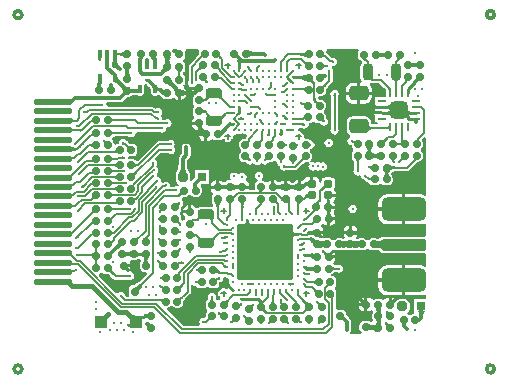
<source format=gbr>
%TF.GenerationSoftware,Altium Limited,Altium Designer,24.8.2 (39)*%
G04 Layer_Physical_Order=1*
G04 Layer_Color=255*
%FSLAX45Y45*%
%MOMM*%
%TF.SameCoordinates,B03309B8-0E9A-45A2-8570-9956D1A1A338*%
%TF.FilePolarity,Positive*%
%TF.FileFunction,Copper,L1,Top,Signal*%
%TF.Part,CustomerPanel*%
G01*
G75*
%TA.AperFunction,NonConductor*%
%ADD10C,0.34000*%
%TA.AperFunction,SMDPad,CuDef*%
G04:AMPARAMS|DCode=11|XSize=0.5mm|YSize=0.5mm|CornerRadius=0.125mm|HoleSize=0mm|Usage=FLASHONLY|Rotation=0.000|XOffset=0mm|YOffset=0mm|HoleType=Round|Shape=RoundedRectangle|*
%AMROUNDEDRECTD11*
21,1,0.50000,0.25000,0,0,0.0*
21,1,0.25000,0.50000,0,0,0.0*
1,1,0.25000,0.12500,-0.12500*
1,1,0.25000,-0.12500,-0.12500*
1,1,0.25000,-0.12500,0.12500*
1,1,0.25000,0.12500,0.12500*
%
%ADD11ROUNDEDRECTD11*%
G04:AMPARAMS|DCode=12|XSize=0.6mm|YSize=0.7mm|CornerRadius=0.15mm|HoleSize=0mm|Usage=FLASHONLY|Rotation=270.000|XOffset=0mm|YOffset=0mm|HoleType=Round|Shape=RoundedRectangle|*
%AMROUNDEDRECTD12*
21,1,0.60000,0.40000,0,0,270.0*
21,1,0.30000,0.70000,0,0,270.0*
1,1,0.30000,-0.20000,-0.15000*
1,1,0.30000,-0.20000,0.15000*
1,1,0.30000,0.20000,0.15000*
1,1,0.30000,0.20000,-0.15000*
%
%ADD12ROUNDEDRECTD12*%
G04:AMPARAMS|DCode=13|XSize=0.33mm|YSize=0.7mm|CornerRadius=0.0825mm|HoleSize=0mm|Usage=FLASHONLY|Rotation=0.000|XOffset=0mm|YOffset=0mm|HoleType=Round|Shape=RoundedRectangle|*
%AMROUNDEDRECTD13*
21,1,0.33000,0.53500,0,0,0.0*
21,1,0.16500,0.70000,0,0,0.0*
1,1,0.16500,0.08250,-0.26750*
1,1,0.16500,-0.08250,-0.26750*
1,1,0.16500,-0.08250,0.26750*
1,1,0.16500,0.08250,0.26750*
%
%ADD13ROUNDEDRECTD13*%
%ADD14R,0.33000X0.70000*%
G04:AMPARAMS|DCode=15|XSize=0.6mm|YSize=0.6mm|CornerRadius=0.15mm|HoleSize=0mm|Usage=FLASHONLY|Rotation=270.000|XOffset=0mm|YOffset=0mm|HoleType=Round|Shape=RoundedRectangle|*
%AMROUNDEDRECTD15*
21,1,0.60000,0.30000,0,0,270.0*
21,1,0.30000,0.60000,0,0,270.0*
1,1,0.30000,-0.15000,-0.15000*
1,1,0.30000,-0.15000,0.15000*
1,1,0.30000,0.15000,0.15000*
1,1,0.30000,0.15000,-0.15000*
%
%ADD15ROUNDEDRECTD15*%
%TA.AperFunction,BGAPad,CuDef*%
%ADD16C,0.26000*%
%TA.AperFunction,SMDPad,CuDef*%
G04:AMPARAMS|DCode=17|XSize=4.75mm|YSize=4.75mm|CornerRadius=0.2375mm|HoleSize=0mm|Usage=FLASHONLY|Rotation=0.000|XOffset=0mm|YOffset=0mm|HoleType=Round|Shape=RoundedRectangle|*
%AMROUNDEDRECTD17*
21,1,4.75000,4.27500,0,0,0.0*
21,1,4.27500,4.75000,0,0,0.0*
1,1,0.47500,2.13750,-2.13750*
1,1,0.47500,-2.13750,-2.13750*
1,1,0.47500,-2.13750,2.13750*
1,1,0.47500,2.13750,2.13750*
%
%ADD17ROUNDEDRECTD17*%
G04:AMPARAMS|DCode=18|XSize=0.6mm|YSize=0.6mm|CornerRadius=0.15mm|HoleSize=0mm|Usage=FLASHONLY|Rotation=0.000|XOffset=0mm|YOffset=0mm|HoleType=Round|Shape=RoundedRectangle|*
%AMROUNDEDRECTD18*
21,1,0.60000,0.30000,0,0,0.0*
21,1,0.30000,0.60000,0,0,0.0*
1,1,0.30000,0.15000,-0.15000*
1,1,0.30000,-0.15000,-0.15000*
1,1,0.30000,-0.15000,0.15000*
1,1,0.30000,0.15000,0.15000*
%
%ADD18ROUNDEDRECTD18*%
G04:AMPARAMS|DCode=19|XSize=0.6mm|YSize=0.7mm|CornerRadius=0.15mm|HoleSize=0mm|Usage=FLASHONLY|Rotation=0.000|XOffset=0mm|YOffset=0mm|HoleType=Round|Shape=RoundedRectangle|*
%AMROUNDEDRECTD19*
21,1,0.60000,0.40000,0,0,0.0*
21,1,0.30000,0.70000,0,0,0.0*
1,1,0.30000,0.15000,-0.20000*
1,1,0.30000,-0.15000,-0.20000*
1,1,0.30000,-0.15000,0.20000*
1,1,0.30000,0.15000,0.20000*
%
%ADD19ROUNDEDRECTD19*%
G04:AMPARAMS|DCode=20|XSize=0.8mm|YSize=1.35mm|CornerRadius=0.2mm|HoleSize=0mm|Usage=FLASHONLY|Rotation=90.000|XOffset=0mm|YOffset=0mm|HoleType=Round|Shape=RoundedRectangle|*
%AMROUNDEDRECTD20*
21,1,0.80000,0.95000,0,0,90.0*
21,1,0.40000,1.35000,0,0,90.0*
1,1,0.40000,0.47500,0.20000*
1,1,0.40000,0.47500,-0.20000*
1,1,0.40000,-0.47500,-0.20000*
1,1,0.40000,-0.47500,0.20000*
%
%ADD20ROUNDEDRECTD20*%
%TA.AperFunction,BGAPad,CuDef*%
%ADD21C,0.25000*%
%TA.AperFunction,ConnectorPad*%
G04:AMPARAMS|DCode=22|XSize=1mm|YSize=3.8mm|CornerRadius=0.25mm|HoleSize=0mm|Usage=FLASHONLY|Rotation=270.000|XOffset=0mm|YOffset=0mm|HoleType=Round|Shape=RoundedRectangle|*
%AMROUNDEDRECTD22*
21,1,1.00000,3.30000,0,0,270.0*
21,1,0.50000,3.80000,0,0,270.0*
1,1,0.50000,-1.65000,-0.25000*
1,1,0.50000,-1.65000,0.25000*
1,1,0.50000,1.65000,0.25000*
1,1,0.50000,1.65000,-0.25000*
%
%ADD22ROUNDEDRECTD22*%
G04:AMPARAMS|DCode=23|XSize=2mm|YSize=3.8mm|CornerRadius=0.5mm|HoleSize=0mm|Usage=FLASHONLY|Rotation=270.000|XOffset=0mm|YOffset=0mm|HoleType=Round|Shape=RoundedRectangle|*
%AMROUNDEDRECTD23*
21,1,2.00000,2.80000,0,0,270.0*
21,1,1.00000,3.80000,0,0,270.0*
1,1,1.00000,-1.40000,-0.50000*
1,1,1.00000,-1.40000,0.50000*
1,1,1.00000,1.40000,0.50000*
1,1,1.00000,1.40000,-0.50000*
%
%ADD23ROUNDEDRECTD23*%
%TA.AperFunction,SMDPad,CuDef*%
G04:AMPARAMS|DCode=24|XSize=0.8mm|YSize=0.8mm|CornerRadius=0.2mm|HoleSize=0mm|Usage=FLASHONLY|Rotation=270.000|XOffset=0mm|YOffset=0mm|HoleType=Round|Shape=RoundedRectangle|*
%AMROUNDEDRECTD24*
21,1,0.80000,0.40000,0,0,270.0*
21,1,0.40000,0.80000,0,0,270.0*
1,1,0.40000,-0.20000,-0.20000*
1,1,0.40000,-0.20000,0.20000*
1,1,0.40000,0.20000,0.20000*
1,1,0.40000,0.20000,-0.20000*
%
%ADD24ROUNDEDRECTD24*%
%ADD25R,0.80000X0.80000*%
G04:AMPARAMS|DCode=26|XSize=0.75mm|YSize=0.65mm|CornerRadius=0.1625mm|HoleSize=0mm|Usage=FLASHONLY|Rotation=0.000|XOffset=0mm|YOffset=0mm|HoleType=Round|Shape=RoundedRectangle|*
%AMROUNDEDRECTD26*
21,1,0.75000,0.32500,0,0,0.0*
21,1,0.42500,0.65000,0,0,0.0*
1,1,0.32500,0.21250,-0.16250*
1,1,0.32500,-0.21250,-0.16250*
1,1,0.32500,-0.21250,0.16250*
1,1,0.32500,0.21250,0.16250*
%
%ADD26ROUNDEDRECTD26*%
%ADD27R,1.10000X1.10000*%
G04:AMPARAMS|DCode=28|XSize=1.1mm|YSize=1.1mm|CornerRadius=0.275mm|HoleSize=0mm|Usage=FLASHONLY|Rotation=270.000|XOffset=0mm|YOffset=0mm|HoleType=Round|Shape=RoundedRectangle|*
%AMROUNDEDRECTD28*
21,1,1.10000,0.55000,0,0,270.0*
21,1,0.55000,1.10000,0,0,270.0*
1,1,0.55000,-0.27500,-0.27500*
1,1,0.55000,-0.27500,0.27500*
1,1,0.55000,0.27500,0.27500*
1,1,0.55000,0.27500,-0.27500*
%
%ADD28ROUNDEDRECTD28*%
%ADD29R,0.75000X0.23000*%
G04:AMPARAMS|DCode=30|XSize=0.23mm|YSize=0.75mm|CornerRadius=0.0575mm|HoleSize=0mm|Usage=FLASHONLY|Rotation=90.000|XOffset=0mm|YOffset=0mm|HoleType=Round|Shape=RoundedRectangle|*
%AMROUNDEDRECTD30*
21,1,0.23000,0.63500,0,0,90.0*
21,1,0.11500,0.75000,0,0,90.0*
1,1,0.11500,0.31750,0.05750*
1,1,0.11500,0.31750,-0.05750*
1,1,0.11500,-0.31750,-0.05750*
1,1,0.11500,-0.31750,0.05750*
%
%ADD30ROUNDEDRECTD30*%
G04:AMPARAMS|DCode=31|XSize=0.23mm|YSize=0.75mm|CornerRadius=0.0575mm|HoleSize=0mm|Usage=FLASHONLY|Rotation=0.000|XOffset=0mm|YOffset=0mm|HoleType=Round|Shape=RoundedRectangle|*
%AMROUNDEDRECTD31*
21,1,0.23000,0.63500,0,0,0.0*
21,1,0.11500,0.75000,0,0,0.0*
1,1,0.11500,0.05750,-0.31750*
1,1,0.11500,-0.05750,-0.31750*
1,1,0.11500,-0.05750,0.31750*
1,1,0.11500,0.05750,0.31750*
%
%ADD31ROUNDEDRECTD31*%
G04:AMPARAMS|DCode=32|XSize=1.5mm|YSize=1.5mm|CornerRadius=0.375mm|HoleSize=0mm|Usage=FLASHONLY|Rotation=0.000|XOffset=0mm|YOffset=0mm|HoleType=Round|Shape=RoundedRectangle|*
%AMROUNDEDRECTD32*
21,1,1.50000,0.75000,0,0,0.0*
21,1,0.75000,1.50000,0,0,0.0*
1,1,0.75000,0.37500,-0.37500*
1,1,0.75000,-0.37500,-0.37500*
1,1,0.75000,-0.37500,0.37500*
1,1,0.75000,0.37500,0.37500*
%
%ADD32ROUNDEDRECTD32*%
G04:AMPARAMS|DCode=33|XSize=0.8mm|YSize=1.35mm|CornerRadius=0.2mm|HoleSize=0mm|Usage=FLASHONLY|Rotation=180.000|XOffset=0mm|YOffset=0mm|HoleType=Round|Shape=RoundedRectangle|*
%AMROUNDEDRECTD33*
21,1,0.80000,0.95000,0,0,180.0*
21,1,0.40000,1.35000,0,0,180.0*
1,1,0.40000,-0.20000,0.47500*
1,1,0.40000,0.20000,0.47500*
1,1,0.40000,0.20000,-0.47500*
1,1,0.40000,-0.20000,-0.47500*
%
%ADD33ROUNDEDRECTD33*%
G04:AMPARAMS|DCode=34|XSize=1.65mm|YSize=1.25mm|CornerRadius=0.3125mm|HoleSize=0mm|Usage=FLASHONLY|Rotation=0.000|XOffset=0mm|YOffset=0mm|HoleType=Round|Shape=RoundedRectangle|*
%AMROUNDEDRECTD34*
21,1,1.65000,0.62500,0,0,0.0*
21,1,1.02500,1.25000,0,0,0.0*
1,1,0.62500,0.51250,-0.31250*
1,1,0.62500,-0.51250,-0.31250*
1,1,0.62500,-0.51250,0.31250*
1,1,0.62500,0.51250,0.31250*
%
%ADD34ROUNDEDRECTD34*%
G04:AMPARAMS|DCode=35|XSize=3.2mm|YSize=0.5mm|CornerRadius=0.125mm|HoleSize=0mm|Usage=FLASHONLY|Rotation=0.000|XOffset=0mm|YOffset=0mm|HoleType=Round|Shape=RoundedRectangle|*
%AMROUNDEDRECTD35*
21,1,3.20000,0.25000,0,0,0.0*
21,1,2.95000,0.50000,0,0,0.0*
1,1,0.25000,1.47500,-0.12500*
1,1,0.25000,-1.47500,-0.12500*
1,1,0.25000,-1.47500,0.12500*
1,1,0.25000,1.47500,0.12500*
%
%ADD35ROUNDEDRECTD35*%
%TA.AperFunction,Conductor*%
%ADD36C,0.15000*%
%ADD37C,0.30000*%
%ADD38C,0.25000*%
%ADD39C,0.40000*%
%ADD40C,0.20000*%
%ADD41C,0.50000*%
%ADD42C,0.23000*%
%TA.AperFunction,NonConductor*%
%ADD43C,0.15000*%
%TA.AperFunction,ViaPad*%
%ADD44C,0.30000*%
G36*
X1830139Y3676102D02*
X1830563Y3675869D01*
X1831057Y3675665D01*
X1831622Y3675487D01*
X1832258Y3675337D01*
X1832964Y3675214D01*
X1834590Y3675050D01*
X1835509Y3675009D01*
X1836498Y3674995D01*
Y3654995D01*
X1835509Y3654982D01*
X1832964Y3654777D01*
X1832258Y3654654D01*
X1831622Y3654503D01*
X1831057Y3654326D01*
X1830735Y3654193D01*
X1835249Y3654097D01*
X1835564Y3643410D01*
X1839000Y3603319D01*
X1840060Y3597968D01*
X1841245Y3593508D01*
X1842553Y3589936D01*
X1843986Y3587254D01*
X1836832D01*
X1837088Y3573003D01*
X1807095Y3572324D01*
X1806248Y3587254D01*
X1796011D01*
X1797974Y3590729D01*
X1799705Y3594931D01*
X1801205Y3599860D01*
X1802474Y3605517D01*
X1803512Y3611901D01*
X1804339Y3620863D01*
X1803803Y3630300D01*
X1804980D01*
X1805347Y3644712D01*
X1805227Y3654733D01*
X1829787Y3654213D01*
Y3676361D01*
X1830139Y3676102D01*
D02*
G37*
G36*
X2955156Y3696210D02*
X2960134Y3693857D01*
X2965668Y3691781D01*
X2971759Y3689981D01*
X2978405Y3688458D01*
X2985608Y3687213D01*
X3001683Y3685552D01*
X3010556Y3685136D01*
X3019984Y3684998D01*
Y3654998D01*
X3010556Y3654860D01*
X2985608Y3652783D01*
X2978405Y3651538D01*
X2971759Y3650015D01*
X2965668Y3648215D01*
X2960134Y3646139D01*
X2955156Y3643786D01*
X2950735Y3641156D01*
Y3698840D01*
X2955156Y3696210D01*
D02*
G37*
G36*
X3439267Y3636155D02*
X3434058Y3639481D01*
X3423830Y3645083D01*
X3418811Y3647359D01*
X3413854Y3649285D01*
X3408961Y3650861D01*
X3404131Y3652086D01*
X3399363Y3652961D01*
X3394659Y3653487D01*
X3390018Y3653662D01*
Y3673662D01*
X3399363Y3673859D01*
X3415100Y3675439D01*
X3421492Y3676821D01*
X3426899Y3678598D01*
X3431322Y3680770D01*
X3434761Y3683338D01*
X3437215Y3686299D01*
X3438685Y3689656D01*
X3439170Y3693408D01*
X3439267Y3636155D01*
D02*
G37*
G36*
X1904263Y3636152D02*
X1898694Y3639732D01*
X1887986Y3645762D01*
X1882847Y3648211D01*
X1872997Y3651980D01*
X1868287Y3653299D01*
X1863719Y3654241D01*
X1859295Y3654806D01*
X1855014Y3654994D01*
Y3674994D01*
X1859295Y3675183D01*
X1863719Y3675748D01*
X1868287Y3676690D01*
X1872997Y3678009D01*
X1877850Y3679705D01*
X1882847Y3681778D01*
X1893269Y3687054D01*
X1898694Y3690257D01*
X1904263Y3693837D01*
Y3636152D01*
D02*
G37*
G36*
X2708328Y3666186D02*
X2707724Y3663870D01*
X2707863Y3661155D01*
X2708743Y3658041D01*
X2710367Y3654528D01*
X2712732Y3650617D01*
X2715841Y3646306D01*
X2719691Y3641597D01*
X2729620Y3630981D01*
X2719013Y3620375D01*
X2713506Y3625710D01*
X2703688Y3634154D01*
X2699378Y3637262D01*
X2695466Y3639627D01*
X2691953Y3641251D01*
X2688839Y3642132D01*
X2686124Y3642270D01*
X2683808Y3641666D01*
X2681891Y3640320D01*
X2709675Y3668103D01*
X2708328Y3666186D01*
D02*
G37*
G36*
X1700257Y3631818D02*
X1702379D01*
X1701926Y3631634D01*
X1701521Y3631081D01*
X1701164Y3630161D01*
X1700854Y3628872D01*
X1700592Y3627215D01*
X1700463Y3625722D01*
X1700518Y3624097D01*
X1700322Y3624096D01*
X1700210Y3622797D01*
X1700020Y3616906D01*
X1699996Y3613408D01*
X1679996D01*
X1679972Y3616906D01*
X1679138Y3628872D01*
X1678828Y3630161D01*
X1678471Y3631081D01*
X1678066Y3631634D01*
X1677613Y3631818D01*
X1679953D01*
X1679996Y3639445D01*
X1699996Y3639580D01*
X1700257Y3631818D01*
D02*
G37*
G36*
X2165732Y3636589D02*
X2165682Y3636405D01*
X2165780Y3636101D01*
X2166026Y3635677D01*
X2166420Y3635132D01*
X2166962Y3634467D01*
X2169473Y3631749D01*
X2170606Y3630603D01*
X2149393Y3609390D01*
X2124265Y3636155D01*
X2165929Y3636652D01*
X2165732Y3636589D01*
D02*
G37*
G36*
X2065733Y3636155D02*
X2065849Y3635960D01*
X2065381Y3635214D01*
X2064329Y3633916D01*
X2060472Y3629666D01*
X2040604Y3609389D01*
X2019391Y3630602D01*
X2020524Y3631749D01*
X2023971Y3635677D01*
X2024217Y3636101D01*
X2024315Y3636405D01*
X2024266Y3636589D01*
X2024068Y3636653D01*
X2065733Y3636155D01*
D02*
G37*
G36*
X4250730Y3631153D02*
X4248349Y3630475D01*
X4245682Y3629333D01*
X4242730Y3627727D01*
X4239493Y3625656D01*
X4235971Y3623121D01*
X4228072Y3616657D01*
X4219034Y3608336D01*
X4214087Y3603479D01*
X4198194Y3608799D01*
X4202752Y3613569D01*
X4206425Y3617876D01*
X4209212Y3621719D01*
X4211114Y3625100D01*
X4212130Y3628018D01*
X4212260Y3630472D01*
X4211505Y3632464D01*
X4209865Y3633993D01*
X4207338Y3635058D01*
X4203927Y3635661D01*
X4250730Y3631153D01*
D02*
G37*
G36*
X3952656Y3635058D02*
X3950129Y3633993D01*
X3948489Y3632464D01*
X3947734Y3630472D01*
X3947864Y3628018D01*
X3948880Y3625100D01*
X3950782Y3621719D01*
X3953569Y3617876D01*
X3957242Y3613569D01*
X3961800Y3608799D01*
X3945907Y3603479D01*
X3940960Y3608336D01*
X3924023Y3623121D01*
X3920501Y3625656D01*
X3917264Y3627727D01*
X3914312Y3629333D01*
X3911645Y3630475D01*
X3909263Y3631153D01*
X3956067Y3635661D01*
X3952656Y3635058D01*
D02*
G37*
G36*
X4207577Y3596060D02*
X4208203Y3589427D01*
X4208750Y3586733D01*
X4209453Y3584453D01*
X4210313Y3582587D01*
X4211329Y3581136D01*
X4212502Y3580100D01*
X4213831Y3579478D01*
X4215316Y3579271D01*
X4184683D01*
X4186168Y3579478D01*
X4187497Y3580100D01*
X4188669Y3581136D01*
X4189685Y3582587D01*
X4190545Y3584453D01*
X4191249Y3586733D01*
X4191796Y3589427D01*
X4192187Y3592536D01*
X4192421Y3596060D01*
X4192499Y3599998D01*
X4207499D01*
X4207577Y3596060D01*
D02*
G37*
G36*
X3967578Y3596056D02*
X3968203Y3589425D01*
X3968750Y3586731D01*
X3969453Y3584452D01*
X3970312Y3582586D01*
X3971328Y3581136D01*
X3972500Y3580100D01*
X3973828Y3579478D01*
X3975313Y3579271D01*
X3944687D01*
X3946171Y3579478D01*
X3947499Y3580100D01*
X3948671Y3581136D01*
X3949687Y3582586D01*
X3950547Y3584452D01*
X3951250Y3586731D01*
X3951797Y3589425D01*
X3952187Y3592533D01*
X3952422Y3596056D01*
X3952500Y3599993D01*
X3967500D01*
X3967578Y3596056D01*
D02*
G37*
G36*
X2280012Y3644261D02*
X2293843D01*
X2291213Y3639939D01*
X2288860Y3635261D01*
X2286784Y3630226D01*
X2284984Y3624835D01*
X2283462Y3619086D01*
X2282216Y3612982D01*
X2282089Y3612135D01*
X2282216Y3610605D01*
X2283462Y3603401D01*
X2284984Y3596755D01*
X2286784Y3590664D01*
X2288860Y3585130D01*
X2291213Y3580152D01*
X2293844Y3575731D01*
X2236159D01*
X2238789Y3580152D01*
X2241142Y3585130D01*
X2243218Y3590664D01*
X2245018Y3596755D01*
X2246541Y3603401D01*
X2247786Y3610605D01*
X2247931Y3612011D01*
X2247786Y3612982D01*
X2246540Y3619086D01*
X2245018Y3624835D01*
X2243218Y3630226D01*
X2241142Y3635261D01*
X2238789Y3639939D01*
X2236158Y3644261D01*
X2249990D01*
X2250001Y3644980D01*
X2280001D01*
X2280012Y3644261D01*
D02*
G37*
G36*
X1770589Y3634336D02*
X1770465Y3632350D01*
X1770002Y3585457D01*
X1769995Y3574046D01*
X1739995D01*
X1739261Y3635145D01*
X1770729D01*
X1770589Y3634336D01*
D02*
G37*
G36*
X3587735Y3584510D02*
X3588713Y3581989D01*
X3590341Y3579764D01*
X3592621Y3577836D01*
X3595553Y3576205D01*
X3599136Y3574870D01*
X3603371Y3573832D01*
X3604553Y3573652D01*
X3604594Y3573662D01*
X3605963Y3574082D01*
X3607102Y3574567D01*
X3608011Y3575117D01*
X3608690Y3575731D01*
X3608848Y3573043D01*
X3613795Y3572645D01*
X3619984Y3572497D01*
Y3557497D01*
X3613795Y3557349D01*
X3609793Y3557027D01*
X3609926Y3554768D01*
X3609211Y3555287D01*
X3608268Y3555751D01*
X3607099Y3556160D01*
X3605703Y3556515D01*
X3605698Y3556516D01*
X3603371Y3556163D01*
X3599136Y3555124D01*
X3595553Y3553789D01*
X3592621Y3552158D01*
X3590341Y3550230D01*
X3588713Y3548006D01*
X3587735Y3545484D01*
X3587410Y3542667D01*
Y3587328D01*
X3587735Y3584510D01*
D02*
G37*
G36*
X3424219Y3615201D02*
X3438918Y3602740D01*
X3445415Y3598202D01*
X3451342Y3594793D01*
X3456701Y3592512D01*
X3461490Y3591360D01*
X3465710Y3591336D01*
X3469362Y3592442D01*
X3472444Y3594675D01*
X3430323Y3552554D01*
X3432557Y3555636D01*
X3433662Y3559288D01*
X3433638Y3563508D01*
X3432486Y3568297D01*
X3430205Y3573656D01*
X3426796Y3579583D01*
X3422258Y3586080D01*
X3416592Y3593145D01*
X3401873Y3608983D01*
X3416016Y3623125D01*
X3424219Y3615201D01*
D02*
G37*
G36*
X2962899Y3547034D02*
X2962885Y3546139D01*
X2963113Y3545108D01*
X2963585Y3543942D01*
X2964299Y3542639D01*
X2965256Y3541201D01*
X2966082Y3540117D01*
X2973078Y3533906D01*
X2974274Y3533133D01*
X2975236Y3532651D01*
X2975964Y3532459D01*
X2962536Y3519031D01*
X2962344Y3519759D01*
X2961861Y3520721D01*
X2961089Y3521917D01*
X2960027Y3523345D01*
X2957033Y3526904D01*
X2950367Y3533993D01*
X2947565Y3536823D01*
X2947996Y3537254D01*
X2944454Y3541058D01*
X2955935Y3545193D01*
X2958172Y3547430D01*
X2959232Y3546380D01*
X2963156Y3547793D01*
X2962899Y3547034D01*
D02*
G37*
G36*
X2566834Y3540317D02*
X2564535Y3541991D01*
X2561821Y3542830D01*
X2558690Y3542836D01*
X2555144Y3542008D01*
X2551182Y3540346D01*
X2546804Y3537850D01*
X2542010Y3534519D01*
X2536800Y3530355D01*
X2525134Y3519525D01*
X2514527Y3530131D01*
X2520359Y3536173D01*
X2529522Y3547008D01*
X2532852Y3551802D01*
X2535348Y3556180D01*
X2537010Y3560142D01*
X2537838Y3563688D01*
X2537833Y3566818D01*
X2536993Y3569533D01*
X2535319Y3571832D01*
X2566834Y3540317D01*
D02*
G37*
G36*
X2857088Y3686567D02*
X2856661Y3682792D01*
X2857478Y3678267D01*
X2859539Y3672993D01*
X2862844Y3666969D01*
X2867393Y3660195D01*
X2873187Y3652672D01*
X2888506Y3635375D01*
X2898032Y3625602D01*
X2881603Y3609174D01*
X2889924D01*
X2884999Y3539494D01*
X2864999D01*
X2864950Y3543913D01*
X2861847Y3590706D01*
X2860074Y3609174D01*
X2871905D01*
X2867354Y3613606D01*
X2843486Y3633759D01*
X2837038Y3637976D01*
X2831345Y3640945D01*
X2826406Y3642663D01*
X2822222Y3643132D01*
X2818792Y3642351D01*
X2816117Y3640320D01*
X2858760Y3689592D01*
X2857088Y3686567D01*
D02*
G37*
G36*
X1844580Y3578484D02*
X1845195Y3577159D01*
X1846474Y3575429D01*
X1848417Y3573296D01*
X1851022Y3570758D01*
X1858224Y3564472D01*
X1874003Y3552011D01*
X1855836Y3528137D01*
X1850630Y3532049D01*
X1832230Y3544311D01*
X1830076Y3545305D01*
X1828430Y3545812D01*
X1827293Y3545832D01*
X1826664Y3545366D01*
X1844628Y3579406D01*
X1844580Y3578484D01*
D02*
G37*
G36*
X3032523Y3544964D02*
X3033300Y3532455D01*
X3033589Y3530855D01*
X3033921Y3529555D01*
X3034298Y3528556D01*
X3034720Y3527857D01*
X3015282D01*
X3015704Y3528556D01*
X3016081Y3529555D01*
X3016414Y3530855D01*
X3016702Y3532455D01*
X3017146Y3536558D01*
X3017412Y3541862D01*
X3017501Y3548368D01*
X3032501D01*
X3032523Y3544964D01*
D02*
G37*
G36*
X2279129Y3525319D02*
X2276510Y3526993D01*
X2273173Y3527497D01*
X2269117Y3526830D01*
X2264343Y3524992D01*
X2258850Y3521985D01*
X2252638Y3517807D01*
X2245708Y3512458D01*
X2229692Y3498249D01*
X2220606Y3489389D01*
X2199393Y3510602D01*
X2208253Y3519688D01*
X2227810Y3542635D01*
X2231989Y3548846D01*
X2234996Y3554339D01*
X2236834Y3559114D01*
X2237500Y3563169D01*
X2236997Y3566506D01*
X2235323Y3569125D01*
X2279129Y3525319D01*
D02*
G37*
G36*
X3644928Y3508582D02*
X3644419Y3507652D01*
X3643969Y3506494D01*
X3643578Y3505108D01*
X3643248Y3503494D01*
X3642978Y3501652D01*
X3642619Y3497285D01*
X3642499Y3492005D01*
X3627498D01*
X3627468Y3494759D01*
X3627019Y3501652D01*
X3626749Y3503494D01*
X3626419Y3505108D01*
X3626029Y3506494D01*
X3625578Y3507652D01*
X3625069Y3508582D01*
X3624499Y3509284D01*
X3645498D01*
X3644928Y3508582D01*
D02*
G37*
G36*
X1940135Y3519365D02*
X1941242Y3508572D01*
X1942211Y3503410D01*
X1943457Y3498406D01*
X1944980Y3493557D01*
X1946779Y3488866D01*
X1948856Y3484331D01*
X1951209Y3479953D01*
X1953839Y3475731D01*
X1896154D01*
X1898784Y3479953D01*
X1901137Y3484331D01*
X1903214Y3488866D01*
X1905013Y3493557D01*
X1906536Y3498406D01*
X1907782Y3503410D01*
X1908751Y3508572D01*
X1909443Y3513890D01*
X1909858Y3519365D01*
X1909996Y3524996D01*
X1939996D01*
X1940135Y3519365D01*
D02*
G37*
G36*
X2384514Y3527263D02*
X2381992Y3526285D01*
X2379768Y3524657D01*
X2377840Y3522376D01*
X2376209Y3519445D01*
X2374874Y3515862D01*
X2373835Y3511627D01*
X2373094Y3506741D01*
X2372649Y3501203D01*
X2372620Y3499996D01*
X2372649Y3498789D01*
X2373094Y3493251D01*
X2373835Y3488365D01*
X2374874Y3484130D01*
X2376209Y3480547D01*
X2377840Y3477616D01*
X2379768Y3475335D01*
X2381992Y3473707D01*
X2384514Y3472729D01*
X2387332Y3472404D01*
X2342670D01*
X2345488Y3472729D01*
X2348009Y3473707D01*
X2350234Y3475335D01*
X2352162Y3477616D01*
X2353793Y3480547D01*
X2355128Y3484130D01*
X2356166Y3488365D01*
X2356908Y3493251D01*
X2357353Y3498789D01*
X2357382Y3499996D01*
X2357353Y3501203D01*
X2356908Y3506741D01*
X2356166Y3511627D01*
X2355128Y3515862D01*
X2353793Y3519445D01*
X2352162Y3522376D01*
X2350234Y3524657D01*
X2348009Y3526285D01*
X2345488Y3527263D01*
X2342670Y3527588D01*
X2387332D01*
X2384514Y3527263D01*
D02*
G37*
G36*
X3324046Y3507532D02*
X3323675Y3507333D01*
X3322897Y3506708D01*
X3320119Y3504183D01*
X3306643Y3490949D01*
X3294738Y3478536D01*
X3294025Y3477721D01*
X3292920Y3476225D01*
X3292019Y3474848D01*
X3291323Y3473589D01*
X3290832Y3472448D01*
X3290546Y3471425D01*
X3290465Y3470521D01*
X3288697Y3472236D01*
X3287462Y3470948D01*
X3275953Y3482457D01*
X3276324Y3482657D01*
X3277102Y3483282D01*
X3277209Y3483379D01*
X3275391Y3485142D01*
X3276285Y3485247D01*
X3277298Y3485555D01*
X3278431Y3486065D01*
X3279683Y3486778D01*
X3281054Y3487693D01*
X3282545Y3488811D01*
X3285494Y3491320D01*
X3293356Y3499041D01*
X3312537Y3519041D01*
X3324046Y3507532D01*
D02*
G37*
G36*
X3290529Y3468649D02*
X3290804Y3467623D01*
X3291287Y3466479D01*
X3291974Y3465217D01*
X3292868Y3463838D01*
X3293969Y3462341D01*
X3296562Y3459260D01*
X3304039Y3451647D01*
X3324046Y3432460D01*
X3312537Y3420951D01*
X3312337Y3421322D01*
X3311712Y3422100D01*
X3309188Y3424877D01*
X3295962Y3438345D01*
X3283774Y3450032D01*
X3280825Y3452550D01*
X3279457Y3453471D01*
X3278209Y3454192D01*
X3277081Y3454711D01*
X3276073Y3455028D01*
X3275185Y3455145D01*
X3276826Y3456693D01*
X3275954Y3457530D01*
X3287462Y3469040D01*
X3287661Y3468669D01*
X3288286Y3467892D01*
X3288475Y3467684D01*
X3290459Y3469557D01*
X3290529Y3468649D01*
D02*
G37*
G36*
X2515473Y3473829D02*
X2515923Y3466936D01*
X2516193Y3465094D01*
X2516523Y3463481D01*
X2516913Y3462094D01*
X2517363Y3460936D01*
X2517873Y3460007D01*
X2518443Y3459304D01*
X2497443D01*
X2498013Y3460007D01*
X2498523Y3460936D01*
X2498973Y3462094D01*
X2499363Y3463481D01*
X2499693Y3465094D01*
X2499963Y3466936D01*
X2500323Y3471303D01*
X2500443Y3476583D01*
X2515443D01*
X2515473Y3473829D01*
D02*
G37*
G36*
X3439264Y3484401D02*
X3453502Y3484918D01*
Y3455069D01*
X3448491Y3455530D01*
X3439264Y3455865D01*
Y3436155D01*
X3432924Y3440210D01*
X3420519Y3447038D01*
X3414456Y3449812D01*
X3408485Y3452159D01*
X3402606Y3454079D01*
X3396820Y3455573D01*
X3391126Y3456640D01*
X3385524Y3457280D01*
X3380015Y3457494D01*
X3380512Y3482493D01*
X3388618Y3482607D01*
X3409962Y3484309D01*
X3416086Y3485330D01*
X3421713Y3486578D01*
X3426845Y3488053D01*
X3431480Y3489755D01*
X3435620Y3491684D01*
X3439264Y3493840D01*
Y3484401D01*
D02*
G37*
G36*
X2694849Y3479952D02*
X2695429Y3478702D01*
X2696418Y3477599D01*
X2697816Y3476643D01*
X2699622Y3475835D01*
X2701838Y3475173D01*
X2704461Y3474658D01*
X2707494Y3474290D01*
X2710936Y3474070D01*
X2714786Y3473996D01*
Y3458996D01*
X2710869Y3458923D01*
X2704262Y3458340D01*
X2701571Y3457829D01*
X2699290Y3457173D01*
X2697417Y3456371D01*
X2695953Y3455422D01*
X2694899Y3454328D01*
X2694253Y3453089D01*
X2694016Y3451703D01*
X2694677Y3481349D01*
X2694849Y3479952D01*
D02*
G37*
G36*
X3998188Y3470003D02*
X3997597Y3467453D01*
X3998003Y3465203D01*
X3999407Y3463253D01*
X4001806Y3461603D01*
X4005203Y3460253D01*
X4009597Y3459203D01*
X4014987Y3458453D01*
X4021375Y3458003D01*
X4028760Y3457853D01*
X4024237Y3442853D01*
X3980000Y3444414D01*
X3999776Y3472853D01*
X3998188Y3470003D01*
D02*
G37*
G36*
X2943392Y3445200D02*
X2928166Y3442232D01*
X2927866Y3456918D01*
X2942866D01*
X2943392Y3445200D01*
D02*
G37*
G36*
X2588903Y3452665D02*
X2596680Y3445754D01*
X2597811Y3444944D01*
X2598801Y3444325D01*
X2599650Y3443897D01*
X2600358Y3443660D01*
X2582519Y3432579D01*
X2582612Y3433480D01*
X2582482Y3434500D01*
X2582128Y3435638D01*
X2581551Y3436896D01*
X2580750Y3438273D01*
X2579725Y3439769D01*
X2578476Y3441384D01*
X2575308Y3444970D01*
X2573389Y3446942D01*
X2586924Y3454620D01*
X2588903Y3452665D01*
D02*
G37*
G36*
X3488926Y3458727D02*
X3488779Y3457087D01*
X3489235Y3455054D01*
X3490294Y3452629D01*
X3491955Y3449811D01*
X3494219Y3446601D01*
X3497086Y3442998D01*
X3500257Y3439474D01*
X3502083Y3437762D01*
X3501932Y3437612D01*
X3504628Y3434615D01*
X3509304Y3429834D01*
X3495162Y3415692D01*
X3490381Y3420367D01*
X3487334Y3423013D01*
X3487234Y3422913D01*
X3487129Y3423152D01*
X3487051Y3423259D01*
X3478395Y3430777D01*
X3475185Y3433041D01*
X3472367Y3434702D01*
X3469941Y3435761D01*
X3467909Y3436217D01*
X3466269Y3436069D01*
X3465021Y3435320D01*
X3489676Y3459975D01*
X3488926Y3458727D01*
D02*
G37*
G36*
X4219602Y3444902D02*
X4217062Y3443978D01*
X4214821Y3442438D01*
X4212879Y3440283D01*
X4211236Y3437511D01*
X4209891Y3434123D01*
X4208845Y3430120D01*
X4208098Y3425500D01*
X4207650Y3420265D01*
X4207500Y3414414D01*
X4192501D01*
X4192351Y3420265D01*
X4191903Y3425500D01*
X4191156Y3430120D01*
X4190110Y3434123D01*
X4188765Y3437511D01*
X4187122Y3440282D01*
X4185180Y3442438D01*
X4182939Y3443978D01*
X4180399Y3444902D01*
X4177560Y3445210D01*
X4222441Y3445210D01*
X4219602Y3444902D01*
D02*
G37*
G36*
X3276030Y3407539D02*
X3275289Y3407346D01*
X3274324Y3406871D01*
X3273135Y3406114D01*
X3271722Y3405076D01*
X3268223Y3402153D01*
X3261292Y3395655D01*
X3258533Y3392925D01*
X3258300Y3393159D01*
X3255108Y3390082D01*
X3251060Y3400399D01*
X3247927Y3403532D01*
X3249290Y3404909D01*
X3247773Y3408776D01*
X3248559Y3408536D01*
X3249478Y3408538D01*
X3250529Y3408779D01*
X3251713Y3409261D01*
X3253030Y3409984D01*
X3254479Y3410948D01*
X3255366Y3411623D01*
X3261116Y3418133D01*
X3261873Y3419323D01*
X3262348Y3420288D01*
X3262541Y3421028D01*
X3276030Y3407539D01*
D02*
G37*
G36*
X2887386Y3420973D02*
X2892478Y3416653D01*
X2893887Y3415707D01*
X2895153Y3415007D01*
X2896274Y3414554D01*
X2897252Y3414349D01*
X2898085Y3414390D01*
X2898774Y3414678D01*
X2897626Y3410681D01*
X2897940Y3410368D01*
X2897373Y3409802D01*
X2893416Y3396032D01*
X2888143Y3400572D01*
X2887333Y3399762D01*
X2885738Y3401345D01*
X2878699Y3407619D01*
X2878284Y3407828D01*
X2878016Y3407866D01*
X2878655Y3408739D01*
X2876504Y3410591D01*
X2885400Y3422907D01*
X2887386Y3420973D01*
D02*
G37*
G36*
X3610470Y3404861D02*
X3604638Y3398819D01*
X3595475Y3387984D01*
X3592145Y3383190D01*
X3589649Y3378812D01*
X3587987Y3374850D01*
X3587159Y3371304D01*
X3587165Y3368174D01*
X3588004Y3365459D01*
X3589678Y3363160D01*
X3558163Y3394675D01*
X3560462Y3393001D01*
X3563177Y3392162D01*
X3566307Y3392156D01*
X3569853Y3392984D01*
X3573815Y3394646D01*
X3578193Y3397142D01*
X3582987Y3400472D01*
X3588197Y3404637D01*
X3599864Y3415467D01*
X3610470Y3404861D01*
D02*
G37*
G36*
X3153255Y3407472D02*
X3152566Y3406875D01*
X3151950Y3406038D01*
X3151405Y3404961D01*
X3150934Y3403646D01*
X3150535Y3402091D01*
X3150209Y3400297D01*
X3149955Y3398264D01*
X3149665Y3393479D01*
X3149628Y3390728D01*
X3138489Y3393275D01*
X3147432Y3384332D01*
X3145570Y3382422D01*
X3141141Y3377279D01*
X3140051Y3375760D01*
X3139154Y3374338D01*
X3138450Y3373014D01*
X3137939Y3371788D01*
X3137621Y3370660D01*
X3137496Y3369629D01*
X3122626Y3382266D01*
X3123109Y3382459D01*
X3123800Y3382890D01*
X3124699Y3383561D01*
X3127123Y3385617D01*
X3134468Y3392597D01*
X3135776Y3393895D01*
X3134629Y3394158D01*
X3134609Y3396932D01*
X3133914Y3407333D01*
X3133656Y3408719D01*
X3133358Y3409874D01*
X3133020Y3410798D01*
X3132643Y3411491D01*
X3153255Y3407472D01*
D02*
G37*
G36*
X1700016Y3408089D02*
X1701169Y3390231D01*
X1701480Y3389535D01*
X1701827Y3389303D01*
X1668169Y3389304D01*
X1668517Y3389536D01*
X1668827Y3390231D01*
X1669102Y3391391D01*
X1669339Y3393014D01*
X1669705Y3397653D01*
X1669979Y3408089D01*
X1669997Y3412496D01*
X1699997D01*
X1700016Y3408089D01*
D02*
G37*
G36*
X2295547Y3458636D02*
X2297840Y3451522D01*
X2300722Y3444385D01*
X2304195Y3437225D01*
X2308256Y3430044D01*
X2312908Y3422839D01*
X2318149Y3415613D01*
X2330400Y3401093D01*
X2337410Y3393799D01*
X2316197Y3372586D01*
X2308903Y3379596D01*
X2294383Y3391847D01*
X2287156Y3397088D01*
X2279952Y3401740D01*
X2272771Y3405801D01*
X2265611Y3409274D01*
X2258474Y3412156D01*
X2251359Y3414449D01*
X2244267Y3416152D01*
X2293844Y3465729D01*
X2295547Y3458636D01*
D02*
G37*
G36*
X4257539Y3393427D02*
X4258534Y3380808D01*
X4258989Y3378066D01*
X4260150Y3373075D01*
X4260854Y3370827D01*
X4261641Y3368744D01*
X4238354D01*
X4239142Y3370827D01*
X4239846Y3373075D01*
X4241006Y3378066D01*
X4241462Y3380808D01*
X4242125Y3386788D01*
X4242456Y3393427D01*
X4242498Y3396994D01*
X4257498D01*
X4257539Y3393427D01*
D02*
G37*
G36*
X4207542Y3399031D02*
X4208992Y3379173D01*
X4209531Y3376111D01*
X4210857Y3370896D01*
X4211644Y3368744D01*
X4188357D01*
X4189144Y3370896D01*
X4189849Y3373352D01*
X4190470Y3376111D01*
X4191465Y3382538D01*
X4192128Y3390178D01*
X4192501Y3403913D01*
X4207500D01*
X4207542Y3399031D01*
D02*
G37*
G36*
X3334891Y3378011D02*
X3335883Y3377903D01*
X3339632Y3377725D01*
X3364999Y3377496D01*
X3365002Y3362496D01*
X3334489Y3361856D01*
X3334488Y3378132D01*
X3334891Y3378011D01*
D02*
G37*
G36*
X2132480Y3433787D02*
X2158453Y3411106D01*
X2162334Y3408448D01*
X2165777Y3406416D01*
X2168782Y3405009D01*
X2171350Y3404229D01*
X2143954Y3351813D01*
X2145763Y3356664D01*
X2146377Y3362007D01*
X2145798Y3367845D01*
X2144023Y3374176D01*
X2141054Y3381000D01*
X2136891Y3388318D01*
X2131533Y3396129D01*
X2124981Y3404434D01*
X2117235Y3413232D01*
X2108294Y3422524D01*
X2125971Y3440201D01*
X2132480Y3433787D01*
D02*
G37*
G36*
X4159915Y3372911D02*
X4138659Y3349820D01*
X4140255Y3352197D01*
X4141032Y3354974D01*
X4140992Y3358151D01*
X4140134Y3361727D01*
X4138458Y3365702D01*
X4135965Y3370078D01*
X4132653Y3374853D01*
X4128524Y3380028D01*
X4117812Y3391576D01*
X4129447Y3401154D01*
X4159915Y3372911D01*
D02*
G37*
G36*
X3430814Y3347555D02*
X3430904Y3350394D01*
X3430289Y3352934D01*
X3428970Y3355175D01*
X3426947Y3357117D01*
X3424220Y3358761D01*
X3420788Y3360105D01*
X3416652Y3361151D01*
X3411811Y3361898D01*
X3406266Y3362346D01*
X3400017Y3362496D01*
Y3377496D01*
X3406732Y3377643D01*
X3418179Y3378823D01*
X3422911Y3379855D01*
X3426982Y3381182D01*
X3430392Y3382805D01*
X3433142Y3384722D01*
X3435230Y3386934D01*
X3436658Y3389441D01*
X3437425Y3392242D01*
X3430814Y3347555D01*
D02*
G37*
G36*
X3275868Y3357524D02*
X3275157Y3357332D01*
X3274200Y3356840D01*
X3272996Y3356046D01*
X3271546Y3354951D01*
X3267906Y3351857D01*
X3257668Y3342057D01*
X3247061Y3352664D01*
X3249963Y3355593D01*
X3261844Y3369196D01*
X3262337Y3370153D01*
X3262528Y3370864D01*
X3275868Y3357524D01*
D02*
G37*
G36*
X2018647Y3335761D02*
X2017170Y3336566D01*
X2015273Y3337285D01*
X2012957Y3337921D01*
X2010221Y3338471D01*
X2003492Y3339318D01*
X1995084Y3339826D01*
X1984999Y3339996D01*
Y3369996D01*
X1990634Y3370060D01*
X2003888Y3371033D01*
X2007087Y3371617D01*
X2009678Y3372331D01*
X2011660Y3373174D01*
X2013033Y3374147D01*
X2013797Y3375249D01*
X2013952Y3376482D01*
X2018647Y3335761D01*
D02*
G37*
G36*
X1837582Y3487416D02*
X1840212Y3479792D01*
X1843624Y3471975D01*
X1847817Y3463963D01*
X1852792Y3455758D01*
X1858547Y3447359D01*
X1872402Y3429980D01*
X1880501Y3420999D01*
X1880959Y3420526D01*
X1881094Y3420397D01*
X1895614Y3408146D01*
X1902841Y3402904D01*
X1910045Y3398253D01*
X1917227Y3394191D01*
X1924386Y3390719D01*
X1931523Y3387836D01*
X1938638Y3385543D01*
X1945730Y3383840D01*
X1896154Y3334264D01*
X1894451Y3341356D01*
X1892158Y3348471D01*
X1889275Y3355608D01*
X1885803Y3362767D01*
X1881741Y3369949D01*
X1877090Y3377153D01*
X1871848Y3384380D01*
X1861000Y3397237D01*
X1842701Y3412980D01*
X1836327Y3417612D01*
X1824416Y3424873D01*
X1818881Y3427503D01*
X1813625Y3429466D01*
X1808648Y3430761D01*
X1835732Y3494846D01*
X1837582Y3487416D01*
D02*
G37*
G36*
X1952723Y3375946D02*
X1953701Y3374698D01*
X1955331Y3373596D01*
X1957613Y3372641D01*
X1960546Y3371833D01*
X1964133Y3371173D01*
X1968371Y3370658D01*
X1978802Y3370071D01*
X1984997Y3369998D01*
Y3339998D01*
X1978802Y3339924D01*
X1964133Y3338823D01*
X1960546Y3338162D01*
X1957613Y3337354D01*
X1955331Y3336399D01*
X1953701Y3335298D01*
X1952723Y3334049D01*
X1952397Y3332654D01*
Y3377341D01*
X1952723Y3375946D01*
D02*
G37*
G36*
X2648642Y3342810D02*
X2649150Y3342744D01*
X2649929Y3342685D01*
X2657905Y3342509D01*
X2662997Y3342494D01*
Y3327494D01*
X2648406Y3327104D01*
Y3342884D01*
X2648642Y3342810D01*
D02*
G37*
G36*
X2176285Y3386735D02*
X2177004Y3385845D01*
X2178201Y3385060D01*
X2179878Y3384379D01*
X2182033Y3383804D01*
X2184668Y3383333D01*
X2187782Y3382966D01*
X2195446Y3382547D01*
X2199996Y3382495D01*
Y3369995D01*
X2208835Y3378834D01*
X2216236Y3371779D01*
X2223073Y3365977D01*
X2229348Y3361428D01*
X2235060Y3358132D01*
X2240210Y3356089D01*
X2244797Y3355299D01*
X2248821Y3355763D01*
X2252283Y3357479D01*
X2255181Y3360449D01*
X2257518Y3364671D01*
X2236156Y3314260D01*
X2235621Y3315155D01*
X2234205Y3316894D01*
X2228730Y3322901D01*
X2194848Y3357399D01*
X2184668Y3356657D01*
X2182033Y3356186D01*
X2179878Y3355611D01*
X2178201Y3354930D01*
X2177004Y3354145D01*
X2176285Y3353255D01*
X2176046Y3352261D01*
Y3387730D01*
X2176285Y3386735D01*
D02*
G37*
G36*
X2998161Y3314103D02*
X2997840Y3314161D01*
X2997118Y3314213D01*
X2987496Y3314382D01*
X2976912Y3314409D01*
Y3329410D01*
X2979361Y3329440D01*
X2985300Y3329900D01*
X2986810Y3330176D01*
X2988084Y3330513D01*
X2989124Y3330911D01*
X2989928Y3331371D01*
X2990498Y3331892D01*
X2990832Y3332474D01*
X2998161Y3314103D01*
D02*
G37*
G36*
X3165510Y3311859D02*
X3165106Y3311980D01*
X3164115Y3312088D01*
X3160366Y3312267D01*
X3134998Y3312496D01*
Y3327497D01*
X3165510Y3328134D01*
Y3311859D01*
D02*
G37*
G36*
X3114080Y3330598D02*
X3114816Y3329947D01*
X3115803Y3329373D01*
X3117044Y3328875D01*
X3118537Y3328454D01*
X3120282Y3328109D01*
X3122280Y3327841D01*
X3127033Y3327535D01*
X3129789Y3327497D01*
X3129141Y3312496D01*
X3106982Y3311720D01*
X3113598Y3331325D01*
X3114080Y3330598D01*
D02*
G37*
G36*
X2939277Y3319789D02*
X2939573Y3318770D01*
X2940073Y3317633D01*
X2940777Y3316377D01*
X2941684Y3315002D01*
X2942795Y3313508D01*
X2945628Y3310166D01*
X2949276Y3306348D01*
X2938655Y3295756D01*
X2936687Y3297682D01*
X2931494Y3302238D01*
X2930001Y3303350D01*
X2928627Y3304259D01*
X2927372Y3304963D01*
X2926235Y3305465D01*
X2925217Y3305763D01*
X2924318Y3305857D01*
X2939185Y3320689D01*
X2939277Y3319789D01*
D02*
G37*
G36*
X2636815Y3295218D02*
X2634165Y3296404D01*
X2631049Y3296719D01*
X2627467Y3296165D01*
X2623418Y3294741D01*
X2618904Y3292447D01*
X2613923Y3289282D01*
X2608475Y3285248D01*
X2602561Y3280343D01*
X2589335Y3267925D01*
X2582264Y3274996D01*
Y3264996D01*
X2577909Y3264929D01*
X2570574Y3264397D01*
X2567594Y3263931D01*
X2565073Y3263333D01*
X2563010Y3262601D01*
X2561405Y3261736D01*
X2560259Y3260738D01*
X2559571Y3259607D01*
X2559342Y3258343D01*
Y3291648D01*
X2559571Y3290384D01*
X2560259Y3289253D01*
X2561405Y3288256D01*
X2563010Y3287391D01*
X2565073Y3286659D01*
X2567594Y3286060D01*
X2570574Y3285594D01*
X2574012Y3285262D01*
X2578156Y3285128D01*
X2581268Y3288344D01*
X2590737Y3299427D01*
X2594130Y3304234D01*
X2596630Y3308551D01*
X2598236Y3312377D01*
X2598948Y3315713D01*
X2598766Y3318560D01*
X2597691Y3320915D01*
X2595721Y3322782D01*
X2636815Y3295218D01*
D02*
G37*
G36*
X2974049Y3282458D02*
X2962536Y3270954D01*
X2962336Y3271328D01*
X2961712Y3272109D01*
X2959188Y3274891D01*
X2941414Y3292996D01*
X2952039Y3303584D01*
X2974049Y3282458D01*
D02*
G37*
G36*
X2727309Y3323546D02*
X2725532Y3320566D01*
X2724943Y3316959D01*
X2725540Y3312723D01*
X2727326Y3307861D01*
X2730298Y3302370D01*
X2734458Y3296251D01*
X2739806Y3289505D01*
X2746340Y3282131D01*
X2754062Y3274129D01*
X2733279Y3266629D01*
X2725733Y3273895D01*
X2711900Y3285489D01*
X2705614Y3289817D01*
X2699747Y3293165D01*
X2694300Y3295534D01*
X2689273Y3296924D01*
X2684665Y3297335D01*
X2680478Y3296766D01*
X2676710Y3295218D01*
X2730273Y3325897D01*
X2727309Y3323546D01*
D02*
G37*
G36*
X3425950Y3249785D02*
X3426455Y3249778D01*
X3424684Y3234778D01*
X3423884Y3234807D01*
X3423320Y3230719D01*
X3423264Y3231490D01*
X3422870Y3232180D01*
X3422141Y3232789D01*
X3421074Y3233317D01*
X3419671Y3233763D01*
X3417931Y3234128D01*
X3415854Y3234413D01*
X3410690Y3234737D01*
X3407603Y3234778D01*
Y3235394D01*
X3402389Y3235582D01*
X3407603Y3246643D01*
Y3249778D01*
X3409088Y3249795D01*
X3410862Y3253558D01*
X3411216Y3252840D01*
X3411838Y3252197D01*
X3412728Y3251630D01*
X3413886Y3251139D01*
X3415311Y3250723D01*
X3417005Y3250383D01*
X3417747Y3250283D01*
X3419430Y3250400D01*
X3421496Y3250750D01*
X3423207Y3251178D01*
X3424560Y3251684D01*
X3425558Y3252268D01*
X3426200Y3252929D01*
X3426485Y3253668D01*
X3425950Y3249785D01*
D02*
G37*
G36*
X2884891Y3278011D02*
X2885882Y3277902D01*
X2889632Y3277724D01*
X2914999Y3277494D01*
Y3263550D01*
X2923666Y3274671D01*
X2925643Y3272739D01*
X2930833Y3268231D01*
X2932315Y3267157D01*
X2933674Y3266298D01*
X2934909Y3265654D01*
X2936020Y3265224D01*
X2937007Y3265008D01*
X2937871Y3265008D01*
X2924896Y3248927D01*
X2924738Y3249712D01*
X2924382Y3250629D01*
X2923827Y3251680D01*
X2923072Y3252863D01*
X2922120Y3254179D01*
X2919618Y3257209D01*
X2916321Y3260770D01*
X2914633Y3262486D01*
X2884487Y3261856D01*
Y3278132D01*
X2884891Y3278011D01*
D02*
G37*
G36*
X3519765Y3277434D02*
X3522111Y3275142D01*
X3534784Y3264218D01*
X3538193Y3261858D01*
X3541194Y3260139D01*
X3543787Y3259062D01*
X3545973Y3258625D01*
X3547750Y3258829D01*
X3549120Y3259675D01*
X3523320Y3233875D01*
X3524165Y3235244D01*
X3524370Y3237022D01*
X3523933Y3239207D01*
X3522855Y3241800D01*
X3521137Y3244801D01*
X3518777Y3248210D01*
X3515777Y3252027D01*
X3507853Y3260883D01*
X3502929Y3265923D01*
X3511000Y3273994D01*
X3500050D01*
X3502500Y3319609D01*
X3517500D01*
X3519765Y3277434D01*
D02*
G37*
G36*
X1704286Y3224495D02*
X1703584Y3225066D01*
X1702654Y3225575D01*
X1701496Y3226026D01*
X1700110Y3226416D01*
X1698497Y3226746D01*
X1696655Y3227016D01*
X1692287Y3227376D01*
X1687008Y3227496D01*
Y3242495D01*
X1689762Y3242526D01*
X1696655Y3242975D01*
X1698497Y3243245D01*
X1700110Y3243575D01*
X1701496Y3243966D01*
X1702654Y3244416D01*
X1703584Y3244925D01*
X1704286Y3245496D01*
Y3224495D01*
D02*
G37*
G36*
X3256285Y3249682D02*
X3256781Y3249109D01*
X3261646Y3244072D01*
X3273046Y3233921D01*
X3274244Y3233141D01*
X3275205Y3232654D01*
X3275926Y3232462D01*
X3262532Y3219068D01*
X3262340Y3219790D01*
X3261854Y3220750D01*
X3261073Y3221949D01*
X3259998Y3223387D01*
X3257072Y3226850D01*
X3254513Y3229006D01*
X3253045Y3229985D01*
X3251704Y3230728D01*
X3250491Y3231235D01*
X3249404Y3231507D01*
X3248445Y3231542D01*
X3247614Y3231342D01*
X3249307Y3235062D01*
X3247365Y3237023D01*
X3252568Y3242227D01*
X3256089Y3249963D01*
X3256285Y3249682D01*
D02*
G37*
G36*
X2984890Y3228013D02*
X2985882Y3227905D01*
X2989631Y3227726D01*
X3014999Y3227497D01*
Y3212496D01*
X2984487Y3211859D01*
Y3228135D01*
X2984890Y3228013D01*
D02*
G37*
G36*
X4155404Y3229752D02*
X4198501Y3231919D01*
Y3202069D01*
X4152657Y3204374D01*
X4151317Y3191995D01*
X4152657Y3179617D01*
X4198501Y3181921D01*
Y3152072D01*
X4155404Y3154238D01*
X4157738Y3132682D01*
X4156756Y3137017D01*
X4154797Y3140895D01*
X4151862Y3144318D01*
X4147951Y3147284D01*
X4143064Y3149793D01*
X4137201Y3151846D01*
X4130361Y3153444D01*
X4122544Y3154584D01*
X4113752Y3155269D01*
X4103983Y3155497D01*
Y3178497D01*
X4113229Y3178727D01*
X4121450Y3179417D01*
X4128644Y3180567D01*
X4134813Y3182177D01*
X4139957Y3184247D01*
X4144074Y3186777D01*
X4147166Y3189767D01*
X4148501Y3191995D01*
X4147166Y3194224D01*
X4144074Y3197214D01*
X4139957Y3199744D01*
X4134813Y3201814D01*
X4128644Y3203424D01*
X4121450Y3204574D01*
X4113229Y3205264D01*
X4103983Y3205494D01*
Y3228494D01*
X4113752Y3228722D01*
X4122544Y3229407D01*
X4130361Y3230547D01*
X4137201Y3232144D01*
X4143064Y3234198D01*
X4147951Y3236707D01*
X4151862Y3239673D01*
X4154797Y3243095D01*
X4156756Y3246974D01*
X4157738Y3251308D01*
X4155404Y3229752D01*
D02*
G37*
G36*
X4299725Y3197127D02*
X4300766Y3193217D01*
X4302832Y3189767D01*
X4305924Y3186777D01*
X4310042Y3184247D01*
X4315185Y3182177D01*
X4321354Y3180567D01*
X4328549Y3179417D01*
X4336769Y3178727D01*
X4346015Y3178497D01*
Y3155497D01*
X4336246Y3155269D01*
X4327454Y3154584D01*
X4319638Y3153444D01*
X4312798Y3151846D01*
X4306934Y3149793D01*
X4302047Y3147284D01*
X4298136Y3144318D01*
X4295201Y3140895D01*
X4293243Y3137017D01*
X4292261Y3132682D01*
X4294528Y3153623D01*
X4263675Y3152072D01*
Y3181921D01*
X4297408Y3180226D01*
X4299710Y3201497D01*
X4299725Y3197127D01*
D02*
G37*
G36*
X1435633Y3169989D02*
X1420627Y3169994D01*
X1417827Y3189994D01*
X1420674Y3190003D01*
X1433197Y3190710D01*
X1433480Y3190878D01*
X1435633Y3169989D01*
D02*
G37*
G36*
X2559880Y3194046D02*
X2560490Y3193196D01*
X2561506Y3192446D01*
X2562929Y3191796D01*
X2564758Y3191246D01*
X2566993Y3190796D01*
X2569635Y3190446D01*
X2576138Y3190046D01*
X2579999Y3189996D01*
Y3169996D01*
X2576138Y3169946D01*
X2566996Y3169205D01*
X2564761Y3168760D01*
X2562933Y3168217D01*
X2561510Y3167575D01*
X2560495Y3166834D01*
X2559885Y3165994D01*
X2559682Y3165055D01*
X2559677Y3194996D01*
X2559880Y3194046D01*
D02*
G37*
G36*
X2174667Y3164115D02*
X2173965Y3164685D01*
X2173035Y3165194D01*
X2171877Y3165644D01*
X2170491Y3166035D01*
X2168878Y3166365D01*
X2167036Y3166635D01*
X2162668Y3166994D01*
X2157389Y3167114D01*
Y3182115D01*
X2160143Y3182145D01*
X2167036Y3182594D01*
X2168878Y3182864D01*
X2170491Y3183194D01*
X2171877Y3183584D01*
X2173035Y3184035D01*
X2173965Y3184544D01*
X2174667Y3185114D01*
Y3164115D01*
D02*
G37*
G36*
X3014392Y3167238D02*
X3014727Y3167621D01*
X3026959Y3158639D01*
X3026619Y3158290D01*
X3027392Y3157725D01*
X3026960Y3157549D01*
X3026332Y3157150D01*
X3025508Y3156529D01*
X3023369Y3154699D01*
X3020705Y3151555D01*
X3019757Y3150141D01*
X3019056Y3148868D01*
X3018601Y3147738D01*
X3018392Y3146750D01*
X3018429Y3145905D01*
X3018712Y3145202D01*
X3014723Y3146401D01*
X3014273Y3145953D01*
X3013439Y3146786D01*
X3000048Y3150809D01*
X3004415Y3155811D01*
X3003666Y3156560D01*
X3005418Y3158342D01*
X3010514Y3164178D01*
X3011310Y3165314D01*
X3011915Y3166320D01*
X3012329Y3167196D01*
X3012552Y3167943D01*
X3012584Y3168561D01*
X3014392Y3167238D01*
D02*
G37*
G36*
X3185145Y3169089D02*
X3185556Y3168735D01*
X3187486Y3170547D01*
X3187661Y3169642D01*
X3188116Y3168535D01*
X3188851Y3167225D01*
X3189865Y3165712D01*
X3191159Y3163996D01*
X3191458Y3163643D01*
X3191799Y3163350D01*
X3193156Y3162412D01*
X3194391Y3161671D01*
X3195504Y3161130D01*
X3196495Y3160787D01*
X3197363Y3160642D01*
X3195493Y3159005D01*
X3201825Y3152372D01*
X3191218Y3141765D01*
X3183618Y3148605D01*
X3181565Y3146807D01*
X3181526Y3147722D01*
X3181277Y3148755D01*
X3180819Y3149904D01*
X3180153Y3151171D01*
X3179339Y3152455D01*
X3173660Y3157566D01*
X3174495Y3158350D01*
X3171757Y3161227D01*
X3183176Y3171020D01*
X3185145Y3169089D01*
D02*
G37*
G36*
X2757675Y3149248D02*
X2749878Y3141171D01*
X2737655Y3126710D01*
X2733229Y3120325D01*
X2729927Y3114505D01*
X2727748Y3109249D01*
X2726694Y3104557D01*
X2726763Y3100430D01*
X2727956Y3096866D01*
X2730273Y3093867D01*
X2686934Y3134770D01*
X2690083Y3132603D01*
X2693771Y3131536D01*
X2698000Y3131567D01*
X2702769Y3132699D01*
X2708077Y3134929D01*
X2713926Y3138260D01*
X2720314Y3142690D01*
X2727242Y3148219D01*
X2742719Y3162576D01*
X2757675Y3149248D01*
D02*
G37*
G36*
X2622178Y3134770D02*
X2601416Y3128823D01*
X2601465Y3129031D01*
X2601508Y3129626D01*
X2601630Y3135878D01*
X2601670Y3148324D01*
X2621670D01*
X2622178Y3134770D01*
D02*
G37*
G36*
X2894286Y3127758D02*
X2901273Y3127517D01*
X2904998Y3127496D01*
Y3112496D01*
X2901273Y3112475D01*
X2894286Y3112013D01*
Y3109497D01*
X2893583Y3110067D01*
X2892654Y3110576D01*
X2891496Y3111027D01*
X2890110Y3111416D01*
X2888928Y3111658D01*
X2886041Y3111467D01*
X2884689Y3111152D01*
X2883676Y3110795D01*
X2883003Y3110395D01*
Y3112317D01*
X2882287Y3112376D01*
X2877008Y3112496D01*
X2877008Y3127496D01*
X2879762Y3127526D01*
X2883003Y3127738D01*
Y3129598D01*
X2883677Y3129199D01*
X2884690Y3128841D01*
X2886041Y3128526D01*
X2887732Y3128253D01*
X2888223Y3128206D01*
X2888497Y3128246D01*
X2890111Y3128576D01*
X2891496Y3128966D01*
X2892654Y3129416D01*
X2893584Y3129926D01*
X2894286Y3130496D01*
Y3127758D01*
D02*
G37*
G36*
X3259599Y3144513D02*
X3260107Y3143885D01*
X3262003Y3141791D01*
X3264084Y3139668D01*
X3268011Y3136260D01*
X3269537Y3135146D01*
X3270960Y3134226D01*
X3272281Y3133499D01*
X3273500Y3132966D01*
X3274616Y3132626D01*
X3275630Y3132481D01*
X3273503Y3130061D01*
X3274730Y3128810D01*
X3264719Y3117608D01*
X3263552Y3118743D01*
X3262698Y3117771D01*
X3262500Y3118322D01*
X3262070Y3119068D01*
X3261408Y3120008D01*
X3260514Y3121144D01*
X3259573Y3122200D01*
X3257570Y3123889D01*
X3256098Y3124872D01*
X3254752Y3125621D01*
X3253532Y3126135D01*
X3252438Y3126414D01*
X3251470Y3126459D01*
X3250629Y3126269D01*
X3252349Y3129922D01*
X3250280Y3132047D01*
X3256082Y3137850D01*
X3259384Y3144862D01*
X3259599Y3144513D01*
D02*
G37*
G36*
X3423320Y3114997D02*
X3423288Y3115188D01*
X3423190Y3115291D01*
X3423027Y3115306D01*
X3422800Y3115232D01*
X3422507Y3115069D01*
X3422150Y3114817D01*
X3421727Y3114477D01*
X3420687Y3113531D01*
X3420069Y3112926D01*
X3405927Y3127068D01*
X3423314Y3144937D01*
X3423320Y3114997D01*
D02*
G37*
G36*
X3064736Y3095026D02*
X3064695Y3094194D01*
X3064900Y3093217D01*
X3065353Y3092097D01*
X3066052Y3090832D01*
X3066998Y3089423D01*
X3067715Y3088491D01*
X3072149Y3084603D01*
X3073461Y3083707D01*
X3074604Y3083044D01*
X3075579Y3082614D01*
X3076384Y3082417D01*
X3062576Y3068609D01*
X3062379Y3069414D01*
X3061949Y3070388D01*
X3061286Y3071531D01*
X3060390Y3072843D01*
X3057900Y3075974D01*
X3054477Y3079781D01*
X3050123Y3084264D01*
X3050939Y3085080D01*
X3046381Y3090382D01*
X3060190Y3094331D01*
X3060729Y3094870D01*
X3061032Y3094572D01*
X3065025Y3095714D01*
X3064736Y3095026D01*
D02*
G37*
G36*
X1631343Y3089889D02*
X1631203Y3090097D01*
X1630808Y3090282D01*
X1630159Y3090446D01*
X1629255Y3090587D01*
X1628096Y3090707D01*
X1623092Y3090936D01*
X1618483Y3090980D01*
Y3105980D01*
X1620745Y3105992D01*
X1629285Y3106543D01*
X1629870Y3106716D01*
X1630215Y3106911D01*
X1630322Y3107130D01*
X1631343Y3089889D01*
D02*
G37*
G36*
X3576707Y3117939D02*
X3581027Y3114181D01*
X3582676Y3116021D01*
X3582444Y3115475D01*
X3582522Y3114701D01*
X3582909Y3113699D01*
X3583607Y3112469D01*
X3583948Y3111975D01*
X3584788Y3111436D01*
X3586053Y3110759D01*
X3587200Y3110289D01*
X3588229Y3110026D01*
X3589141Y3109971D01*
X3587220Y3107859D01*
X3589497Y3105267D01*
X3594302Y3100299D01*
X3583695Y3089692D01*
X3581210Y3092136D01*
X3576582Y3096167D01*
X3575009Y3094438D01*
X3574879Y3095317D01*
X3574548Y3096317D01*
X3574018Y3097439D01*
X3573288Y3098681D01*
X3572889Y3099265D01*
X3572086Y3099803D01*
X3570922Y3100426D01*
X3569978Y3100746D01*
X3569254Y3100762D01*
X3568751Y3100474D01*
X3570480Y3102404D01*
X3569899Y3103134D01*
X3568369Y3104861D01*
X3564710Y3108677D01*
X3574739Y3119862D01*
X3576707Y3117939D01*
D02*
G37*
G36*
X4381749Y3105655D02*
X4382780D01*
X4382536Y3105482D01*
X4382318Y3104962D01*
X4382126Y3104094D01*
X4381959Y3102880D01*
X4381845Y3101340D01*
X4381933Y3097393D01*
X4381665D01*
X4381497Y3088308D01*
X4358498D01*
X4358485Y3091604D01*
X4358135Y3097393D01*
X4358062D01*
X4358122Y3097609D01*
X4357677Y3104962D01*
X4357459Y3105482D01*
X4357216Y3105655D01*
X4358388D01*
X4358498Y3116994D01*
X4381497D01*
X4381749Y3105655D01*
D02*
G37*
G36*
X1787734Y3129509D02*
X1788711Y3126988D01*
X1790340Y3124763D01*
X1792620Y3122835D01*
X1795552Y3121204D01*
X1799135Y3119869D01*
X1803370Y3118831D01*
X1808256Y3118090D01*
X1813793Y3117645D01*
X1819982Y3117496D01*
Y3102496D01*
X1813793Y3102348D01*
X1808256Y3101903D01*
X1803370Y3101162D01*
X1799135Y3100123D01*
X1795552Y3098789D01*
X1792620Y3097157D01*
X1790340Y3095229D01*
X1788711Y3093005D01*
X1787734Y3090484D01*
X1787408Y3087666D01*
Y3132327D01*
X1787734Y3129509D01*
D02*
G37*
G36*
X3250059Y3079470D02*
X3259100Y3079408D01*
Y3064407D01*
X3254874Y3064376D01*
X3252904Y3064235D01*
X3253252Y3062373D01*
X3252555Y3062760D01*
X3251628Y3063106D01*
X3250470Y3063411D01*
X3249082Y3063675D01*
X3247562Y3063853D01*
X3239444Y3063273D01*
X3237497Y3062864D01*
X3235931Y3062391D01*
X3234745Y3061855D01*
X3233939Y3061257D01*
X3233023Y3077587D01*
X3232625Y3079408D01*
X3232921Y3079411D01*
X3232906Y3079677D01*
X3233227Y3079626D01*
X3234059Y3079580D01*
X3236852Y3079561D01*
X3242197Y3079985D01*
X3243993Y3080310D01*
X3245551Y3080707D01*
X3246870Y3081176D01*
X3247951Y3081717D01*
X3248793Y3082331D01*
X3249396Y3083016D01*
X3250059Y3079470D01*
D02*
G37*
G36*
X1456666Y3121137D02*
X1465058Y3116346D01*
X1469040Y3114399D01*
X1476575Y3111405D01*
X1480128Y3110357D01*
X1483539Y3109608D01*
X1486807Y3109159D01*
X1489932Y3109009D01*
Y3094009D01*
X1483293Y3093861D01*
X1477381Y3093416D01*
X1472196Y3092675D01*
X1467737Y3091636D01*
X1464005Y3090301D01*
X1460999Y3088670D01*
X1458720Y3086742D01*
X1457168Y3084518D01*
X1456342Y3081996D01*
X1456242Y3079178D01*
X1452256Y3123982D01*
X1456666Y3121137D01*
D02*
G37*
G36*
X2253173Y3070768D02*
X2252523Y3071417D01*
X2251640Y3071997D01*
X2250523Y3072509D01*
X2249173Y3072953D01*
X2247590Y3073329D01*
X2245773Y3073637D01*
X2241438Y3074047D01*
X2238921Y3074149D01*
X2236171Y3074183D01*
X2238142Y3089183D01*
X2240904Y3089208D01*
X2249680Y3089796D01*
X2251306Y3090065D01*
X2252704Y3090384D01*
X2253875Y3090752D01*
X2254819Y3091168D01*
X2255536Y3091634D01*
X2253173Y3070768D01*
D02*
G37*
G36*
X3193089Y3079831D02*
X3192907Y3079716D01*
X3192520Y3079389D01*
X3190137Y3077144D01*
X3182086Y3069182D01*
X3169695Y3078004D01*
X3171350Y3079684D01*
X3176058Y3085008D01*
X3176758Y3085989D01*
X3177266Y3086831D01*
X3177584Y3087533D01*
X3177710Y3088095D01*
X3177645Y3088517D01*
X3193089Y3079831D01*
D02*
G37*
G36*
X3334892Y3078011D02*
X3335884Y3077903D01*
X3339633Y3077724D01*
X3365000Y3077494D01*
Y3062494D01*
X3334489Y3061856D01*
Y3078132D01*
X3334892Y3078011D01*
D02*
G37*
G36*
X3883631Y3691051D02*
X3882028Y3688652D01*
X3879312Y3674995D01*
Y3644996D01*
X3882028Y3631339D01*
X3889764Y3619762D01*
X3894270Y3616751D01*
X3895494Y3614449D01*
X3899589Y3613197D01*
X3900438Y3612630D01*
X3903339Y3610332D01*
X3904392Y3610032D01*
X3904859Y3609832D01*
X3906242Y3609079D01*
X3908334Y3607741D01*
X3910552Y3606145D01*
X3913079Y3603939D01*
X3912115Y3588970D01*
X3911161Y3588333D01*
X3902321Y3575102D01*
X3899216Y3559495D01*
Y3464495D01*
X3902321Y3448887D01*
X3908923Y3439006D01*
X3904829Y3427350D01*
X3902279Y3424006D01*
X3897700D01*
Y3347696D01*
X3994010D01*
Y3366246D01*
X3989613Y3388350D01*
X3977092Y3407088D01*
X3979830Y3421813D01*
X3980684Y3422728D01*
X4023474Y3421218D01*
X4026409Y3422314D01*
X4058027D01*
X4100473Y3379869D01*
X4101098Y3377817D01*
X4101702Y3377496D01*
X4101940Y3376854D01*
X4112105Y3365895D01*
X4115278Y3361919D01*
X4117630Y3358528D01*
X4117960Y3357950D01*
Y3351461D01*
X4117030Y3348925D01*
X4117762Y3347346D01*
X4117419Y3345640D01*
X4117960Y3344827D01*
Y3340994D01*
X4117994Y3340821D01*
Y3305244D01*
X4112456Y3298496D01*
X4022501D01*
Y3240275D01*
X4018908Y3234898D01*
X4017873Y3229694D01*
X4080001D01*
Y3204294D01*
X4017873D01*
X4018908Y3199090D01*
X4023649Y3191995D01*
X4018908Y3184901D01*
X4017873Y3179697D01*
X4080001D01*
Y3154297D01*
X4017873D01*
X4018908Y3149093D01*
X4025793Y3138789D01*
X4026300Y3136241D01*
X4023995Y3132791D01*
X4021996Y3122744D01*
Y3111244D01*
X4023995Y3101197D01*
X4029686Y3092680D01*
X4038204Y3086988D01*
X4045262Y3085584D01*
X4043785Y3070584D01*
X4010382D01*
X4008012Y3071637D01*
X4000800Y3071821D01*
X3995252Y3072296D01*
X3990938Y3072996D01*
X3988504Y3073638D01*
Y3086246D01*
X3984526Y3106243D01*
X3973199Y3123196D01*
X3956247Y3134523D01*
X3936250Y3138500D01*
X3833750D01*
X3813753Y3134523D01*
X3796801Y3123196D01*
X3785474Y3106243D01*
X3781496Y3086246D01*
Y3023747D01*
X3785474Y3003750D01*
X3796801Y2986797D01*
X3809984Y2977989D01*
X3810708Y2969978D01*
X3810200Y2964136D01*
X3809433Y2961689D01*
X3799765Y2955229D01*
X3792029Y2943652D01*
X3789313Y2929996D01*
X3792029Y2916339D01*
X3799765Y2904762D01*
X3811342Y2897026D01*
X3824315Y2894446D01*
Y2889996D01*
X3827031Y2876340D01*
X3834767Y2864762D01*
X3835881Y2864018D01*
Y2845978D01*
X3834764Y2845231D01*
X3827028Y2833653D01*
X3824312Y2819997D01*
Y2789997D01*
X3827028Y2776341D01*
X3834764Y2764764D01*
X3836932Y2763315D01*
X3837360Y2762280D01*
X3840307Y2761060D01*
X3844739Y2758098D01*
X3844907Y2757416D01*
X3845387Y2754248D01*
X3845722Y2750079D01*
X3845856Y2744496D01*
X3846959Y2742003D01*
Y2703480D01*
X3845856Y2700978D01*
X3845750Y2696342D01*
X3845500Y2693302D01*
X3845417Y2692737D01*
X3845411Y2692708D01*
X3845401Y2692682D01*
X3845401Y2692661D01*
X3845366Y2692489D01*
X3845189Y2691859D01*
X3845288Y2691029D01*
X3842029Y2686152D01*
X3839313Y2672496D01*
X3842029Y2658839D01*
X3849765Y2647262D01*
X3861342Y2639527D01*
X3874999Y2636810D01*
X3888655Y2639527D01*
X3889647Y2640190D01*
X3893511Y2639480D01*
X3905287Y2632599D01*
X3907029Y2623839D01*
X3914765Y2612262D01*
X3926342Y2604526D01*
X3932098Y2603382D01*
X3932616Y2602723D01*
X3933184Y2602405D01*
X3933325Y2602311D01*
X3933342Y2602294D01*
X3933371Y2602281D01*
X3933396Y2602265D01*
X3933705Y2602035D01*
X3937801Y2598440D01*
X3939348Y2596927D01*
X3941966Y2595876D01*
X3952670Y2585172D01*
X3961766Y2579094D01*
X3966884Y2578076D01*
X3971736Y2575864D01*
X3972364Y2575841D01*
X3979766Y2564764D01*
X3991343Y2557029D01*
X4004999Y2554312D01*
X4034999D01*
X4048656Y2557029D01*
X4060233Y2564764D01*
X4060979Y2565881D01*
X4079020D01*
X4079766Y2564764D01*
X4091343Y2557029D01*
X4104999Y2554312D01*
X4134999D01*
X4148655Y2557029D01*
X4160233Y2564764D01*
X4167968Y2576342D01*
X4170685Y2589998D01*
Y2619998D01*
X4169851Y2624190D01*
X4170490Y2625732D01*
X4168671Y2630122D01*
X4167968Y2633654D01*
X4167647Y2634134D01*
X4167051Y2637439D01*
X4163691Y2642665D01*
X4161056Y2647127D01*
X4159675Y2649856D01*
X4165799Y2665799D01*
X4171198Y2668532D01*
X4174867Y2670054D01*
X4178495Y2671322D01*
X4181820Y2672253D01*
X4184840Y2672876D01*
X4187549Y2673222D01*
X4190934Y2673371D01*
X4193161Y2674410D01*
X4292834D01*
X4292836Y2674410D01*
X4304541Y2676739D01*
X4314465Y2683369D01*
X4379711Y2748616D01*
X4379712Y2748617D01*
X4383517Y2754311D01*
X4389996D01*
X4403653Y2757028D01*
X4415230Y2764763D01*
X4422966Y2776340D01*
X4425682Y2789997D01*
Y2819997D01*
X4422966Y2833653D01*
X4415230Y2845230D01*
X4414113Y2845976D01*
Y2864017D01*
X4415230Y2864763D01*
X4422966Y2876340D01*
X4425682Y2889997D01*
Y2919996D01*
X4422966Y2933653D01*
X4419097Y2939442D01*
X4441054Y2961399D01*
X4456054Y2955186D01*
Y2472471D01*
X4442826Y2465400D01*
X4434416Y2471019D01*
X4404997Y2476871D01*
X4277697D01*
Y2349994D01*
Y2223116D01*
X4404997D01*
X4434416Y2228968D01*
X4442826Y2234587D01*
X4456054Y2227516D01*
Y2128371D01*
X4441054Y2118676D01*
X4429997Y2120876D01*
X4099997D01*
X4092645Y2119413D01*
X4091732Y2119861D01*
X4087328Y2118356D01*
X4082439Y2117383D01*
X4082133Y2117179D01*
X4078966Y2116662D01*
X4073226Y2113108D01*
X4067840Y2110265D01*
X4062148Y2107733D01*
X4056134Y2105514D01*
X4049772Y2103609D01*
X4044766Y2102432D01*
X4042177Y2102823D01*
X4040374Y2103252D01*
X4039349Y2103696D01*
X4034871Y2103771D01*
X4030733Y2105484D01*
X4029192Y2104846D01*
X4025000Y2105680D01*
X3995000D01*
X3981343Y2102963D01*
X3969766Y2095228D01*
X3969020Y2094111D01*
X3950979D01*
X3950233Y2095228D01*
X3938656Y2102963D01*
X3925000Y2105680D01*
X3895000D01*
X3881344Y2102963D01*
X3872560Y2106843D01*
X3867067Y2122750D01*
X3868056Y2124231D01*
X3871192Y2139994D01*
Y2142294D01*
X3758809D01*
Y2139994D01*
X3761944Y2124231D01*
X3765412Y2119041D01*
X3757675Y2103620D01*
X3752765Y2103366D01*
X3752085Y2103417D01*
X3749269Y2103795D01*
X3747070Y2104269D01*
X3744769Y2103849D01*
X3744683Y2103849D01*
X3740734Y2105484D01*
X3739192Y2104846D01*
X3735000Y2105680D01*
X3705000D01*
X3691344Y2102963D01*
X3679767Y2095228D01*
X3679021Y2094111D01*
X3660980D01*
X3660234Y2095228D01*
X3648657Y2102963D01*
X3635000Y2105680D01*
X3605000D01*
X3600808Y2104846D01*
X3599267Y2105484D01*
X3598673Y2105239D01*
X3598067Y2105451D01*
X3588182Y2104903D01*
X3579872Y2119465D01*
X3583056Y2124231D01*
X3586192Y2139994D01*
Y2142294D01*
X3561020D01*
X3562340Y2140189D01*
X3564506Y2137237D01*
X3568341Y2132727D01*
X3571744Y2129626D01*
X3571406Y2129247D01*
X3578612Y2121731D01*
X3564470Y2107589D01*
X3560185Y2111786D01*
X3549515Y2121144D01*
X3546686Y2123186D01*
X3544220Y2124690D01*
X3542118Y2125654D01*
X3540380Y2126080D01*
X3539006Y2125968D01*
X3537995Y2125316D01*
X3553274Y2142294D01*
X3530001D01*
Y2167694D01*
X3586192D01*
Y2169994D01*
X3583056Y2185757D01*
X3574127Y2199121D01*
X3563581Y2206168D01*
X3562782Y2221327D01*
X3571339Y2227550D01*
X3585874Y2225867D01*
X3599237Y2216938D01*
X3615000Y2213803D01*
X3617300D01*
Y2269994D01*
X3630000D01*
Y2282694D01*
X3686192D01*
Y2284994D01*
X3683056Y2300757D01*
X3675491Y2312079D01*
X3674098Y2315097D01*
X3673578Y2332528D01*
X3678056Y2339230D01*
X3681192Y2354994D01*
Y2357293D01*
X3625001D01*
Y2382693D01*
X3681192D01*
Y2384993D01*
X3678056Y2400757D01*
X3669127Y2414120D01*
X3675997Y2423527D01*
X3676279Y2423715D01*
X3685484Y2437492D01*
X3688717Y2453743D01*
Y2457294D01*
X3625001D01*
Y2482694D01*
X3688717D01*
Y2486244D01*
X3685484Y2502495D01*
X3678174Y2513435D01*
X3672386Y2527609D01*
X3680398Y2539599D01*
X3683211Y2553743D01*
Y2586243D01*
X3680398Y2600387D01*
X3672386Y2612378D01*
X3660395Y2620390D01*
X3646251Y2623204D01*
X3603750D01*
X3589606Y2620390D01*
X3577616Y2612378D01*
X3569604Y2600387D01*
X3566790Y2586243D01*
Y2583916D01*
X3566418Y2583309D01*
X3566790Y2581755D01*
Y2581459D01*
X3566150Y2579912D01*
X3566790Y2578365D01*
Y2574046D01*
X3563717Y2572078D01*
X3548717Y2580286D01*
Y2586243D01*
X3545484Y2602494D01*
X3536279Y2616271D01*
X3522502Y2625477D01*
X3506251Y2628709D01*
X3497701D01*
Y2569993D01*
X3472301D01*
Y2628709D01*
X3463751D01*
X3447500Y2625477D01*
X3433723Y2616271D01*
X3424517Y2602494D01*
X3424413Y2601971D01*
X3415576Y2596196D01*
X3407475Y2593705D01*
X3394999Y2596187D01*
X3392699D01*
Y2539996D01*
X3367299D01*
Y2596187D01*
X3364999D01*
X3349236Y2593051D01*
X3335873Y2584122D01*
X3330981Y2576801D01*
X3314016Y2576802D01*
X3309123Y2584123D01*
X3295760Y2593052D01*
X3279997Y2596188D01*
X3277697D01*
Y2539997D01*
X3252297D01*
Y2596188D01*
X3249997D01*
X3234234Y2593052D01*
X3220870Y2584123D01*
X3220785Y2583996D01*
X3202744D01*
X3202659Y2584123D01*
X3189295Y2593052D01*
X3173532Y2596188D01*
X3171232D01*
Y2539997D01*
X3145832D01*
Y2596188D01*
X3143532D01*
X3127769Y2593052D01*
X3114406Y2584123D01*
X3112538Y2581328D01*
X3095231Y2580230D01*
X3083654Y2587965D01*
X3069998Y2590682D01*
X3065682D01*
X3063339Y2593587D01*
X3064289Y2612262D01*
X3072025Y2623839D01*
X3074741Y2637496D01*
X3072025Y2651152D01*
X3064289Y2662729D01*
X3052712Y2670465D01*
X3039055Y2673181D01*
X3025399Y2670465D01*
X3013822Y2662729D01*
X3006086Y2651152D01*
X3003370Y2637496D01*
X3006086Y2623839D01*
X3013822Y2612262D01*
X3025399Y2604526D01*
X3029055Y2603799D01*
Y2588505D01*
X3026341Y2587965D01*
X3014764Y2580230D01*
X3007029Y2568652D01*
X3004312Y2554996D01*
Y2524996D01*
X2998599Y2518034D01*
X2961905D01*
X2956192Y2524996D01*
Y2527296D01*
X2900000D01*
Y2552696D01*
X2956192D01*
Y2554996D01*
X2953056Y2570759D01*
X2944127Y2584123D01*
X2935362Y2589979D01*
X2930780Y2594405D01*
X2930944Y2608310D01*
X2932968Y2611339D01*
X2935684Y2624996D01*
X2932968Y2638652D01*
X2925232Y2650229D01*
X2913655Y2657965D01*
X2899999Y2660681D01*
X2886342Y2657965D01*
X2875093Y2650449D01*
X2874710Y2650234D01*
X2857649Y2651612D01*
X2855232Y2655229D01*
X2843655Y2662965D01*
X2829998Y2665681D01*
X2816342Y2662965D01*
X2804765Y2655229D01*
X2797029Y2643652D01*
X2794313Y2629996D01*
X2797029Y2616339D01*
X2800473Y2611185D01*
X2792658Y2596185D01*
X2779999D01*
X2764236Y2593049D01*
X2750872Y2584120D01*
X2750001Y2582816D01*
X2737526D01*
X2733233Y2584721D01*
X2720764Y2593052D01*
X2705001Y2596188D01*
X2702701D01*
Y2539996D01*
X2690001D01*
Y2527296D01*
X2633810D01*
Y2524996D01*
X2636945Y2509233D01*
X2645874Y2495870D01*
X2646024Y2495769D01*
X2649767Y2480230D01*
X2648091Y2477721D01*
X2642032Y2468653D01*
X2639315Y2454996D01*
Y2424996D01*
X2640149Y2420804D01*
X2639511Y2419263D01*
X2641329Y2414872D01*
X2642032Y2411340D01*
X2642353Y2410860D01*
X2642950Y2407555D01*
X2646309Y2402330D01*
X2648944Y2397867D01*
X2653535Y2388798D01*
X2655057Y2385129D01*
X2655641Y2383458D01*
X2652241Y2376989D01*
X2648597Y2372964D01*
X2646147Y2371489D01*
X2643416Y2370635D01*
X2643291Y2370620D01*
X2642496Y2370778D01*
X2547496D01*
X2531889Y2367674D01*
X2523134Y2361824D01*
X2519789Y2361587D01*
X2508140Y2363850D01*
X2504978Y2365359D01*
X2499123Y2374121D01*
X2485760Y2383050D01*
X2469996Y2386186D01*
X2467696D01*
Y2329994D01*
X2454996D01*
Y2317294D01*
X2398805D01*
Y2314994D01*
X2401941Y2299231D01*
X2410870Y2285868D01*
X2411020Y2285768D01*
X2414763Y2270228D01*
X2413086Y2267719D01*
X2407109Y2258774D01*
X2407016Y2258647D01*
X2390632Y2253116D01*
X2387299Y2255343D01*
X2381216Y2269037D01*
X2380683Y2270032D01*
Y2284996D01*
X2377966Y2298652D01*
X2370231Y2310229D01*
X2369116Y2310974D01*
Y2329015D01*
X2370231Y2329759D01*
X2377966Y2341337D01*
X2380683Y2354993D01*
Y2373382D01*
X2390232Y2379762D01*
X2397968Y2391339D01*
X2400684Y2404996D01*
X2397968Y2418652D01*
X2390232Y2430229D01*
X2389215Y2448949D01*
X2391842Y2451426D01*
X2396279Y2455145D01*
X2400079Y2457999D01*
X2402113Y2459310D01*
X2405289D01*
X2406835Y2458670D01*
X2408381Y2459310D01*
X2409942D01*
X2411065Y2459087D01*
X2411398Y2459310D01*
X2419999D01*
X2433656Y2462027D01*
X2445233Y2469762D01*
X2445979Y2470879D01*
X2464019D01*
X2464765Y2469762D01*
X2476343Y2462027D01*
X2489999Y2459310D01*
X2519999D01*
X2533655Y2462027D01*
X2545233Y2469762D01*
X2552968Y2481340D01*
X2555685Y2494996D01*
Y2524996D01*
X2552968Y2538652D01*
X2545233Y2550230D01*
X2547822Y2562167D01*
X2550132Y2564996D01*
X2614997D01*
Y2684996D01*
X2494997D01*
Y2619170D01*
X2476932Y2598812D01*
X2471437Y2593264D01*
X2468538Y2592243D01*
X2455493Y2603553D01*
X2455780Y2604996D01*
Y2644996D01*
X2454559Y2651139D01*
X2455197Y2652681D01*
X2453379Y2657072D01*
X2452676Y2660604D01*
X2452403Y2661012D01*
X2451840Y2664260D01*
X2447664Y2670857D01*
X2444217Y2676974D01*
X2441213Y2683051D01*
X2438639Y2689089D01*
X2436481Y2695102D01*
X2434733Y2701087D01*
X2433382Y2707065D01*
X2432422Y2713044D01*
X2431848Y2719043D01*
X2431634Y2725765D01*
X2430683Y2727869D01*
Y2765213D01*
X2450232Y2784762D01*
X2457968Y2796339D01*
X2460684Y2809996D01*
Y2874996D01*
X2457968Y2888652D01*
X2450232Y2900229D01*
X2438655Y2907965D01*
X2424998Y2910682D01*
X2411342Y2907965D01*
X2399765Y2900229D01*
X2392029Y2888652D01*
X2389313Y2874996D01*
Y2824777D01*
X2369763Y2805228D01*
X2362028Y2793650D01*
X2359311Y2779994D01*
Y2727870D01*
X2358360Y2725765D01*
X2358146Y2719043D01*
X2357572Y2713044D01*
X2356611Y2707065D01*
X2355261Y2701088D01*
X2353512Y2695100D01*
X2351355Y2689087D01*
X2348897Y2683322D01*
X2342177Y2670614D01*
X2338154Y2664260D01*
X2337591Y2661012D01*
X2337318Y2660604D01*
X2336615Y2657072D01*
X2334797Y2652681D01*
X2335435Y2651139D01*
X2334214Y2644996D01*
Y2604996D01*
X2337318Y2589389D01*
X2346159Y2576158D01*
X2356311Y2569374D01*
X2359116Y2559185D01*
X2358879Y2552125D01*
X2351644Y2546733D01*
X2341199Y2548810D01*
X2327543Y2546094D01*
X2322664Y2542834D01*
X2321832Y2542933D01*
X2321202Y2542756D01*
X2321035Y2542721D01*
X2321012Y2542722D01*
X2320984Y2542711D01*
X2320958Y2542706D01*
X2320576Y2542650D01*
X2315139Y2542295D01*
X2312971Y2542271D01*
X2310377Y2541163D01*
X2296873D01*
X2287357Y2552758D01*
X2287451Y2553228D01*
X2284734Y2566884D01*
X2276999Y2578461D01*
X2265421Y2586197D01*
X2251765Y2588913D01*
X2238109Y2586197D01*
X2226532Y2578461D01*
X2222600Y2578745D01*
X2210581Y2594477D01*
X2210684Y2594996D01*
X2207968Y2608652D01*
X2200232Y2620229D01*
X2188655Y2627965D01*
X2179642Y2629758D01*
X2180684Y2634996D01*
X2177968Y2648652D01*
X2172937Y2656181D01*
X2173463Y2656532D01*
X2181198Y2668109D01*
X2183915Y2681765D01*
X2181198Y2695422D01*
X2173463Y2706999D01*
X2166819Y2714762D01*
X2174554Y2726339D01*
X2177271Y2739996D01*
X2174554Y2753652D01*
X2166819Y2765229D01*
X2163389Y2767521D01*
X2160670Y2786015D01*
X2201612Y2826957D01*
X2264014D01*
X2266517Y2825853D01*
X2271152Y2825748D01*
X2274193Y2825497D01*
X2274758Y2825414D01*
X2274784Y2825409D01*
X2274812Y2825398D01*
X2274835Y2825399D01*
X2275001Y2825365D01*
X2275631Y2825187D01*
X2276463Y2825286D01*
X2281342Y2822026D01*
X2294998Y2819310D01*
X2308655Y2822026D01*
X2320232Y2829762D01*
X2327968Y2841339D01*
X2330684Y2854996D01*
X2327968Y2868652D01*
X2320232Y2880229D01*
X2319904Y2880448D01*
X2324585Y2887454D01*
X2327301Y2901110D01*
X2324585Y2914766D01*
X2316849Y2926344D01*
X2305272Y2934079D01*
X2291615Y2936796D01*
X2277959Y2934079D01*
X2271838Y2929990D01*
X2271527Y2930044D01*
X2271396Y2930015D01*
X2271249Y2930029D01*
X2270695Y2929860D01*
X2270573Y2929833D01*
X2270326Y2929793D01*
X2265028Y2929420D01*
X2262909Y2929395D01*
X2262327Y2929146D01*
X2261729Y2929349D01*
X2259581Y2928288D01*
X2195252D01*
X2184522Y2926153D01*
X2175425Y2920075D01*
X2019196Y2763845D01*
X2014211Y2762487D01*
X2010157Y2762539D01*
X2000230Y2765230D01*
X1988653Y2772965D01*
X1974997Y2775682D01*
X1944997D01*
X1943440Y2775372D01*
X1930684Y2788128D01*
X1931055Y2789996D01*
X1930684Y2791861D01*
X1943441Y2804617D01*
X1944999Y2804307D01*
X1974999D01*
X1988655Y2807024D01*
X2000232Y2814759D01*
X2007968Y2826337D01*
X2010685Y2839993D01*
Y2869993D01*
X2007968Y2883649D01*
X2000232Y2895227D01*
X1988655Y2902962D01*
X1974999Y2905679D01*
X1965818D01*
X1965201Y2906056D01*
X1963636Y2905679D01*
X1963382D01*
X1961836Y2906319D01*
X1960290Y2905679D01*
X1953060D01*
X1950206Y2907661D01*
X1940700Y2915700D01*
X1935171Y2921038D01*
X1932591Y2922053D01*
X1927692Y2926952D01*
X1918596Y2933030D01*
X1916411Y2933465D01*
X1915232Y2935229D01*
X1903655Y2942965D01*
X1889998Y2945681D01*
X1876342Y2942965D01*
X1864765Y2935229D01*
X1857029Y2923652D01*
X1854313Y2909996D01*
X1850769Y2905679D01*
X1844999D01*
X1831343Y2902962D01*
X1825685Y2899182D01*
X1810685Y2906581D01*
Y2909997D01*
X1807968Y2923653D01*
X1800233Y2935231D01*
X1799114Y2935978D01*
Y2954018D01*
X1800231Y2954764D01*
X1802277Y2957827D01*
X1802737Y2957983D01*
X1803317Y2959156D01*
X1804500Y2959714D01*
X1805618Y2962828D01*
X1807966Y2966342D01*
X1808006Y2966540D01*
X1810949Y2966995D01*
X1815011Y2967326D01*
X1820505Y2967459D01*
X1822995Y2968562D01*
X1930272D01*
X1932881Y2967454D01*
X1935303Y2967432D01*
X1939146Y2967274D01*
X1941729Y2967014D01*
X1941956Y2966976D01*
X1942253Y2966881D01*
X1942346Y2966889D01*
X1942772Y2966791D01*
X1943764Y2966957D01*
X1946342Y2965235D01*
X1959998Y2962518D01*
X1973655Y2965235D01*
X1985232Y2972970D01*
X1992968Y2984547D01*
X1995684Y2998204D01*
X2004537Y3008990D01*
X2187698D01*
X2190200Y3007887D01*
X2194836Y3007781D01*
X2197877Y3007531D01*
X2198442Y3007448D01*
X2198468Y3007443D01*
X2198496Y3007432D01*
X2198519Y3007432D01*
X2198685Y3007398D01*
X2199315Y3007221D01*
X2200147Y3007320D01*
X2205026Y3004060D01*
X2218683Y3001343D01*
X2232339Y3004060D01*
X2243916Y3011795D01*
X2251652Y3023373D01*
X2253737Y3033856D01*
X2264999Y3044310D01*
X2278655Y3047026D01*
X2290232Y3054762D01*
X2297968Y3066339D01*
X2300684Y3079996D01*
X2297968Y3093652D01*
X2290232Y3105229D01*
X2278655Y3112965D01*
X2264999Y3115681D01*
X2251342Y3112965D01*
X2248884Y3111322D01*
X2247893Y3111491D01*
X2247487Y3111398D01*
X2247394Y3111407D01*
X2247121Y3111321D01*
X2240085Y3110849D01*
X2237949Y3110830D01*
X2235339Y3109722D01*
X2225059D01*
X2218049Y3118264D01*
X2215332Y3131920D01*
X2214143Y3133699D01*
X2210613Y3149381D01*
X2218349Y3160958D01*
X2221065Y3174614D01*
X2218349Y3188271D01*
X2210613Y3199848D01*
X2199036Y3207584D01*
X2185379Y3210300D01*
X2171723Y3207584D01*
X2166844Y3204324D01*
X2166012Y3204423D01*
X2165383Y3204246D01*
X2165215Y3204211D01*
X2165193Y3204212D01*
X2165164Y3204201D01*
X2165139Y3204196D01*
X2164756Y3204140D01*
X2164420Y3204118D01*
X2155077Y3213460D01*
X2145981Y3219538D01*
X2135251Y3221672D01*
X1759856D01*
X1750341Y3233268D01*
X1750684Y3234996D01*
X1748831Y3244310D01*
X1757513Y3259310D01*
X1864994D01*
X1878651Y3262026D01*
X1890228Y3269762D01*
X1924778Y3304312D01*
X1939996D01*
X1953653Y3307028D01*
X1965230Y3314764D01*
X1966669Y3316918D01*
X1967704Y3317347D01*
X1967719Y3317383D01*
X1979743Y3318286D01*
X1984873Y3318347D01*
X1994247Y3318189D01*
X2001486Y3317752D01*
X2006729Y3317092D01*
X2007953Y3316846D01*
X2008284Y3316755D01*
X2008292Y3316750D01*
X2008306Y3316749D01*
X2008556Y3316680D01*
X2009490Y3316326D01*
X2011664Y3316391D01*
X2012270Y3316327D01*
X2017543Y3315278D01*
X2021128Y3314256D01*
X2021537Y3314484D01*
X2021748Y3314442D01*
X2038247D01*
X2049270Y3316634D01*
X2058614Y3322878D01*
X2064858Y3332222D01*
X2067051Y3343245D01*
Y3396745D01*
X2066790Y3398056D01*
X2076652Y3410864D01*
X2089673Y3411959D01*
X2091777Y3409856D01*
X2092695Y3407513D01*
X2101305Y3398565D01*
X2108347Y3390567D01*
X2114091Y3383288D01*
X2118524Y3376824D01*
X2121666Y3371302D01*
X2122946Y3368358D01*
Y3343245D01*
X2125139Y3332222D01*
X2131383Y3322878D01*
X2140727Y3316634D01*
X2151750Y3314442D01*
X2168250D01*
X2179272Y3316634D01*
X2188616Y3322878D01*
X2197583Y3323720D01*
X2212999Y3308023D01*
X2217797Y3302759D01*
X2218834Y3301486D01*
X2221079Y3300275D01*
X2224764Y3294760D01*
X2236342Y3287024D01*
X2249998Y3284308D01*
X2279998D01*
X2293654Y3287024D01*
X2302723Y3293083D01*
X2305232Y3294759D01*
X2320771Y3291017D01*
X2320871Y3290867D01*
X2334235Y3281938D01*
X2349998Y3278802D01*
X2352298D01*
Y3334993D01*
X2364998D01*
Y3347693D01*
X2385732D01*
Y3363836D01*
X2388796Y3362156D01*
X2392695Y3360653D01*
X2397431Y3359327D01*
X2403003Y3358178D01*
X2409410Y3357206D01*
X2419948Y3356233D01*
X2418054Y3365757D01*
X2409124Y3379120D01*
X2401222Y3384401D01*
X2400130Y3400614D01*
X2400464Y3401574D01*
X2405234Y3404761D01*
X2412970Y3416339D01*
X2415687Y3429995D01*
Y3459995D01*
X2412970Y3473651D01*
X2405234Y3485228D01*
X2403067Y3486677D01*
X2402639Y3487711D01*
X2399692Y3488932D01*
X2395260Y3491893D01*
X2395092Y3492576D01*
X2394611Y3495744D01*
X2394276Y3499913D01*
X2394274Y3499996D01*
X2394276Y3500079D01*
X2394611Y3504248D01*
X2395092Y3507416D01*
X2395260Y3508099D01*
X2399692Y3511061D01*
X2402639Y3512281D01*
X2403067Y3513316D01*
X2405234Y3514764D01*
X2412970Y3526341D01*
X2415687Y3539997D01*
Y3569997D01*
X2412970Y3583653D01*
X2405234Y3595231D01*
X2395082Y3602015D01*
X2394324Y3609996D01*
X2395081Y3617977D01*
X2405234Y3624761D01*
X2412970Y3636338D01*
X2415686Y3649994D01*
Y3679994D01*
X2413487Y3691051D01*
X2418607Y3700816D01*
X2422724Y3706051D01*
X2520303D01*
X2530515Y3691051D01*
X2529311Y3684998D01*
Y3658964D01*
X2515850Y3645504D01*
X2509772Y3636408D01*
X2509280Y3633934D01*
X2453117Y3577770D01*
X2447039Y3568674D01*
X2444904Y3557944D01*
Y3444155D01*
X2440311Y3437280D01*
X2437594Y3423624D01*
X2440311Y3409968D01*
X2448046Y3398390D01*
X2459623Y3390655D01*
X2473280Y3387938D01*
X2473575Y3387696D01*
X2529998D01*
Y3362296D01*
X2473807D01*
Y3359996D01*
X2476943Y3344232D01*
X2485872Y3330869D01*
X2486022Y3330769D01*
X2489765Y3315230D01*
X2488088Y3312721D01*
X2482029Y3303652D01*
X2479313Y3289996D01*
Y3259996D01*
X2482029Y3246339D01*
X2489765Y3234762D01*
Y3220229D01*
X2482029Y3208652D01*
X2479313Y3194996D01*
Y3164996D01*
X2482029Y3151339D01*
X2488088Y3142271D01*
X2489765Y3139762D01*
X2486022Y3124223D01*
X2485872Y3124123D01*
X2476943Y3110759D01*
X2473807Y3094996D01*
Y3092696D01*
X2529998D01*
Y3067296D01*
X2473807D01*
Y3064996D01*
X2476943Y3049233D01*
X2485872Y3035869D01*
X2499235Y3026940D01*
X2514999Y3023804D01*
X2525651D01*
X2535558Y3008804D01*
X2533806Y2999994D01*
Y2997694D01*
X2554219D01*
X2552806Y2999491D01*
X2544495Y3008913D01*
X2533280Y3020498D01*
X2554493Y3041711D01*
X2560556Y3035741D01*
X2579400Y3019118D01*
X2582760Y3016777D01*
X2585578Y3015162D01*
X2587856Y3014273D01*
X2589592Y3014110D01*
X2590788Y3014672D01*
X2573810Y2997694D01*
X2589997D01*
Y2984994D01*
X2602697D01*
Y2928803D01*
X2604997D01*
X2620760Y2931939D01*
X2634124Y2940868D01*
X2634224Y2941017D01*
X2649763Y2944760D01*
X2652272Y2943084D01*
X2661341Y2937025D01*
X2674997Y2934309D01*
X2704997D01*
X2718653Y2937025D01*
X2730230Y2944761D01*
X2744269Y2944090D01*
X2748294Y2943290D01*
X2749095Y2939265D01*
X2755173Y2930168D01*
X2764269Y2924090D01*
X2774999Y2921956D01*
X2785729Y2924090D01*
X2794825Y2930168D01*
X2800903Y2939265D01*
X2801704Y2943290D01*
X2805729Y2944090D01*
X2814825Y2950168D01*
X2820903Y2959265D01*
X2823038Y2969995D01*
X2824997Y2981355D01*
X2839784Y2984296D01*
X2852320Y2992672D01*
X2856231Y2993450D01*
X2862318Y2989383D01*
X2874999Y2986860D01*
X2887680Y2989383D01*
X2898430Y2996566D01*
X2901565D01*
X2912315Y2989383D01*
X2924996Y2986860D01*
X2932489Y2988351D01*
X2939879Y2974527D01*
X2935172Y2969821D01*
X2929094Y2960724D01*
X2927097Y2950682D01*
X2909998D01*
X2896342Y2947965D01*
X2884765Y2940230D01*
X2877029Y2928652D01*
X2874313Y2914996D01*
Y2884996D01*
X2877029Y2871340D01*
X2884765Y2859762D01*
X2885881Y2859016D01*
Y2840976D01*
X2884765Y2840230D01*
X2877029Y2828652D01*
X2874313Y2814996D01*
Y2784996D01*
X2877029Y2771340D01*
X2884765Y2759763D01*
X2896342Y2752027D01*
X2909998Y2749310D01*
X2928385D01*
X2934765Y2739762D01*
X2946342Y2732027D01*
X2959998Y2729310D01*
X2973655Y2732027D01*
X2985232Y2739762D01*
X2999753Y2734766D01*
X2999880Y2734685D01*
X3011342Y2727027D01*
X3024999Y2724310D01*
X3038655Y2727027D01*
X3050117Y2734685D01*
X3050244Y2734766D01*
X3064765Y2739762D01*
X3076342Y2732027D01*
X3089998Y2729310D01*
X3103655Y2732027D01*
X3115232Y2739762D01*
X3121612Y2749310D01*
X3139998D01*
X3153655Y2752027D01*
X3165232Y2759763D01*
X3165978Y2760879D01*
X3175861D01*
X3189313Y2754996D01*
X3192029Y2741339D01*
X3199765Y2729762D01*
X3211342Y2722027D01*
X3215541Y2721191D01*
X3214308Y2714993D01*
X3217025Y2701336D01*
X3224760Y2689759D01*
X3236338Y2682023D01*
X3249994Y2679307D01*
X3262494Y2681793D01*
X3266281Y2681040D01*
X3344081D01*
X3354811Y2683174D01*
X3363907Y2689252D01*
X3407401Y2732747D01*
X3409863Y2733661D01*
X3420942Y2743945D01*
X3424959Y2747156D01*
X3428060Y2749310D01*
X3435290D01*
X3436835Y2748670D01*
X3438381Y2749310D01*
X3438636D01*
X3440200Y2748933D01*
X3440817Y2749310D01*
X3449998D01*
X3460571Y2751414D01*
X3464960Y2746074D01*
X3468816Y2738808D01*
X3462029Y2728652D01*
X3459313Y2714996D01*
X3462029Y2701339D01*
X3469765Y2689762D01*
X3481342Y2682026D01*
X3494999Y2679310D01*
X3508655Y2682026D01*
X3517206Y2687740D01*
X3525061Y2682492D01*
X3538717Y2679775D01*
X3552373Y2682492D01*
X3559617Y2687332D01*
X3569355Y2680825D01*
X3583012Y2678108D01*
X3596668Y2680825D01*
X3608245Y2688561D01*
X3615981Y2700138D01*
X3618697Y2713794D01*
X3615981Y2727450D01*
X3608245Y2739028D01*
X3596668Y2746763D01*
X3583012Y2749480D01*
X3569355Y2746763D01*
X3562112Y2741923D01*
X3552373Y2748430D01*
X3538717Y2751147D01*
X3525061Y2748430D01*
X3516509Y2742717D01*
X3508655Y2747965D01*
X3494999Y2750681D01*
X3484426Y2748578D01*
X3480037Y2753918D01*
X3476182Y2761184D01*
X3482968Y2771340D01*
X3485684Y2784996D01*
Y2814996D01*
X3482968Y2828652D01*
X3475232Y2840230D01*
X3474115Y2840976D01*
Y2859016D01*
X3475232Y2859762D01*
X3478772Y2865061D01*
X3488655Y2867027D01*
X3500232Y2874762D01*
X3507968Y2886339D01*
X3510684Y2899996D01*
X3507968Y2913652D01*
X3500232Y2925229D01*
X3488655Y2932965D01*
X3478773Y2934931D01*
X3475232Y2940230D01*
X3463655Y2947965D01*
X3449998Y2950682D01*
X3433208D01*
X3430715Y2952420D01*
X3422179Y2965682D01*
X3423036Y2969995D01*
X3420902Y2980725D01*
X3414824Y2989821D01*
X3405728Y2995899D01*
X3401703Y2996699D01*
X3400902Y3000725D01*
X3394824Y3009821D01*
X3385728Y3015899D01*
X3374998Y3018033D01*
X3374084Y3018191D01*
X3367898Y3026224D01*
X3367288Y3029489D01*
X3378155Y3041956D01*
X3392096D01*
X3394340Y3040879D01*
X3394676Y3040997D01*
X3395001Y3040853D01*
X3399588Y3040742D01*
X3402524Y3040484D01*
X3402994Y3040410D01*
X3403132Y3040380D01*
X3403702Y3040208D01*
X3403850Y3040222D01*
X3403955Y3040199D01*
X3404330Y3040266D01*
X3410244Y3036315D01*
X3423900Y3033598D01*
X3437556Y3036315D01*
X3449134Y3044051D01*
X3456869Y3055628D01*
X3459586Y3069284D01*
X3467815Y3079311D01*
X3467998D01*
X3481654Y3082028D01*
X3493232Y3089763D01*
X3493978Y3090880D01*
X3512018D01*
X3512764Y3089763D01*
X3524342Y3082028D01*
X3537998Y3079311D01*
X3558384D01*
X3564765Y3069762D01*
X3576342Y3062026D01*
X3589998Y3059310D01*
X3603655Y3062026D01*
X3615232Y3069762D01*
X3622968Y3081339D01*
X3625684Y3094996D01*
X3622968Y3108652D01*
X3615232Y3120229D01*
X3603684Y3127945D01*
Y3144997D01*
X3600967Y3158653D01*
X3593232Y3170230D01*
X3592115Y3170976D01*
Y3189017D01*
X3593232Y3189763D01*
X3600967Y3201340D01*
X3603684Y3214997D01*
Y3244997D01*
X3600967Y3258653D01*
X3593232Y3270230D01*
X3581654Y3277966D01*
X3567998Y3280682D01*
X3554188D01*
X3554108Y3280740D01*
X3553751Y3280682D01*
X3550666D01*
X3549120Y3281323D01*
X3540620Y3292791D01*
X3540162Y3301315D01*
X3554485Y3314311D01*
X3575000D01*
X3588656Y3317028D01*
X3600234Y3324763D01*
X3607969Y3336341D01*
X3610686Y3349997D01*
Y3359178D01*
X3611063Y3359795D01*
X3610686Y3361360D01*
Y3361614D01*
X3611326Y3363160D01*
X3610686Y3364706D01*
Y3371936D01*
X3612668Y3374790D01*
X3620707Y3384296D01*
X3626045Y3389825D01*
X3627060Y3392404D01*
X3654825Y3420169D01*
X3660903Y3429265D01*
X3663037Y3439995D01*
Y3489011D01*
X3664141Y3491514D01*
X3664246Y3496149D01*
X3664497Y3499190D01*
X3664580Y3499755D01*
X3664585Y3499781D01*
X3664596Y3499809D01*
X3664595Y3499832D01*
X3664629Y3499999D01*
X3664807Y3500628D01*
X3664708Y3501460D01*
X3667968Y3506339D01*
X3670684Y3519996D01*
X3667968Y3533652D01*
X3660232Y3545229D01*
X3661890Y3562162D01*
X3665615Y3565995D01*
X3679272Y3568712D01*
X3690849Y3576447D01*
X3698584Y3588025D01*
X3701301Y3601681D01*
X3698584Y3615337D01*
X3690849Y3626915D01*
X3679272Y3634650D01*
X3665615Y3637367D01*
X3654493Y3635154D01*
X3618842Y3670805D01*
X3610686Y3676254D01*
Y3679997D01*
X3608488Y3691051D01*
X3613610Y3700821D01*
X3617726Y3706051D01*
X3875614D01*
X3883631Y3691051D01*
D02*
G37*
G36*
X3412703Y3059303D02*
X3412019Y3059910D01*
X3411105Y3060452D01*
X3409962Y3060931D01*
X3408589Y3061345D01*
X3406986Y3061697D01*
X3405153Y3061984D01*
X3400798Y3062367D01*
X3395525Y3062494D01*
X3396346Y3077494D01*
X3399103Y3077522D01*
X3407859Y3078191D01*
X3409480Y3078497D01*
X3410875Y3078859D01*
X3412042Y3079277D01*
X3412983Y3079750D01*
X3413697Y3080280D01*
X3412703Y3059303D01*
D02*
G37*
G36*
X2804797Y3081522D02*
X2805765Y3081201D01*
X2807053Y3080918D01*
X2808659Y3080673D01*
X2812829Y3080296D01*
X2821476Y3080013D01*
X2824996Y3079994D01*
Y3059994D01*
X2821476Y3059976D01*
X2807053Y3059070D01*
X2805765Y3058787D01*
X2804797Y3058467D01*
X2804147Y3058108D01*
Y3081880D01*
X2804797Y3081522D01*
D02*
G37*
G36*
X4138517Y3057786D02*
X4138659Y3057138D01*
Y3036568D01*
X4138569Y3032926D01*
X4124427Y3047068D01*
X4127131Y3049730D01*
X4135101Y3056702D01*
X4136382Y3057524D01*
X4137378Y3057980D01*
X4138090Y3058067D01*
X4138517Y3057786D01*
D02*
G37*
G36*
X3315025Y3028125D02*
X3315512Y3028135D01*
Y3011859D01*
X3315109Y3011980D01*
X3314117Y3012089D01*
X3313878Y3012100D01*
X3313672Y3009218D01*
X3312999Y3009841D01*
X3312096Y3010398D01*
X3310962Y3010890D01*
X3309597Y3011317D01*
X3308000Y3011677D01*
X3306173Y3011972D01*
X3303121Y3012249D01*
X3284486Y3011859D01*
Y3028135D01*
X3284890Y3028014D01*
X3285882Y3027905D01*
X3289631Y3027727D01*
X3294065Y3027687D01*
X3306280Y3027942D01*
X3309319Y3028164D01*
X3310943Y3028457D01*
X3312341Y3028804D01*
X3313511Y3029204D01*
X3314455Y3029657D01*
X3315171Y3030164D01*
X3315025Y3028125D01*
D02*
G37*
G36*
X2207970Y3026529D02*
X2207268Y3027099D01*
X2206338Y3027609D01*
X2205181Y3028059D01*
X2203794Y3028449D01*
X2202181Y3028779D01*
X2200339Y3029049D01*
X2195971Y3029409D01*
X2190692Y3029529D01*
Y3044529D01*
X2193446Y3044559D01*
X2200339Y3045009D01*
X2202181Y3045279D01*
X2203794Y3045609D01*
X2205181Y3045999D01*
X2206338Y3046449D01*
X2207268Y3046959D01*
X2207970Y3047529D01*
Y3026529D01*
D02*
G37*
G36*
X1565093Y3034483D02*
X1563168Y3032515D01*
X1558612Y3027323D01*
X1557500Y3025830D01*
X1556592Y3024455D01*
X1555888Y3023199D01*
X1555388Y3022062D01*
X1555091Y3021044D01*
X1554997Y3020145D01*
X1540148Y3034994D01*
X1541047Y3035087D01*
X1542066Y3035384D01*
X1543203Y3035885D01*
X1544458Y3036589D01*
X1545833Y3037497D01*
X1547326Y3038608D01*
X1550669Y3041442D01*
X1554487Y3045090D01*
X1565093Y3034483D01*
D02*
G37*
G36*
X3967357Y3066197D02*
X3968407Y3062797D01*
X3970309Y3059797D01*
X3973063Y3057197D01*
X3976667Y3054997D01*
X3981124Y3053197D01*
X3986431Y3051797D01*
X3992590Y3050797D01*
X3999600Y3050197D01*
X4007462Y3049997D01*
Y3029997D01*
X3999363Y3029798D01*
X3992092Y3029201D01*
X3985651Y3028207D01*
X3980038Y3026815D01*
X3975254Y3025026D01*
X3971299Y3022839D01*
X3968173Y3020254D01*
X3965876Y3017271D01*
X3964407Y3013891D01*
X3963768Y3010113D01*
X3967157Y3069997D01*
X3967357Y3066197D01*
D02*
G37*
G36*
X1529286Y3009495D02*
X1528584Y3010065D01*
X1527654Y3010574D01*
X1526496Y3011024D01*
X1525110Y3011415D01*
X1523496Y3011745D01*
X1521654Y3012015D01*
X1517287Y3012374D01*
X1512008Y3012494D01*
Y3027495D01*
X1514761Y3027525D01*
X1521654Y3027974D01*
X1523496Y3028244D01*
X1525110Y3028574D01*
X1526496Y3028964D01*
X1527654Y3029415D01*
X1528584Y3029924D01*
X1529286Y3030494D01*
Y3009495D01*
D02*
G37*
G36*
X1950470Y2986619D02*
X1949753Y2987091D01*
X1948808Y2987513D01*
X1947637Y2987885D01*
X1946239Y2988207D01*
X1944613Y2988480D01*
X1940680Y2988877D01*
X1935838Y2989076D01*
X1933076Y2989101D01*
X1931206Y3004101D01*
X1933957Y3004135D01*
X1940811Y3004644D01*
X1942629Y3004950D01*
X1944215Y3005324D01*
X1945567Y3005766D01*
X1946686Y3006276D01*
X1947572Y3006853D01*
X1948225Y3007499D01*
X1950470Y2986619D01*
D02*
G37*
G36*
X3024046Y3007533D02*
X3023675Y3007334D01*
X3022897Y3006709D01*
X3020120Y3004184D01*
X3002020Y2986410D01*
X2991414Y2997016D01*
X3012538Y3019042D01*
X3024046Y3007533D01*
D02*
G37*
G36*
X4260854Y3013095D02*
X4260150Y3010639D01*
X4259528Y3007880D01*
X4258534Y3001453D01*
X4257871Y2993812D01*
X4257498Y2980078D01*
X4242498D01*
X4242456Y2984959D01*
X4241006Y3004818D01*
X4240468Y3007880D01*
X4239142Y3013095D01*
X4238354Y3015247D01*
X4261641D01*
X4260854Y3013095D01*
D02*
G37*
G36*
X1786799Y3016114D02*
X1787908Y3013592D01*
X1789662Y3011368D01*
X1792059Y3009440D01*
X1795102Y3007809D01*
X1798788Y3006474D01*
X1803120Y3005435D01*
X1808095Y3004694D01*
X1813715Y3004249D01*
X1819980Y3004101D01*
Y2989101D01*
X1813866Y2988953D01*
X1808411Y2988508D01*
X1803615Y2987766D01*
X1799476Y2986728D01*
X1795997Y2985393D01*
X1793176Y2983762D01*
X1791013Y2981834D01*
X1789510Y2979609D01*
X1788664Y2977088D01*
X1788477Y2974270D01*
X1786335Y3018931D01*
X1786799Y3016114D01*
D02*
G37*
G36*
X4394025Y2944080D02*
X4394712Y2934188D01*
X4394897Y2933793D01*
X4395104Y2933653D01*
X4377865Y2934675D01*
X4378084Y2934781D01*
X4378279Y2935126D01*
X4378451Y2935711D01*
X4378601Y2936536D01*
X4378727Y2937600D01*
X4378911Y2940446D01*
X4379014Y2946511D01*
X4394014D01*
X4394025Y2944080D01*
D02*
G37*
G36*
X4133128Y2948982D02*
X4125205Y2940779D01*
X4112743Y2926079D01*
X4108205Y2919583D01*
X4104796Y2913655D01*
X4102516Y2908297D01*
X4101363Y2903508D01*
X4101340Y2899287D01*
X4102445Y2895636D01*
X4104679Y2892553D01*
X4062557Y2934675D01*
X4065640Y2932441D01*
X4069291Y2931336D01*
X4073511Y2931360D01*
X4078301Y2932512D01*
X4083659Y2934792D01*
X4089586Y2938202D01*
X4096083Y2942739D01*
X4103148Y2948406D01*
X4118986Y2963124D01*
X4133128Y2948982D01*
D02*
G37*
G36*
X3067802Y2932193D02*
X3064683Y2929005D01*
X3057734Y2921014D01*
X3056221Y2918875D01*
X3055109Y2916999D01*
X3054399Y2915386D01*
X3054090Y2914035D01*
X3054182Y2912946D01*
X3054676Y2912120D01*
X3037123Y2929674D01*
X3037948Y2929180D01*
X3039037Y2929088D01*
X3040388Y2929396D01*
X3042002Y2930107D01*
X3043878Y2931219D01*
X3046016Y2932732D01*
X3048417Y2934647D01*
X3054007Y2939680D01*
X3057195Y2942800D01*
X3067802Y2932193D01*
D02*
G37*
G36*
X3839765Y2933425D02*
X3840385Y2932783D01*
X3841272Y2932216D01*
X3842428Y2931725D01*
X3843852Y2931310D01*
X3845544Y2930970D01*
X3847504Y2930706D01*
X3852229Y2930404D01*
X3854994Y2930366D01*
X3853195Y2915366D01*
X3830901Y2916206D01*
X3839414Y2934142D01*
X3839765Y2933425D01*
D02*
G37*
G36*
X4247589Y2882666D02*
X4247264Y2885484D01*
X4246286Y2888005D01*
X4244658Y2890230D01*
X4242378Y2892158D01*
X4239446Y2893789D01*
X4235863Y2895124D01*
X4231628Y2896162D01*
X4226742Y2896904D01*
X4224998Y2897044D01*
X4223255Y2896904D01*
X4218369Y2896162D01*
X4214134Y2895124D01*
X4210551Y2893789D01*
X4207619Y2892158D01*
X4205339Y2890230D01*
X4203710Y2888005D01*
X4202733Y2885484D01*
X4202407Y2882666D01*
Y2927327D01*
X4202733Y2924510D01*
X4203710Y2921988D01*
X4205339Y2919764D01*
X4207619Y2917836D01*
X4210551Y2916204D01*
X4214134Y2914870D01*
X4218369Y2913831D01*
X4223255Y2913090D01*
X4224998Y2912950D01*
X4226742Y2913090D01*
X4231628Y2913831D01*
X4235863Y2914870D01*
X4239446Y2916204D01*
X4242378Y2917836D01*
X4244658Y2919764D01*
X4246286Y2921988D01*
X4247264Y2924510D01*
X4247589Y2927327D01*
Y2882666D01*
D02*
G37*
G36*
X1510094Y2919485D02*
X1508168Y2917516D01*
X1503612Y2912324D01*
X1502501Y2910831D01*
X1501593Y2909456D01*
X1500889Y2908200D01*
X1500388Y2907064D01*
X1500091Y2906045D01*
X1499998Y2905146D01*
X1485149Y2919995D01*
X1486048Y2920088D01*
X1487066Y2920385D01*
X1488203Y2920886D01*
X1489459Y2921590D01*
X1490834Y2922498D01*
X1492327Y2923609D01*
X1495670Y2926443D01*
X1499487Y2930091D01*
X1510094Y2919485D01*
D02*
G37*
G36*
X1744981Y2925324D02*
X1745243Y2924294D01*
X1745712Y2923147D01*
X1746388Y2921882D01*
X1747273Y2920500D01*
X1748365Y2919001D01*
X1751172Y2915651D01*
X1754811Y2911831D01*
X1743603Y2901826D01*
X1741634Y2903756D01*
X1734971Y2909476D01*
X1733608Y2910407D01*
X1732367Y2911138D01*
X1731246Y2911669D01*
X1730247Y2912001D01*
X1729369Y2912133D01*
X1744928Y2926236D01*
X1744981Y2925324D01*
D02*
G37*
G36*
X1562247Y2905361D02*
X1551663Y2894070D01*
X1536814Y2908920D01*
X1537052Y2909024D01*
X1537489Y2909341D01*
X1538124Y2909869D01*
X1542640Y2914103D01*
X1548105Y2919504D01*
X1562247Y2905361D01*
D02*
G37*
G36*
X3474998Y2907496D02*
Y2892496D01*
X3464677Y2892483D01*
Y2907509D01*
X3474998Y2907496D01*
D02*
G37*
G36*
X3264998Y2907495D02*
Y2892495D01*
X3254676Y2892483D01*
Y2907508D01*
X3264998Y2907495D01*
D02*
G37*
G36*
X2281524Y2890013D02*
X2280808Y2890532D01*
X2279866Y2890998D01*
X2278697Y2891408D01*
X2277301Y2891764D01*
X2275679Y2892065D01*
X2271753Y2892503D01*
X2266919Y2892722D01*
X2264162Y2892749D01*
X2263165Y2907749D01*
X2265916Y2907781D01*
X2272789Y2908265D01*
X2274620Y2908556D01*
X2276220Y2908911D01*
X2277590Y2909331D01*
X2278730Y2909815D01*
X2279639Y2910364D01*
X2280318Y2910978D01*
X2281524Y2890013D01*
D02*
G37*
G36*
X3464286Y2889496D02*
X3463584Y2890066D01*
X3462654Y2890576D01*
X3461496Y2891026D01*
X3460110Y2891416D01*
X3458497Y2891746D01*
X3456655Y2892016D01*
X3452287Y2892376D01*
X3447008Y2892496D01*
Y2907496D01*
X3449762Y2907526D01*
X3456655Y2907976D01*
X3458497Y2908246D01*
X3460110Y2908576D01*
X3461496Y2908966D01*
X3462654Y2909416D01*
X3463584Y2909926D01*
X3464286Y2910496D01*
Y2889496D01*
D02*
G37*
G36*
X3254287Y2889495D02*
X3253585Y2890065D01*
X3252655Y2890575D01*
X3251497Y2891025D01*
X3250111Y2891415D01*
X3248497Y2891745D01*
X3246655Y2892015D01*
X3242288Y2892375D01*
X3237009Y2892495D01*
X3237008Y2907495D01*
X3239761Y2907525D01*
X3246654Y2907975D01*
X3248496Y2908245D01*
X3250110Y2908575D01*
X3251496Y2908965D01*
X3252654Y2909415D01*
X3253584Y2909925D01*
X3254286Y2910495D01*
X3254287Y2889495D01*
D02*
G37*
G36*
X3357151Y2886275D02*
X3356458Y2886652D01*
X3355535Y2886989D01*
X3354380Y2887287D01*
X3352993Y2887545D01*
X3349527Y2887943D01*
X3345135Y2888181D01*
X3339818Y2888260D01*
X3336389Y2903260D01*
X3339140Y2903296D01*
X3345957Y2903841D01*
X3347751Y2904167D01*
X3349306Y2904566D01*
X3350622Y2905037D01*
X3351698Y2905581D01*
X3352535Y2906198D01*
X3353133Y2906887D01*
X3357151Y2886275D01*
D02*
G37*
G36*
X1633370Y2871499D02*
X1633021Y2874064D01*
X1631974Y2876359D01*
X1630228Y2878383D01*
X1627785Y2880138D01*
X1624643Y2881623D01*
X1620803Y2882838D01*
X1616265Y2883782D01*
X1611028Y2884457D01*
X1605094Y2884862D01*
X1598461Y2884997D01*
Y2904997D01*
X1605094Y2905132D01*
X1616265Y2906212D01*
X1620803Y2907156D01*
X1624643Y2908371D01*
X1627785Y2909856D01*
X1630228Y2911611D01*
X1631974Y2913635D01*
X1633021Y2915930D01*
X1633370Y2918495D01*
Y2871499D01*
D02*
G37*
G36*
X1536513Y2878921D02*
X1536275Y2878816D01*
X1535838Y2878500D01*
X1535203Y2877971D01*
X1530687Y2873738D01*
X1525222Y2868337D01*
X1511080Y2882479D01*
X1521664Y2893770D01*
X1536513Y2878921D01*
D02*
G37*
G36*
X1926177Y2899631D02*
X1937012Y2890468D01*
X1941806Y2887138D01*
X1946184Y2884642D01*
X1950146Y2882980D01*
X1953692Y2882152D01*
X1956822Y2882158D01*
X1959537Y2882997D01*
X1961836Y2884671D01*
X1930321Y2853156D01*
X1931995Y2855455D01*
X1932834Y2858170D01*
X1932840Y2861300D01*
X1932012Y2864846D01*
X1930350Y2868808D01*
X1927854Y2873186D01*
X1924523Y2877980D01*
X1920359Y2883190D01*
X1909529Y2894857D01*
X1920135Y2905463D01*
X1926177Y2899631D01*
D02*
G37*
G36*
X2284286Y2844496D02*
X2283584Y2845066D01*
X2282654Y2845575D01*
X2281496Y2846026D01*
X2280110Y2846416D01*
X2278497Y2846746D01*
X2276655Y2847016D01*
X2272287Y2847376D01*
X2267008Y2847495D01*
Y2862496D01*
X2269762Y2862526D01*
X2276655Y2862975D01*
X2278497Y2863245D01*
X2280110Y2863575D01*
X2281496Y2863966D01*
X2282654Y2864416D01*
X2283584Y2864925D01*
X2284286Y2865495D01*
Y2844496D01*
D02*
G37*
G36*
X1456501Y2881325D02*
X1460862Y2878947D01*
X1465339Y2876849D01*
X1469932Y2875030D01*
X1474642Y2873492D01*
X1479467Y2872233D01*
X1484409Y2871254D01*
X1489467Y2870554D01*
X1494642Y2870135D01*
X1499932Y2869995D01*
Y2849995D01*
X1494642Y2849855D01*
X1489467Y2849435D01*
X1484409Y2848736D01*
X1479467Y2847757D01*
X1474642Y2846498D01*
X1469932Y2844959D01*
X1465339Y2843141D01*
X1460862Y2841043D01*
X1456501Y2838665D01*
X1452256Y2836007D01*
Y2883983D01*
X1456501Y2881325D01*
D02*
G37*
G36*
X1839265Y2826151D02*
X1837187Y2827356D01*
X1834751Y2828434D01*
X1831955Y2829385D01*
X1828801Y2830210D01*
X1825287Y2830907D01*
X1817184Y2831922D01*
X1812594Y2832239D01*
X1802337Y2832493D01*
X1800016Y2847493D01*
X1806439Y2847643D01*
X1812107Y2848093D01*
X1817022Y2848843D01*
X1821183Y2849893D01*
X1824591Y2851243D01*
X1827244Y2852893D01*
X1829144Y2854843D01*
X1830290Y2857093D01*
X1830682Y2859643D01*
X1830321Y2862493D01*
X1839265Y2826151D01*
D02*
G37*
G36*
X1550274Y2832668D02*
X1539690Y2821377D01*
X1524841Y2836226D01*
X1525079Y2836331D01*
X1525516Y2836647D01*
X1526151Y2837176D01*
X1530667Y2841409D01*
X1536132Y2846810D01*
X1550274Y2832668D01*
D02*
G37*
G36*
X3115094Y2779485D02*
X3113168Y2777517D01*
X3108612Y2772324D01*
X3108121Y2771665D01*
X3109328Y2770457D01*
X3108894Y2770643D01*
X3108245Y2770549D01*
X3107381Y2770174D01*
X3106856Y2769855D01*
X3106593Y2769457D01*
X3105889Y2768201D01*
X3105388Y2767064D01*
X3105091Y2766046D01*
X3104998Y2765146D01*
X3103133Y2767011D01*
X3101770Y2765868D01*
X3097673Y2762032D01*
X3095302Y2759693D01*
X3084695Y2770300D01*
X3087034Y2772671D01*
X3091883Y2778260D01*
X3090148Y2779995D01*
X3091047Y2780088D01*
X3092066Y2780385D01*
X3093203Y2780886D01*
X3094459Y2781590D01*
X3094857Y2781853D01*
X3095176Y2782378D01*
X3095551Y2783243D01*
X3095645Y2783892D01*
X3095459Y2784326D01*
X3096667Y2783119D01*
X3097326Y2783610D01*
X3100669Y2786443D01*
X3104487Y2790091D01*
X3115094Y2779485D01*
D02*
G37*
G36*
X1884657Y2779496D02*
X1883955Y2780066D01*
X1883025Y2780576D01*
X1881867Y2781026D01*
X1880481Y2781416D01*
X1878868Y2781746D01*
X1877026Y2782016D01*
X1872658Y2782376D01*
X1867379Y2782496D01*
Y2797496D01*
X1870133Y2797526D01*
X1877026Y2797976D01*
X1878868Y2798246D01*
X1880481Y2798576D01*
X1881867Y2798966D01*
X1883025Y2799416D01*
X1883955Y2799926D01*
X1884657Y2800496D01*
Y2779496D01*
D02*
G37*
G36*
X4000263Y2878694D02*
X3994233Y2867986D01*
X3991784Y2862846D01*
X3988745Y2854904D01*
X3989710Y2852141D01*
X3991782Y2847144D01*
X3997058Y2836723D01*
X4000260Y2831298D01*
X4000667Y2830666D01*
X4001299Y2830260D01*
X4012007Y2824230D01*
X4017147Y2821780D01*
X4025089Y2818741D01*
X4027855Y2819708D01*
X4032851Y2821780D01*
X4043273Y2827056D01*
X4048698Y2830259D01*
X4054267Y2833839D01*
Y2776154D01*
X4048698Y2779735D01*
X4037990Y2785764D01*
X4032851Y2788214D01*
X4024908Y2791253D01*
X4022143Y2790287D01*
X4017146Y2788214D01*
X4006725Y2782938D01*
X4001299Y2779735D01*
X3995731Y2776155D01*
Y2825731D01*
X3946155D01*
X3949735Y2831300D01*
X3955766Y2842009D01*
X3958216Y2847149D01*
X3961254Y2855089D01*
X3960290Y2857850D01*
X3958217Y2862846D01*
X3952941Y2873268D01*
X3949738Y2878694D01*
X3946158Y2884262D01*
X4003843D01*
X4000263Y2878694D01*
D02*
G37*
G36*
X4281146Y2775319D02*
X4278556Y2776702D01*
X4275540Y2777240D01*
X4272098Y2776935D01*
X4268230Y2775785D01*
X4263937Y2773791D01*
X4259217Y2770953D01*
X4254071Y2767271D01*
X4248499Y2762745D01*
X4246654Y2761024D01*
X4245640Y2759661D01*
X4244732Y2758287D01*
X4244028Y2757031D01*
X4243527Y2755894D01*
X4243231Y2754876D01*
X4243137Y2753976D01*
X4241188Y2755925D01*
X4236078Y2751159D01*
X4225669Y2761963D01*
X4230326Y2766787D01*
X4228288Y2768825D01*
X4229187Y2768919D01*
X4230206Y2769216D01*
X4231343Y2769716D01*
X4232598Y2770420D01*
X4233973Y2771328D01*
X4234900Y2772018D01*
X4240682Y2778859D01*
X4243950Y2783590D01*
X4246349Y2787871D01*
X4247880Y2791702D01*
X4248543Y2795083D01*
X4248337Y2798013D01*
X4247263Y2800494D01*
X4245320Y2802523D01*
X4281146Y2775319D01*
D02*
G37*
G36*
X3032528Y2785233D02*
X3032978Y2778340D01*
X3033248Y2776498D01*
X3033578Y2774884D01*
X3033968Y2773498D01*
X3034418Y2772340D01*
X3034928Y2771410D01*
X3035498Y2770708D01*
X3014498Y2770708D01*
X3015068Y2771410D01*
X3015578Y2772340D01*
X3016028Y2773498D01*
X3016418Y2774884D01*
X3016748Y2776498D01*
X3017018Y2778339D01*
X3017378Y2782707D01*
X3017498Y2787986D01*
X3032498Y2787986D01*
X3032528Y2785233D01*
D02*
G37*
G36*
X3436835Y2770318D02*
X3434536Y2771992D01*
X3431822Y2772832D01*
X3428691Y2772837D01*
X3425145Y2772009D01*
X3421183Y2770347D01*
X3416805Y2767851D01*
X3412011Y2764521D01*
X3406802Y2760357D01*
X3395135Y2749526D01*
X3384528Y2760133D01*
X3390361Y2766174D01*
X3399523Y2777009D01*
X3402853Y2781803D01*
X3405350Y2786181D01*
X3407012Y2790143D01*
X3407840Y2793689D01*
X3407834Y2796820D01*
X3406994Y2799534D01*
X3405320Y2801833D01*
X3436835Y2770318D01*
D02*
G37*
G36*
X3032498Y2759996D02*
X3017498D01*
X3017485Y2770318D01*
X3032511D01*
X3032498Y2759996D01*
D02*
G37*
G36*
X2947478Y2788165D02*
X2952670Y2783610D01*
X2953330Y2783119D01*
X2954537Y2784326D01*
X2954351Y2783892D01*
X2954446Y2783243D01*
X2954821Y2782378D01*
X2955140Y2781853D01*
X2955538Y2781590D01*
X2956794Y2780886D01*
X2957931Y2780385D01*
X2958949Y2780088D01*
X2959849Y2779995D01*
X2957984Y2778130D01*
X2959127Y2776768D01*
X2962963Y2772671D01*
X2965302Y2770300D01*
X2954695Y2759693D01*
X2952324Y2762032D01*
X2946735Y2766881D01*
X2944999Y2765146D01*
X2944906Y2766046D01*
X2944609Y2767064D01*
X2944108Y2768201D01*
X2943404Y2769457D01*
X2943141Y2769855D01*
X2942616Y2770174D01*
X2941752Y2770549D01*
X2941103Y2770643D01*
X2940669Y2770457D01*
X2941876Y2771665D01*
X2941385Y2772324D01*
X2938551Y2775667D01*
X2934903Y2779485D01*
X2945510Y2790091D01*
X2947478Y2788165D01*
D02*
G37*
G36*
X4185034Y2781387D02*
X4185502Y2775417D01*
X4190578Y2775440D01*
X4189517Y2775256D01*
X4188569Y2774714D01*
X4187732Y2773814D01*
X4187007Y2772557D01*
X4186393Y2770941D01*
X4186384Y2770904D01*
X4186747Y2769865D01*
X4187282Y2768776D01*
X4187888Y2767923D01*
X4188566Y2767308D01*
X4185527Y2766794D01*
X4185500Y2766637D01*
X4185221Y2763947D01*
X4184998Y2757496D01*
X4169998D01*
X4169942Y2760887D01*
X4169687Y2764117D01*
X4167860Y2763808D01*
X4168266Y2764512D01*
X4168630Y2765445D01*
X4168951Y2766608D01*
X4169229Y2768001D01*
X4169239Y2768075D01*
X4169096Y2768915D01*
X4168589Y2770876D01*
X4167969Y2772480D01*
X4167236Y2773726D01*
X4166390Y2774614D01*
X4165431Y2775145D01*
X4164360Y2775319D01*
X4169851Y2775344D01*
X4169998Y2781176D01*
X4184998Y2784138D01*
X4185034Y2781387D01*
D02*
G37*
G36*
X3332364Y2772714D02*
X3332393Y2769960D01*
X3332838Y2763064D01*
X3333104Y2761221D01*
X3333430Y2759606D01*
X3333815Y2758218D01*
X3334259Y2757057D01*
X3334762Y2756125D01*
X3335325Y2755420D01*
X3314326Y2755608D01*
X3314903Y2756307D01*
X3315420Y2757235D01*
X3315875Y2758390D01*
X3316270Y2759774D01*
X3316604Y2761386D01*
X3316878Y2763226D01*
X3317242Y2767591D01*
X3317364Y2772869D01*
X3332364Y2772714D01*
D02*
G37*
G36*
X1535094Y2769485D02*
X1533168Y2767516D01*
X1528612Y2762324D01*
X1527501Y2760831D01*
X1526593Y2759456D01*
X1525889Y2758200D01*
X1525388Y2757064D01*
X1525091Y2756045D01*
X1524998Y2755146D01*
X1510149Y2769995D01*
X1511048Y2770088D01*
X1512066Y2770385D01*
X1513203Y2770886D01*
X1514459Y2771590D01*
X1515834Y2772498D01*
X1517327Y2773609D01*
X1520670Y2776443D01*
X1524487Y2780091D01*
X1535094Y2769485D01*
D02*
G37*
G36*
X3232528Y2780233D02*
X3232978Y2773340D01*
X3233248Y2771498D01*
X3233490Y2770317D01*
X3236260D01*
X3235546Y2770164D01*
X3234906Y2769704D01*
X3234342Y2768938D01*
X3234048Y2768294D01*
X3234418Y2767340D01*
X3234929Y2766410D01*
X3235498Y2765708D01*
X3233282D01*
X3233100Y2764801D01*
X3232837Y2762810D01*
X3232536Y2757907D01*
X3232498Y2754996D01*
X3217498D01*
X3217461Y2757907D01*
X3216897Y2764801D01*
X3216714Y2765708D01*
X3214499D01*
X3215068Y2766410D01*
X3215579Y2767340D01*
X3215949Y2768293D01*
X3215655Y2768938D01*
X3215091Y2769704D01*
X3214451Y2770164D01*
X3213736Y2770317D01*
X3216507D01*
X3216748Y2771498D01*
X3217018Y2773339D01*
X3217378Y2777707D01*
X3217498Y2782986D01*
X3232498Y2782986D01*
X3232528Y2780233D01*
D02*
G37*
G36*
X1787733Y2794508D02*
X1788711Y2791987D01*
X1790339Y2789763D01*
X1792619Y2787834D01*
X1795551Y2786203D01*
X1799134Y2784868D01*
X1803369Y2783830D01*
X1808255Y2783089D01*
X1813793Y2782644D01*
X1819982Y2782495D01*
Y2767496D01*
X1813793Y2767347D01*
X1808255Y2766902D01*
X1803369Y2766161D01*
X1799135Y2765122D01*
X1795552Y2763788D01*
X1792620Y2762157D01*
X1790340Y2760228D01*
X1788711Y2758004D01*
X1787734Y2755483D01*
X1787408Y2752665D01*
X1787408Y2797326D01*
X1787733Y2794508D01*
D02*
G37*
G36*
X3894511Y2777263D02*
X3891989Y2776286D01*
X3889765Y2774657D01*
X3887837Y2772377D01*
X3886206Y2769445D01*
X3884871Y2765862D01*
X3883832Y2761627D01*
X3883091Y2756741D01*
X3882646Y2751203D01*
X3882498Y2745014D01*
X3867498D01*
X3867350Y2751203D01*
X3866905Y2756741D01*
X3866163Y2761627D01*
X3865125Y2765862D01*
X3863790Y2769445D01*
X3862159Y2772376D01*
X3860231Y2774656D01*
X3858006Y2776285D01*
X3855485Y2777262D01*
X3852667Y2777588D01*
X3897329Y2777589D01*
X3894511Y2777263D01*
D02*
G37*
G36*
X3332409Y2755213D02*
X3332400Y2754902D01*
X3332364Y2744937D01*
X3317364D01*
X3317308Y2755317D01*
X3332420D01*
X3332409Y2755213D01*
D02*
G37*
G36*
X1987731Y2744509D02*
X1988709Y2741987D01*
X1990337Y2739763D01*
X1992618Y2737835D01*
X1995549Y2736204D01*
X1999132Y2734869D01*
X2003367Y2733830D01*
X2008253Y2733089D01*
X2013791Y2732644D01*
X2019980Y2732496D01*
Y2717496D01*
X2013791Y2717348D01*
X2008253Y2716903D01*
X2003367Y2716161D01*
X1999132Y2715123D01*
X1995549Y2713788D01*
X1992618Y2712157D01*
X1990337Y2710229D01*
X1988709Y2708004D01*
X1987731Y2705483D01*
X1987406Y2702665D01*
Y2747326D01*
X1987731Y2744509D01*
D02*
G37*
G36*
X1832611Y2702632D02*
X1832282Y2705450D01*
X1831302Y2707971D01*
X1829671Y2710195D01*
X1827388Y2712123D01*
X1824454Y2713755D01*
X1820869Y2715089D01*
X1816632Y2716128D01*
X1811744Y2716869D01*
X1806205Y2717314D01*
X1800014Y2717462D01*
Y2732462D01*
X1806202Y2732610D01*
X1811738Y2733055D01*
X1816622Y2733797D01*
X1820854Y2734835D01*
X1824435Y2736170D01*
X1827365Y2737801D01*
X1829642Y2739729D01*
X1831268Y2741954D01*
X1832243Y2744475D01*
X1832566Y2747293D01*
X1832611Y2702632D01*
D02*
G37*
G36*
X1535041Y2709432D02*
X1533116Y2707464D01*
X1528560Y2702271D01*
X1527448Y2700778D01*
X1526540Y2699404D01*
X1525836Y2698148D01*
X1525336Y2697011D01*
X1525039Y2695993D01*
X1524945Y2695093D01*
X1510096Y2709942D01*
X1510995Y2710036D01*
X1512014Y2710333D01*
X1513151Y2710833D01*
X1514406Y2711537D01*
X1515781Y2712445D01*
X1517274Y2713557D01*
X1520617Y2716390D01*
X1524435Y2720039D01*
X1535041Y2709432D01*
D02*
G37*
G36*
X3882528Y2697733D02*
X3882978Y2690840D01*
X3883248Y2688998D01*
X3883578Y2687384D01*
X3883968Y2685998D01*
X3884418Y2684840D01*
X3884928Y2683911D01*
X3885498Y2683209D01*
X3864498Y2683207D01*
X3865068Y2683910D01*
X3865578Y2684839D01*
X3866028Y2685997D01*
X3866418Y2687383D01*
X3866748Y2688997D01*
X3867018Y2690839D01*
X3867378Y2695206D01*
X3867498Y2700486D01*
X3882498Y2700487D01*
X3882528Y2697733D01*
D02*
G37*
G36*
X2410232Y2717666D02*
X2410939Y2710294D01*
X2412117Y2702959D01*
X2413765Y2695662D01*
X2415885Y2688404D01*
X2418476Y2681183D01*
X2421538Y2674000D01*
X2425071Y2666856D01*
X2429074Y2659750D01*
X2433549Y2652681D01*
X2356445D01*
X2360920Y2659750D01*
X2368456Y2674000D01*
X2371518Y2681183D01*
X2374109Y2688404D01*
X2376229Y2695662D01*
X2377877Y2702959D01*
X2379055Y2710294D01*
X2379762Y2717666D01*
X2379997Y2725077D01*
X2409997D01*
X2410232Y2717666D01*
D02*
G37*
G36*
X1787732Y2694508D02*
X1788709Y2691987D01*
X1790338Y2689762D01*
X1792618Y2687834D01*
X1795549Y2686203D01*
X1799133Y2684868D01*
X1803367Y2683830D01*
X1808253Y2683088D01*
X1813791Y2682643D01*
X1819980Y2682495D01*
Y2667495D01*
X1813791Y2667347D01*
X1808253Y2666902D01*
X1803367Y2666161D01*
X1799133Y2665122D01*
X1795549Y2663787D01*
X1792618Y2662156D01*
X1790338Y2660228D01*
X1788709Y2658004D01*
X1787732Y2655482D01*
X1787406Y2652664D01*
Y2697326D01*
X1787732Y2694508D01*
D02*
G37*
G36*
X2010469Y2664860D02*
X2004637Y2658818D01*
X1995474Y2647983D01*
X1992144Y2643189D01*
X1989648Y2638811D01*
X1987986Y2634849D01*
X1987158Y2631303D01*
X1987163Y2628173D01*
X1988003Y2625458D01*
X1989677Y2623159D01*
X1958162Y2654674D01*
X1960461Y2653000D01*
X1963175Y2652161D01*
X1966306Y2652155D01*
X1969852Y2652983D01*
X1973814Y2654645D01*
X1978192Y2657141D01*
X1982986Y2660471D01*
X1988196Y2664636D01*
X1999862Y2675466D01*
X2010469Y2664860D01*
D02*
G37*
G36*
X1480615Y2656374D02*
X1474664Y2650214D01*
X1465330Y2639207D01*
X1461947Y2634361D01*
X1459420Y2629952D01*
X1457749Y2625982D01*
X1456935Y2622449D01*
X1456976Y2619354D01*
X1457874Y2616697D01*
X1459627Y2614478D01*
X1426744Y2644625D01*
X1429131Y2643039D01*
X1431929Y2642282D01*
X1435137Y2642354D01*
X1438756Y2643255D01*
X1442786Y2644985D01*
X1447226Y2647544D01*
X1452077Y2650931D01*
X1457339Y2655147D01*
X1469094Y2666066D01*
X1480615Y2656374D01*
D02*
G37*
G36*
X4146301Y2730260D02*
X4157009Y2724231D01*
X4162149Y2721781D01*
X4171998Y2718013D01*
X4176709Y2716694D01*
X4181276Y2715751D01*
X4185701Y2715186D01*
X4189982Y2714998D01*
Y2694998D01*
X4185701Y2694809D01*
X4181276Y2694244D01*
X4176709Y2693302D01*
X4171998Y2691983D01*
X4167145Y2690287D01*
X4162149Y2688215D01*
X4151727Y2682939D01*
X4146301Y2679736D01*
X4145668Y2679329D01*
X4145261Y2678696D01*
X4139232Y2667988D01*
X4136782Y2662848D01*
X4133744Y2654907D01*
X4134710Y2652144D01*
X4136782Y2647148D01*
X4142058Y2636726D01*
X4145261Y2631300D01*
X4148842Y2625732D01*
X4091157D01*
X4094737Y2631300D01*
X4100766Y2642008D01*
X4103216Y2647148D01*
X4106254Y2655089D01*
X4105288Y2657852D01*
X4103216Y2662848D01*
X4097940Y2673270D01*
X4094737Y2678696D01*
X4091157Y2684264D01*
X4140733D01*
Y2733840D01*
X4146301Y2730260D01*
D02*
G37*
G36*
X3955091Y2636446D02*
X3955388Y2635428D01*
X3955889Y2634291D01*
X3956593Y2633035D01*
X3957501Y2631660D01*
X3958612Y2630167D01*
X3961446Y2626825D01*
X3965094Y2623007D01*
X3954487Y2612400D01*
X3952519Y2614326D01*
X3947327Y2618882D01*
X3945834Y2619993D01*
X3944459Y2620901D01*
X3943203Y2621605D01*
X3942066Y2622106D01*
X3941048Y2622403D01*
X3940149Y2622496D01*
X3954998Y2637345D01*
X3955091Y2636446D01*
D02*
G37*
G36*
X2144848Y2619997D02*
X2143949Y2619903D01*
X2142931Y2619606D01*
X2141794Y2619106D01*
X2140538Y2618401D01*
X2139163Y2617493D01*
X2137670Y2616382D01*
X2134327Y2613548D01*
X2130510Y2609900D01*
X2119903Y2620507D01*
X2121829Y2622475D01*
X2126385Y2627667D01*
X2127496Y2629161D01*
X2128404Y2630535D01*
X2129108Y2631791D01*
X2129609Y2632928D01*
X2129906Y2633946D01*
X2129999Y2634846D01*
X2144848Y2619997D01*
D02*
G37*
G36*
X1833156Y2601818D02*
X1832757Y2604636D01*
X1831710Y2607157D01*
X1830016Y2609382D01*
X1827673Y2611310D01*
X1824683Y2612941D01*
X1821045Y2614276D01*
X1816760Y2615314D01*
X1811826Y2616056D01*
X1806245Y2616501D01*
X1800016Y2616649D01*
Y2631649D01*
X1806165Y2631797D01*
X1811659Y2632242D01*
X1816498Y2632984D01*
X1820682Y2634022D01*
X1824210Y2635357D01*
X1827083Y2636988D01*
X1829301Y2638916D01*
X1830864Y2641141D01*
X1831772Y2643662D01*
X1832024Y2646480D01*
X1833156Y2601818D01*
D02*
G37*
G36*
X3990321Y2591858D02*
X3990143Y2592930D01*
X3989608Y2593888D01*
X3988717Y2594734D01*
X3987469Y2595468D01*
X3985865Y2596088D01*
X3983904Y2596596D01*
X3981587Y2596990D01*
X3978913Y2597272D01*
X3972496Y2597498D01*
Y2612498D01*
X3975883Y2612555D01*
X3981587Y2613006D01*
X3983904Y2613400D01*
X3985865Y2613908D01*
X3987469Y2614529D01*
X3988717Y2615262D01*
X3989608Y2616108D01*
X3990143Y2617067D01*
X3990321Y2618139D01*
Y2591858D01*
D02*
G37*
G36*
X2542120Y2585301D02*
X2541275Y2585521D01*
X2539860Y2585059D01*
X2537875Y2583915D01*
X2535320Y2582089D01*
X2532196Y2579581D01*
X2519405Y2567967D01*
X2512526Y2561224D01*
X2513316Y2549134D01*
X2513818Y2546059D01*
X2514432Y2543584D01*
X2515158Y2541708D01*
X2515995Y2540431D01*
X2516944Y2539753D01*
X2518005Y2539674D01*
X2477094Y2531583D01*
X2478106Y2532131D01*
X2479012Y2533354D01*
X2479811Y2535251D01*
X2480504Y2537823D01*
X2481090Y2541070D01*
X2481570Y2544991D01*
X2482209Y2554857D01*
X2482423Y2567422D01*
X2497422D01*
X2486816Y2578029D01*
X2492733Y2584001D01*
X2513915Y2607874D01*
X2515059Y2609859D01*
X2515521Y2611274D01*
X2515302Y2612120D01*
X2542120Y2585301D01*
D02*
G37*
G36*
X1553714Y2599091D02*
X1551789Y2597123D01*
X1547233Y2591931D01*
X1546121Y2590438D01*
X1545213Y2589063D01*
X1544509Y2587807D01*
X1544009Y2586670D01*
X1543712Y2585652D01*
X1543618Y2584753D01*
X1528769Y2599602D01*
X1529669Y2599695D01*
X1530687Y2599992D01*
X1531824Y2600493D01*
X1533079Y2601197D01*
X1534454Y2602105D01*
X1535947Y2603216D01*
X1539290Y2606050D01*
X1543108Y2609698D01*
X1553714Y2599091D01*
D02*
G37*
G36*
X1517907Y2574103D02*
X1517205Y2574673D01*
X1516275Y2575182D01*
X1515117Y2575632D01*
X1513731Y2576023D01*
X1512117Y2576352D01*
X1510275Y2576622D01*
X1505908Y2576982D01*
X1500629Y2577102D01*
Y2592103D01*
X1503382Y2592132D01*
X1510275Y2592582D01*
X1512117Y2592852D01*
X1513731Y2593182D01*
X1515117Y2593572D01*
X1516275Y2594022D01*
X1517205Y2594532D01*
X1517907Y2595102D01*
Y2574103D01*
D02*
G37*
G36*
X2174848Y2579996D02*
X2173949Y2579903D01*
X2172931Y2579606D01*
X2171794Y2579105D01*
X2170538Y2578401D01*
X2169163Y2577493D01*
X2167670Y2576382D01*
X2164327Y2573548D01*
X2160510Y2569900D01*
X2149903Y2580507D01*
X2151829Y2582475D01*
X2156385Y2587667D01*
X2157496Y2589160D01*
X2158404Y2590535D01*
X2159108Y2591791D01*
X2159609Y2592928D01*
X2159906Y2593946D01*
X2159999Y2594845D01*
X2174848Y2579996D01*
D02*
G37*
G36*
X3439095Y2547879D02*
X3408842Y2519262D01*
X3406248Y2564063D01*
X3406429Y2562989D01*
X3406829Y2562266D01*
X3407447Y2561893D01*
X3408283Y2561870D01*
X3409337Y2562198D01*
X3410610Y2562876D01*
X3412101Y2563905D01*
X3413810Y2565283D01*
X3415737Y2567012D01*
X3417882Y2569092D01*
X3439095Y2547879D01*
D02*
G37*
G36*
X1631337Y2554916D02*
X1631195Y2555140D01*
X1630797Y2555339D01*
X1630142Y2555515D01*
X1629230Y2555668D01*
X1628062Y2555797D01*
X1623017Y2556044D01*
X1618372Y2556090D01*
Y2571091D01*
X1620655Y2571103D01*
X1629276Y2571695D01*
X1629866Y2571880D01*
X1630215Y2572090D01*
X1630321Y2572324D01*
X1631337Y2554916D01*
D02*
G37*
G36*
X1565156Y2549043D02*
X1563173Y2547044D01*
X1554336Y2536975D01*
X1554110Y2536456D01*
X1544441Y2554927D01*
X1545311Y2554773D01*
X1546304Y2554851D01*
X1547420Y2555159D01*
X1548658Y2555697D01*
X1550019Y2556466D01*
X1551502Y2557465D01*
X1553109Y2558694D01*
X1556690Y2561844D01*
X1558664Y2563764D01*
X1565156Y2549043D01*
D02*
G37*
G36*
X1787734Y2594508D02*
X1788711Y2591987D01*
X1790340Y2589763D01*
X1792620Y2587835D01*
X1795551Y2586203D01*
X1799135Y2584869D01*
X1803369Y2583830D01*
X1808255Y2583089D01*
X1813793Y2582644D01*
X1819982Y2582496D01*
Y2567495D01*
X1813793Y2567347D01*
X1808255Y2566902D01*
X1803369Y2566161D01*
X1799135Y2565123D01*
X1795551Y2563788D01*
X1792620Y2562157D01*
X1790340Y2560229D01*
X1788711Y2558004D01*
X1787734Y2555483D01*
X1787408Y2552665D01*
Y2597326D01*
X1787734Y2594508D01*
D02*
G37*
G36*
X3629919Y2537790D02*
X3626839Y2540026D01*
X3623194Y2541138D01*
X3618984Y2541125D01*
X3614209Y2539987D01*
X3608870Y2537726D01*
X3602966Y2534340D01*
X3596497Y2529830D01*
X3589463Y2524195D01*
X3573702Y2509553D01*
X3559560Y2523694D01*
X3567443Y2531858D01*
X3579837Y2546490D01*
X3584347Y2552959D01*
X3587733Y2558863D01*
X3589995Y2564202D01*
X3591132Y2568977D01*
X3591145Y2573187D01*
X3590033Y2576832D01*
X3587798Y2579912D01*
X3629919Y2537790D01*
D02*
G37*
G36*
X2766063Y2521293D02*
X2765802Y2521996D01*
X2765020Y2522625D01*
X2763717Y2523180D01*
X2761893Y2523661D01*
X2759547Y2524068D01*
X2756680Y2524401D01*
X2749382Y2524845D01*
X2739999Y2524993D01*
Y2554993D01*
X2744951Y2555030D01*
X2759548Y2555920D01*
X2761894Y2556328D01*
X2763718Y2556809D01*
X2765021Y2557365D01*
X2765803Y2557996D01*
X2766064Y2558700D01*
X2766063Y2521293D01*
D02*
G37*
G36*
X3244263Y2511154D02*
X3239842Y2513784D01*
X3234864Y2516137D01*
X3229330Y2518214D01*
X3223239Y2520014D01*
X3216593Y2521536D01*
X3209389Y2522782D01*
X3193314Y2524443D01*
X3184442Y2524858D01*
X3175014Y2524997D01*
Y2554997D01*
X3184442Y2555135D01*
X3209389Y2557212D01*
X3216593Y2558457D01*
X3223239Y2559980D01*
X3229330Y2561779D01*
X3234864Y2563856D01*
X3239842Y2566209D01*
X3244263Y2568839D01*
Y2511154D01*
D02*
G37*
G36*
X3290102Y2566209D02*
X3294931Y2563856D01*
X3300216Y2561779D01*
X3305957Y2559980D01*
X3312156Y2558457D01*
X3318811Y2557212D01*
X3321182Y2556943D01*
X3324392Y2557211D01*
X3331595Y2558456D01*
X3338242Y2559979D01*
X3344332Y2561778D01*
X3349866Y2563855D01*
X3354844Y2566208D01*
X3359266Y2568838D01*
Y2511153D01*
X3354844Y2513783D01*
X3349866Y2516136D01*
X3344332Y2518213D01*
X3338242Y2520012D01*
X3331595Y2521535D01*
X3324392Y2522781D01*
X3321214Y2523109D01*
X3318811Y2522782D01*
X3305957Y2520014D01*
X3300216Y2518214D01*
X3294931Y2516137D01*
X3290102Y2513784D01*
X3285731Y2511154D01*
Y2568839D01*
X3290102Y2566209D01*
D02*
G37*
G36*
X2820154Y2566205D02*
X2825132Y2563852D01*
X2830666Y2561776D01*
X2836757Y2559976D01*
X2843403Y2558454D01*
X2850606Y2557208D01*
X2866681Y2555547D01*
X2875554Y2555132D01*
X2884982Y2554993D01*
Y2524993D01*
X2875554Y2524855D01*
X2850606Y2522778D01*
X2843403Y2521533D01*
X2836757Y2520010D01*
X2830666Y2518210D01*
X2825132Y2516134D01*
X2820154Y2513781D01*
X2815733Y2511151D01*
Y2568836D01*
X2820154Y2566205D01*
D02*
G37*
G36*
X2173312Y2521483D02*
X2172472Y2521309D01*
X2171507Y2520939D01*
X2170416Y2520373D01*
X2169200Y2519612D01*
X2167858Y2518655D01*
X2164797Y2516154D01*
X2161233Y2512870D01*
X2159262Y2510935D01*
X2147319Y2520204D01*
X2149240Y2522173D01*
X2153725Y2527380D01*
X2154794Y2528882D01*
X2155650Y2530268D01*
X2156294Y2531536D01*
X2156724Y2532688D01*
X2156941Y2533723D01*
X2156945Y2534642D01*
X2173312Y2521483D01*
D02*
G37*
G36*
X1832588Y2502664D02*
X1832262Y2505481D01*
X1831285Y2508003D01*
X1829656Y2510227D01*
X1827376Y2512155D01*
X1824444Y2513786D01*
X1820861Y2515121D01*
X1816626Y2516160D01*
X1811740Y2516901D01*
X1806203Y2517346D01*
X1800014Y2517494D01*
Y2532494D01*
X1806203Y2532642D01*
X1811740Y2533087D01*
X1816626Y2533829D01*
X1820861Y2534867D01*
X1824444Y2536202D01*
X1827376Y2537833D01*
X1829656Y2539761D01*
X1831285Y2541986D01*
X1832262Y2544507D01*
X1832588Y2547325D01*
Y2502664D01*
D02*
G37*
G36*
X2330487Y2502624D02*
X2329785Y2503195D01*
X2328855Y2503704D01*
X2327697Y2504155D01*
X2326311Y2504545D01*
X2324697Y2504875D01*
X2322855Y2505145D01*
X2318488Y2505505D01*
X2313209Y2505625D01*
Y2520624D01*
X2315962Y2520655D01*
X2322855Y2521104D01*
X2324697Y2521374D01*
X2326311Y2521704D01*
X2327697Y2522095D01*
X2328855Y2522545D01*
X2329785Y2523054D01*
X2330487Y2523625D01*
Y2502624D01*
D02*
G37*
G36*
X3067539Y2510140D02*
X3067005Y2509605D01*
X3066535Y2508714D01*
X3066127Y2507467D01*
X3065782Y2505863D01*
X3065500Y2503903D01*
X3065123Y2498913D01*
X3064998Y2492497D01*
X3044998D01*
X3044966Y2495883D01*
X3044213Y2505863D01*
X3043868Y2507467D01*
X3043461Y2508714D01*
X3042990Y2509605D01*
X3042457Y2510140D01*
X3041861Y2510318D01*
X3068135D01*
X3067539Y2510140D01*
D02*
G37*
G36*
X1532722Y2510170D02*
X1533622Y2509609D01*
X1534754Y2509114D01*
X1536117Y2508684D01*
X1537711Y2508321D01*
X1539537Y2508024D01*
X1543883Y2507628D01*
X1549154Y2507496D01*
X1547798Y2492496D01*
X1545039Y2492469D01*
X1536273Y2491837D01*
X1534648Y2491547D01*
X1533250Y2491205D01*
X1532079Y2490810D01*
X1531135Y2490362D01*
X1530418Y2489861D01*
X1532053Y2510798D01*
X1532722Y2510170D01*
D02*
G37*
G36*
X2406835Y2480318D02*
X2404856Y2481639D01*
X2402392Y2482129D01*
X2399445Y2481788D01*
X2396014Y2480615D01*
X2392099Y2478611D01*
X2387700Y2475775D01*
X2382817Y2472108D01*
X2377450Y2467609D01*
X2365263Y2456118D01*
X2351121Y2470260D01*
X2357283Y2476595D01*
X2370778Y2492697D01*
X2373614Y2497096D01*
X2375618Y2501011D01*
X2376791Y2504442D01*
X2377133Y2507389D01*
X2376643Y2509852D01*
X2375321Y2511831D01*
X2406835Y2480318D01*
D02*
G37*
G36*
X1787734Y2494508D02*
X1788711Y2491986D01*
X1790340Y2489762D01*
X1792620Y2487834D01*
X1795552Y2486203D01*
X1799135Y2484868D01*
X1803370Y2483829D01*
X1808256Y2483088D01*
X1813793Y2482643D01*
X1819982Y2482495D01*
Y2467495D01*
X1813793Y2467347D01*
X1808256Y2466902D01*
X1803370Y2466160D01*
X1799135Y2465122D01*
X1795552Y2463787D01*
X1792620Y2462156D01*
X1790341Y2460228D01*
X1788712Y2458003D01*
X1787735Y2455482D01*
X1787409Y2452664D01*
X1787408Y2497325D01*
X1787734Y2494508D01*
D02*
G37*
G36*
X1652844Y2445316D02*
X1651488Y2446224D01*
X1649803Y2446565D01*
X1647790Y2446339D01*
X1645448Y2445545D01*
X1642776Y2444185D01*
X1639777Y2442258D01*
X1636448Y2439763D01*
X1632791Y2436702D01*
X1624491Y2428878D01*
X1613884Y2439485D01*
X1618080Y2443799D01*
X1624769Y2451442D01*
X1627264Y2454771D01*
X1629191Y2457771D01*
X1630551Y2460442D01*
X1631344Y2462784D01*
X1631571Y2464797D01*
X1631230Y2466482D01*
X1630322Y2467838D01*
X1652844Y2445316D01*
D02*
G37*
G36*
X3458529Y2438835D02*
X3457410Y2443044D01*
X3455785Y2446187D01*
X3453654Y2448262D01*
X3451017Y2449271D01*
X3447874Y2449214D01*
X3444226Y2448089D01*
X3440072Y2445898D01*
X3435412Y2442641D01*
X3430246Y2438316D01*
X3424574Y2432925D01*
X3412146Y2448780D01*
X3418780Y2455485D01*
X3444698Y2484811D01*
X3446703Y2487882D01*
X3448047Y2490433D01*
X3448731Y2492465D01*
X3458529Y2438835D01*
D02*
G37*
G36*
X3222714Y2466631D02*
X3226463Y2463513D01*
X3229829Y2461196D01*
X3232814Y2459681D01*
X3235417Y2458968D01*
X3237638Y2459057D01*
X3239478Y2459948D01*
X3240935Y2461640D01*
X3242011Y2464135D01*
X3242704Y2467431D01*
X3236154Y2419263D01*
X3235594Y2420856D01*
X3234454Y2422920D01*
X3232733Y2425455D01*
X3230433Y2428463D01*
X3224090Y2435892D01*
X3204442Y2456410D01*
X3218584Y2470552D01*
X3222714Y2466631D01*
D02*
G37*
G36*
X2805499Y2410042D02*
X2784499D01*
X2784594Y2410284D01*
X2784679Y2410817D01*
X2784754Y2411640D01*
X2784954Y2417827D01*
X2784999Y2425510D01*
X2804999D01*
X2805499Y2410042D01*
D02*
G37*
G36*
X2370302Y2399691D02*
X2367963Y2397320D01*
X2363114Y2391731D01*
X2364849Y2389996D01*
X2363950Y2389903D01*
X2362931Y2389606D01*
X2361794Y2389105D01*
X2360539Y2388401D01*
X2360141Y2388138D01*
X2359820Y2387609D01*
X2359445Y2386745D01*
X2359350Y2386095D01*
X2359536Y2385661D01*
X2358327Y2386870D01*
X2357671Y2386382D01*
X2354328Y2383548D01*
X2350510Y2379900D01*
X2339903Y2390506D01*
X2341829Y2392475D01*
X2346385Y2397667D01*
X2346874Y2398323D01*
X2345665Y2399532D01*
X2346099Y2399346D01*
X2346749Y2399440D01*
X2347614Y2399816D01*
X2348141Y2400136D01*
X2348404Y2400535D01*
X2349108Y2401790D01*
X2349609Y2402927D01*
X2349906Y2403946D01*
X2349999Y2404845D01*
X2351864Y2402980D01*
X2353226Y2404122D01*
X2357324Y2407959D01*
X2359696Y2410298D01*
X2370302Y2399691D01*
D02*
G37*
G36*
X2909999Y2416175D02*
X2910188Y2410317D01*
X2915000Y2410318D01*
X2914050Y2410115D01*
X2913200Y2409505D01*
X2912450Y2408489D01*
X2911800Y2407066D01*
X2911249Y2405237D01*
X2910799Y2403002D01*
X2910498Y2400730D01*
X2910499Y2400707D01*
X2910495D01*
X2910449Y2400360D01*
X2910049Y2393858D01*
X2909999Y2389996D01*
X2889999D01*
X2889950Y2393857D01*
X2889209Y2402999D01*
X2888764Y2405234D01*
X2888221Y2407062D01*
X2887579Y2408484D01*
X2886838Y2409500D01*
X2885998Y2410109D01*
X2885060Y2410312D01*
X2889965Y2410313D01*
X2889999Y2416177D01*
X2909999Y2416175D01*
D02*
G37*
G36*
X1528535Y2414156D02*
X1526609Y2412188D01*
X1522053Y2406995D01*
X1520942Y2405502D01*
X1520034Y2404128D01*
X1519330Y2402872D01*
X1518829Y2401735D01*
X1518532Y2400717D01*
X1518439Y2399817D01*
X1503590Y2414666D01*
X1504489Y2414760D01*
X1505508Y2415057D01*
X1506644Y2415557D01*
X1507900Y2416261D01*
X1509275Y2417169D01*
X1510768Y2418281D01*
X1514111Y2421114D01*
X1517929Y2424762D01*
X1528535Y2414156D01*
D02*
G37*
G36*
X3640050Y2415975D02*
X3640793Y2406432D01*
X3641239Y2404091D01*
X3641784Y2402169D01*
X3642428Y2400667D01*
X3643172Y2399585D01*
X3644014Y2398923D01*
X3644955Y2398680D01*
X3640030Y2398843D01*
X3640000Y2393815D01*
X3620000D01*
X3619816Y2399512D01*
X3614986Y2399672D01*
X3615939Y2399845D01*
X3616791Y2400432D01*
X3617543Y2401431D01*
X3618195Y2402844D01*
X3618747Y2404670D01*
X3619198Y2406909D01*
X3619503Y2409212D01*
X3619501Y2409283D01*
X3619512D01*
X3619549Y2409561D01*
X3619950Y2416104D01*
X3620000Y2419996D01*
X3640001D01*
X3640050Y2415975D01*
D02*
G37*
G36*
X3065547Y2410165D02*
X3064907Y2409705D01*
X3064343Y2408939D01*
X3063853Y2407867D01*
X3063440Y2406488D01*
X3063101Y2404802D01*
X3062837Y2402810D01*
X3062536Y2397907D01*
X3062499Y2394996D01*
X3047499D01*
X3047461Y2397907D01*
X3046897Y2404802D01*
X3046558Y2406488D01*
X3046144Y2407867D01*
X3045655Y2408939D01*
X3045090Y2409705D01*
X3044450Y2410165D01*
X3043735Y2410318D01*
X3066262D01*
X3065547Y2410165D01*
D02*
G37*
G36*
X3399046Y2411129D02*
X3397613Y2410487D01*
X3395850Y2409423D01*
X3393759Y2407937D01*
X3388588Y2403698D01*
X3382102Y2397770D01*
X3374299Y2390153D01*
X3360157Y2404295D01*
X3361386Y2405578D01*
X3362375Y2406724D01*
X3363123Y2407734D01*
X3363629Y2408609D01*
X3363894Y2409347D01*
X3363919Y2409949D01*
X3363702Y2410416D01*
X3363244Y2410746D01*
X3362545Y2410940D01*
X3361605Y2410999D01*
X3400151Y2411348D01*
X3399046Y2411129D01*
D02*
G37*
G36*
X3186687Y2438030D02*
X3185964Y2435483D01*
X3186042Y2432520D01*
X3186920Y2429141D01*
X3188599Y2425346D01*
X3191078Y2421135D01*
X3194359Y2416508D01*
X3198439Y2411466D01*
X3209002Y2400133D01*
X3198396Y2389527D01*
X3192521Y2395209D01*
X3182021Y2404170D01*
X3177394Y2407451D01*
X3173183Y2409930D01*
X3169388Y2411609D01*
X3166009Y2412487D01*
X3163046Y2412565D01*
X3160499Y2411842D01*
X3158367Y2410319D01*
X3188210Y2440162D01*
X3186687Y2438030D01*
D02*
G37*
G36*
X1501223Y2384832D02*
X1500627Y2384801D01*
X1499875Y2384554D01*
X1498965Y2384090D01*
X1497899Y2383411D01*
X1496676Y2382515D01*
X1493759Y2380074D01*
X1490215Y2376768D01*
X1488208Y2374791D01*
X1482806Y2380792D01*
Y2372496D01*
X1478227Y2372400D01*
X1470516Y2371632D01*
X1467383Y2370960D01*
X1464732Y2370097D01*
X1462563Y2369041D01*
X1460876Y2367794D01*
X1459671Y2366354D01*
X1458948Y2364723D01*
X1458707Y2362900D01*
Y2397092D01*
X1458948Y2395269D01*
X1459671Y2393637D01*
X1460876Y2392198D01*
X1462563Y2390950D01*
X1464732Y2389895D01*
X1467383Y2389031D01*
X1470516Y2388359D01*
X1474131Y2387880D01*
X1478227Y2387592D01*
X1479743Y2387560D01*
X1480141Y2387963D01*
X1486882Y2395594D01*
X1487595Y2396638D01*
X1488097Y2397520D01*
X1488386Y2398243D01*
X1488465Y2398804D01*
X1501223Y2384832D01*
D02*
G37*
G36*
X3562070Y2422920D02*
X3556500Y2417070D01*
X3551994Y2411723D01*
X3548553Y2406879D01*
X3546176Y2402539D01*
X3544863Y2398702D01*
X3544614Y2395368D01*
X3545429Y2392538D01*
X3547309Y2390211D01*
X3550253Y2388387D01*
X3554261Y2387066D01*
X3504267Y2398836D01*
X3505908Y2399444D01*
X3508116Y2400728D01*
X3510891Y2402689D01*
X3514235Y2405326D01*
X3527670Y2417294D01*
X3546214Y2435349D01*
X3562070Y2422920D01*
D02*
G37*
G36*
X2805404Y2388374D02*
X2805319Y2387842D01*
X2805244Y2387019D01*
X2805044Y2380832D01*
X2804999Y2373149D01*
X2784999D01*
X2784499Y2388617D01*
X2805499D01*
X2805404Y2388374D01*
D02*
G37*
G36*
X2715263Y2413694D02*
X2709234Y2402986D01*
X2706784Y2397847D01*
X2703016Y2387997D01*
X2701697Y2383287D01*
X2700755Y2378719D01*
X2700189Y2374295D01*
X2700001Y2370014D01*
X2680001D01*
X2679813Y2374295D01*
X2679247Y2378719D01*
X2678305Y2383287D01*
X2676986Y2387997D01*
X2675290Y2392850D01*
X2673218Y2397847D01*
X2667942Y2408269D01*
X2664739Y2413694D01*
X2661159Y2419263D01*
X2718843D01*
X2715263Y2413694D01*
D02*
G37*
G36*
X2910403Y2379041D02*
X2910319Y2378508D01*
X2910244Y2377686D01*
X2910043Y2371498D01*
X2909998Y2363815D01*
X2889999D01*
X2889498Y2379284D01*
X2910499D01*
X2910403Y2379041D01*
D02*
G37*
G36*
X1935780Y2342958D02*
X1935066Y2343402D01*
X1934125Y2343799D01*
X1932955Y2344150D01*
X1931558Y2344454D01*
X1929933Y2344711D01*
X1925998Y2345085D01*
X1921153Y2345272D01*
X1918388Y2345295D01*
X1916047Y2360295D01*
X1918798Y2360330D01*
X1925641Y2360851D01*
X1927452Y2361164D01*
X1929029Y2361546D01*
X1930371Y2361999D01*
X1931478Y2362520D01*
X1932350Y2363111D01*
X1932987Y2363772D01*
X1935780Y2342958D01*
D02*
G37*
G36*
X1530094Y2354484D02*
X1528168Y2352516D01*
X1523612Y2347324D01*
X1522501Y2345831D01*
X1521593Y2344456D01*
X1520889Y2343200D01*
X1520388Y2342063D01*
X1520091Y2341045D01*
X1519998Y2340146D01*
X1505149Y2354995D01*
X1506048Y2355088D01*
X1507066Y2355385D01*
X1508203Y2355886D01*
X1509459Y2356590D01*
X1510834Y2357498D01*
X1512327Y2358609D01*
X1515670Y2361443D01*
X1519487Y2365091D01*
X1530094Y2354484D01*
D02*
G37*
G36*
X2222625Y2349263D02*
X2220705Y2347293D01*
X2216233Y2342086D01*
X2215172Y2340584D01*
X2214326Y2339198D01*
X2213695Y2337930D01*
X2213279Y2336778D01*
X2213078Y2335743D01*
X2213092Y2334825D01*
X2210425Y2336875D01*
X2203542Y2330179D01*
X2192935Y2340786D01*
X2198025Y2346407D01*
X2196442Y2347623D01*
X2197264Y2347812D01*
X2198213Y2348195D01*
X2199290Y2348772D01*
X2200494Y2349544D01*
X2201827Y2350510D01*
X2204875Y2353026D01*
X2208435Y2356318D01*
X2210406Y2358257D01*
X2222625Y2349263D01*
D02*
G37*
G36*
X1788779Y2372397D02*
X1789594Y2369857D01*
X1791072Y2367616D01*
X1793212Y2365673D01*
X1796016Y2364030D01*
X1799483Y2362685D01*
X1803613Y2361639D01*
X1808405Y2360892D01*
X1813861Y2360444D01*
X1819980Y2360295D01*
Y2345295D01*
X1813672Y2345147D01*
X1808009Y2344702D01*
X1802992Y2343960D01*
X1798619Y2342922D01*
X1794892Y2341587D01*
X1791810Y2339956D01*
X1789374Y2338028D01*
X1787582Y2335803D01*
X1786436Y2333282D01*
X1785935Y2330464D01*
X1788627Y2375235D01*
X1788779Y2372397D01*
D02*
G37*
G36*
X1662639Y2325318D02*
X1660291Y2326942D01*
X1657535Y2327741D01*
X1654371Y2327713D01*
X1650799Y2326860D01*
X1646820Y2325180D01*
X1642432Y2322675D01*
X1637637Y2319343D01*
X1632434Y2315186D01*
X1620805Y2304393D01*
X1609661Y2314461D01*
X1615515Y2320525D01*
X1624699Y2331382D01*
X1628028Y2336174D01*
X1630515Y2340543D01*
X1632160Y2344488D01*
X1632963Y2348009D01*
X1632924Y2351106D01*
X1632042Y2353779D01*
X1630319Y2356028D01*
X1662639Y2325318D01*
D02*
G37*
G36*
X3025989Y2324596D02*
X3008463D01*
X3008703Y2325113D01*
X3008917Y2326205D01*
X3009107Y2327871D01*
X3009410Y2332926D01*
X3009726Y2355612D01*
X3024726D01*
X3025989Y2324596D01*
D02*
G37*
G36*
X3175449Y2357519D02*
X3175012Y2356574D01*
X3174627Y2355403D01*
X3174293Y2354004D01*
X3174010Y2352379D01*
X3173599Y2348447D01*
X3173569Y2347722D01*
X3174780Y2326811D01*
X3175155Y2325608D01*
X3175574Y2324961D01*
X3158269Y2324413D01*
X3158288Y2324731D01*
X3158353Y2335292D01*
X3158357Y2340241D01*
X3158335Y2342018D01*
X3157833Y2348878D01*
X3157532Y2350701D01*
X3157164Y2352291D01*
X3156729Y2353650D01*
X3156227Y2354776D01*
X3155659Y2355670D01*
X3155023Y2356333D01*
X3175936Y2358236D01*
X3175449Y2357519D01*
D02*
G37*
G36*
X3651213Y2345038D02*
X3648860Y2340661D01*
X3646783Y2336126D01*
X3644984Y2331436D01*
X3643461Y2326589D01*
X3642645Y2323313D01*
X3643015Y2321993D01*
X3644711Y2317140D01*
X3646784Y2312143D01*
X3652059Y2301722D01*
X3655263Y2296296D01*
X3658843Y2290728D01*
X3601158D01*
X3604738Y2296296D01*
X3610767Y2307004D01*
X3613217Y2312143D01*
X3616986Y2321993D01*
X3617826Y2324996D01*
X3616827Y2329215D01*
X3615043Y2334119D01*
X3612861Y2338064D01*
X3610283Y2341050D01*
X3607309Y2343077D01*
X3603938Y2344146D01*
X3600170Y2344255D01*
X3653843Y2349260D01*
X3651213Y2345038D01*
D02*
G37*
G36*
X1811193Y2280603D02*
X1806061Y2275263D01*
X1797754Y2265288D01*
X1794579Y2260653D01*
X1792057Y2256253D01*
X1790186Y2252089D01*
X1788968Y2248160D01*
X1788403Y2244466D01*
X1788490Y2241008D01*
X1789229Y2237785D01*
X1773143Y2284675D01*
X1774458Y2282018D01*
X1776269Y2280274D01*
X1778574Y2279442D01*
X1781373Y2279523D01*
X1784667Y2280518D01*
X1788456Y2282425D01*
X1792739Y2285244D01*
X1797517Y2288977D01*
X1802790Y2293623D01*
X1808558Y2299181D01*
X1811193Y2280603D01*
D02*
G37*
G36*
X2551117Y2270218D02*
X2549682Y2271214D01*
X2547938Y2271644D01*
X2545882Y2271507D01*
X2543516Y2270804D01*
X2540840Y2269534D01*
X2537853Y2267698D01*
X2534555Y2265296D01*
X2530947Y2262327D01*
X2522799Y2254691D01*
X2512193Y2265298D01*
X2516294Y2269527D01*
X2522798Y2277054D01*
X2525200Y2280351D01*
X2527036Y2283338D01*
X2528305Y2286015D01*
X2529009Y2288380D01*
X2529145Y2290436D01*
X2528716Y2292181D01*
X2527720Y2293615D01*
X2551117Y2270218D01*
D02*
G37*
G36*
X2203106Y2279909D02*
X2204036Y2279400D01*
X2205195Y2278950D01*
X2206581Y2278561D01*
X2208195Y2278231D01*
X2210037Y2277961D01*
X2214404Y2277602D01*
X2219684Y2277482D01*
X2219699Y2262482D01*
X2216946Y2262452D01*
X2210053Y2262001D01*
X2208211Y2261731D01*
X2206598Y2261401D01*
X2205212Y2261010D01*
X2204055Y2260560D01*
X2203125Y2260049D01*
X2202423Y2259478D01*
X2202404Y2280478D01*
X2203106Y2279909D01*
D02*
G37*
G36*
X3523862Y2240316D02*
X3522734Y2240973D01*
X3521227Y2241064D01*
X3519343Y2240590D01*
X3517082Y2239550D01*
X3514442Y2237944D01*
X3511425Y2235773D01*
X3508031Y2233036D01*
X3500108Y2225866D01*
X3495581Y2221432D01*
X3481439Y2235574D01*
X3485872Y2240102D01*
X3495780Y2251419D01*
X3497951Y2254436D01*
X3499556Y2257075D01*
X3500597Y2259337D01*
X3501071Y2261221D01*
X3500979Y2262727D01*
X3500322Y2263856D01*
X3523862Y2240316D01*
D02*
G37*
G36*
X2658920Y2278882D02*
X2657015Y2275307D01*
X2655335Y2271583D01*
X2653878Y2267712D01*
X2652645Y2263692D01*
X2651637Y2259525D01*
X2650853Y2255209D01*
X2650293Y2250746D01*
X2649844Y2241375D01*
X2634845Y2239914D01*
X2634695Y2246464D01*
X2634244Y2252232D01*
X2633495Y2257218D01*
X2632445Y2261422D01*
X2631095Y2264843D01*
X2629445Y2267483D01*
X2627495Y2269340D01*
X2625244Y2270415D01*
X2622695Y2270708D01*
X2619844Y2270218D01*
X2661049Y2282310D01*
X2658920Y2278882D01*
D02*
G37*
G36*
X2954880Y2257842D02*
X2956121Y2245794D01*
X2957206Y2240899D01*
X2958602Y2236758D01*
X2960308Y2233369D01*
X2962325Y2230733D01*
X2964651Y2228851D01*
X2967288Y2227721D01*
X2970235Y2227345D01*
X2914215D01*
X2917162Y2227721D01*
X2919799Y2228851D01*
X2922125Y2230733D01*
X2924141Y2233369D01*
X2925847Y2236758D01*
X2927243Y2240899D01*
X2928329Y2245794D01*
X2929104Y2251442D01*
X2929570Y2257842D01*
X2929725Y2264996D01*
X2954725D01*
X2954880Y2257842D01*
D02*
G37*
G36*
X2358140Y2265013D02*
X2357374Y2262727D01*
X2357377Y2260031D01*
X2358150Y2256924D01*
X2359693Y2253407D01*
X2362004Y2249480D01*
X2365085Y2245142D01*
X2368597Y2240812D01*
X2369404Y2240110D01*
X2370752Y2239159D01*
X2371975Y2238405D01*
X2373074Y2237847D01*
X2374049Y2237486D01*
X2374899Y2237321D01*
X2373152Y2235875D01*
X2378946Y2229666D01*
X2368203Y2219196D01*
X2362507Y2224712D01*
X2361114Y2225909D01*
X2358723Y2223930D01*
X2358707Y2224847D01*
X2358479Y2225882D01*
X2358039Y2227034D01*
X2357388Y2228302D01*
X2356525Y2229687D01*
X2356219Y2230114D01*
X2352307Y2233476D01*
X2347804Y2236722D01*
X2343698Y2239213D01*
X2339989Y2240947D01*
X2336678Y2241924D01*
X2333764Y2242145D01*
X2331248Y2241610D01*
X2329129Y2240318D01*
X2359675Y2266889D01*
X2358140Y2265013D01*
D02*
G37*
G36*
X1515091Y2198678D02*
X1513167Y2196710D01*
X1508637Y2191510D01*
X1507540Y2190012D01*
X1506651Y2188632D01*
X1505968Y2187369D01*
X1505492Y2186223D01*
X1505222Y2185196D01*
X1505160Y2184285D01*
X1489758Y2198561D01*
X1490642Y2198684D01*
X1491646Y2199008D01*
X1492771Y2199532D01*
X1494016Y2200257D01*
X1495382Y2201183D01*
X1496868Y2202309D01*
X1500203Y2205163D01*
X1504019Y2208820D01*
X1515091Y2198678D01*
D02*
G37*
G36*
X2215678Y2203366D02*
X2215738Y2202385D01*
X2216031Y2201281D01*
X2216556Y2200052D01*
X2217314Y2198698D01*
X2218304Y2197221D01*
X2219527Y2195618D01*
X2222672Y2192041D01*
X2224593Y2190065D01*
X2213529Y2179916D01*
X2197311Y2195034D01*
X2215851Y2204221D01*
X2215678Y2203366D01*
D02*
G37*
G36*
X2366132Y2170499D02*
X2369759Y2170382D01*
X2372129Y2170365D01*
Y2155366D01*
X2369720Y2155350D01*
X2363094Y2154914D01*
X2362475Y2151739D01*
X2361878Y2152428D01*
X2361040Y2153045D01*
X2359964Y2153589D01*
X2358649Y2154060D01*
X2357094Y2154459D01*
X2355300Y2154785D01*
X2353267Y2155039D01*
X2348482Y2155329D01*
X2345731Y2155366D01*
X2349160Y2170365D01*
X2351935Y2170386D01*
X2359661Y2170902D01*
X2359675Y2171977D01*
X2359796Y2171671D01*
X2360166Y2171397D01*
X2360787Y2171155D01*
X2361366Y2171016D01*
X2362335Y2171080D01*
X2363722Y2171339D01*
X2364877Y2171636D01*
X2365801Y2171974D01*
X2366493Y2172351D01*
X2366132Y2170499D01*
D02*
G37*
G36*
X1490027Y2168567D02*
X1489127Y2168474D01*
X1488109Y2168177D01*
X1486972Y2167676D01*
X1485716Y2166972D01*
X1484342Y2166064D01*
X1482848Y2164953D01*
X1479506Y2162119D01*
X1475688Y2158471D01*
X1465081Y2169078D01*
X1467007Y2171046D01*
X1471563Y2176238D01*
X1472674Y2177731D01*
X1473583Y2179106D01*
X1474287Y2180362D01*
X1474787Y2181499D01*
X1475084Y2182517D01*
X1475178Y2183417D01*
X1490027Y2168567D01*
D02*
G37*
G36*
X2957150Y2141497D02*
X2927300D01*
X2927761Y2146508D01*
X2929701Y2199941D01*
X2929725Y2208289D01*
X2954725D01*
X2957150Y2141497D01*
D02*
G37*
G36*
X3503903Y2130701D02*
X3503538Y2132466D01*
X3502443Y2134046D01*
X3500618Y2135440D01*
X3498063Y2136649D01*
X3494778Y2137671D01*
X3490762Y2138507D01*
X3486017Y2139158D01*
X3474336Y2139901D01*
X3467400Y2139994D01*
Y2169994D01*
X3474336Y2170087D01*
X3490762Y2171481D01*
X3494778Y2172317D01*
X3498063Y2173340D01*
X3500618Y2174548D01*
X3502443Y2175942D01*
X3503538Y2177522D01*
X3503903Y2179288D01*
Y2130701D01*
D02*
G37*
G36*
X3248740Y2154462D02*
X3302173Y2152522D01*
X3310521Y2152498D01*
Y2127497D01*
X3243729Y2125073D01*
Y2154922D01*
X3248740Y2154462D01*
D02*
G37*
G36*
X3329953Y2165060D02*
X3331082Y2162424D01*
X3332965Y2160097D01*
X3335601Y2158081D01*
X3338989Y2156375D01*
X3343131Y2154979D01*
X3348026Y2153893D01*
X3353673Y2153118D01*
X3360074Y2152653D01*
X3367228Y2152498D01*
Y2127497D01*
X3360074Y2127342D01*
X3348026Y2126102D01*
X3343131Y2125016D01*
X3338989Y2123620D01*
X3335601Y2121914D01*
X3332965Y2119898D01*
X3331082Y2117571D01*
X3329953Y2114935D01*
X3329577Y2111988D01*
Y2168007D01*
X3329953Y2165060D01*
D02*
G37*
G36*
X2484123Y2146875D02*
X2484923Y2144906D01*
X2486255Y2143169D01*
X2488120Y2141663D01*
X2490517Y2140390D01*
X2493448Y2139347D01*
X2496912Y2138537D01*
X2500908Y2137958D01*
X2505437Y2137610D01*
X2510499Y2137494D01*
Y2122495D01*
X2505437Y2122379D01*
X2500908Y2122031D01*
X2496912Y2121452D01*
X2493448Y2120642D01*
X2490517Y2119599D01*
X2488120Y2118325D01*
X2486255Y2116820D01*
X2484923Y2115083D01*
X2484123Y2113114D01*
X2483857Y2110914D01*
Y2149075D01*
X2484123Y2146875D01*
D02*
G37*
G36*
X2681156Y2120547D02*
X2675538Y2114719D01*
X2666787Y2104296D01*
X2663655Y2099700D01*
X2661352Y2095516D01*
X2659878Y2091742D01*
X2659233Y2088379D01*
X2659417Y2085427D01*
X2660431Y2082885D01*
X2662273Y2080755D01*
X2628259Y2109771D01*
X2630703Y2108242D01*
X2633520Y2107506D01*
X2636712Y2107561D01*
X2640278Y2108409D01*
X2644218Y2110049D01*
X2648532Y2112481D01*
X2653220Y2115705D01*
X2658282Y2119722D01*
X2663718Y2124531D01*
X2669528Y2130132D01*
X2681156Y2120547D01*
D02*
G37*
G36*
X1520094Y2119485D02*
X1518169Y2117516D01*
X1513613Y2112324D01*
X1512501Y2110831D01*
X1511593Y2109456D01*
X1510889Y2108201D01*
X1510389Y2107064D01*
X1510092Y2106045D01*
X1509998Y2105146D01*
X1495149Y2119995D01*
X1496049Y2120088D01*
X1497067Y2120385D01*
X1498204Y2120886D01*
X1499460Y2121590D01*
X1500834Y2122498D01*
X1502327Y2123609D01*
X1505670Y2126443D01*
X1509488Y2130091D01*
X1520094Y2119485D01*
D02*
G37*
G36*
X2757176Y2120353D02*
X2757749Y2120389D01*
X2759990Y2105389D01*
X2759631Y2105384D01*
X2759806Y2104318D01*
X2759350Y2104521D01*
X2758598Y2104704D01*
X2757551Y2104864D01*
X2754571Y2105122D01*
X2754476Y2105125D01*
X2750557Y2104800D01*
X2748884Y2104468D01*
X2747485Y2104063D01*
X2746360Y2103584D01*
X2745509Y2103031D01*
X2744933Y2102405D01*
X2744630Y2101705D01*
X2742678Y2105384D01*
X2741950Y2105389D01*
Y2106757D01*
X2735476Y2118956D01*
X2741950Y2119373D01*
Y2120389D01*
X2744454Y2120413D01*
X2752203Y2120977D01*
X2753573Y2121236D01*
X2754716Y2121541D01*
X2755632Y2121894D01*
X2756322Y2122294D01*
X2756784Y2122740D01*
X2757176Y2120353D01*
D02*
G37*
G36*
X2031196Y2110586D02*
X2025525Y2104706D01*
X2016528Y2094036D01*
X2013203Y2089248D01*
X2010660Y2084823D01*
X2008899Y2080762D01*
X2007921Y2077066D01*
X2007724Y2073733D01*
X2008310Y2070765D01*
X2009678Y2068160D01*
X1983163Y2104675D01*
X1985149Y2102688D01*
X1987589Y2101574D01*
X1990483Y2101331D01*
X1993831Y2101961D01*
X1997632Y2103462D01*
X2001887Y2105836D01*
X2006596Y2109082D01*
X2011760Y2113199D01*
X2017376Y2118189D01*
X2023447Y2124050D01*
X2031196Y2110586D01*
D02*
G37*
G36*
X2111801Y2126191D02*
X2107242Y2121422D01*
X2103570Y2117115D01*
X2100782Y2113271D01*
X2098881Y2109891D01*
X2097865Y2106973D01*
X2097734Y2104519D01*
X2098490Y2102527D01*
X2100130Y2100998D01*
X2102656Y2099933D01*
X2106068Y2099330D01*
X2059265Y2103838D01*
X2061646Y2104515D01*
X2064313Y2105657D01*
X2067265Y2107264D01*
X2070502Y2109334D01*
X2074024Y2111870D01*
X2081922Y2118333D01*
X2090961Y2126655D01*
X2095908Y2131512D01*
X2111801Y2126191D01*
D02*
G37*
G36*
X3794266Y2080371D02*
X3815000Y2079994D01*
Y2029994D01*
X3794266Y2028922D01*
Y2026152D01*
X3792489Y2026882D01*
X3789456Y2027535D01*
X3785167Y2028111D01*
X3782484Y2028312D01*
X3740734Y2026152D01*
Y2029617D01*
X3720000Y2029994D01*
Y2079994D01*
X3740734Y2081067D01*
Y2083837D01*
X3742512Y2083107D01*
X3745545Y2082453D01*
X3749833Y2081877D01*
X3752517Y2081677D01*
X3794266Y2083837D01*
Y2080371D01*
D02*
G37*
G36*
X2526681Y2124628D02*
X2537166Y2115816D01*
X2541854Y2112591D01*
X2546174Y2110153D01*
X2550125Y2108503D01*
X2553707Y2107639D01*
X2556919Y2107562D01*
X2559763Y2108273D01*
X2562238Y2109771D01*
X2527720Y2081259D01*
X2529594Y2083357D01*
X2530637Y2085869D01*
X2530848Y2088794D01*
X2530227Y2092133D01*
X2528775Y2095886D01*
X2526491Y2100051D01*
X2523375Y2104631D01*
X2519428Y2109623D01*
X2514649Y2115030D01*
X2509038Y2120849D01*
X2520885Y2130215D01*
X2526681Y2124628D01*
D02*
G37*
G36*
X4089099Y2078360D02*
X4119054Y2077558D01*
X4137662Y2077494D01*
X4132743Y2027494D01*
X4085833Y2026877D01*
X4084509Y2006009D01*
X4084034Y2010091D01*
X4082065Y2013744D01*
X4078601Y2016967D01*
X4073642Y2019759D01*
X4067188Y2022123D01*
X4059240Y2024057D01*
X4049797Y2025561D01*
X4042237Y2026303D01*
X4030733Y2026152D01*
Y2026900D01*
X4012499Y2027494D01*
Y2077494D01*
X4021700Y2077702D01*
X4030733Y2078561D01*
Y2083837D01*
X4033511Y2082632D01*
X4038048Y2081553D01*
X4044343Y2080602D01*
X4045593Y2080495D01*
X4047416Y2080816D01*
X4055360Y2082685D01*
X4062989Y2084969D01*
X4070304Y2087668D01*
X4077304Y2090782D01*
X4083990Y2094312D01*
X4090361Y2098256D01*
X4089099Y2078360D01*
D02*
G37*
G36*
X2369275Y2081130D02*
X2347867Y2080365D01*
Y2095365D01*
X2350128Y2095393D01*
X2355558Y2095812D01*
X2356917Y2096064D01*
X2358052Y2096371D01*
X2358960Y2096735D01*
X2359645Y2097154D01*
X2360103Y2097629D01*
X2360336Y2098160D01*
X2369275Y2081130D01*
D02*
G37*
G36*
X1811193Y2080603D02*
X1806061Y2075262D01*
X1797754Y2065287D01*
X1794579Y2060652D01*
X1792056Y2056253D01*
X1790186Y2052089D01*
X1788968Y2048160D01*
X1788403Y2044466D01*
X1788490Y2041007D01*
X1789229Y2037784D01*
X1773143Y2084675D01*
X1774442Y2082002D01*
X1776205Y2080210D01*
X1778432Y2079300D01*
X1781121Y2079271D01*
X1784274Y2080124D01*
X1787889Y2081858D01*
X1791968Y2084473D01*
X1796510Y2087970D01*
X1801516Y2092348D01*
X1806984Y2097607D01*
X1811193Y2080603D01*
D02*
G37*
G36*
X2211627Y2100912D02*
X2211964Y2099916D01*
X2212499Y2098799D01*
X2213234Y2097560D01*
X2214169Y2096200D01*
X2216635Y2093113D01*
X2219897Y2089540D01*
X2221827Y2087572D01*
X2211916Y2076270D01*
X2209947Y2078193D01*
X2204745Y2082711D01*
X2203245Y2083801D01*
X2201863Y2084681D01*
X2200597Y2085353D01*
X2199449Y2085818D01*
X2198418Y2086073D01*
X2197504Y2086120D01*
X2211489Y2101786D01*
X2211627Y2100912D01*
D02*
G37*
G36*
X3419521Y2059663D02*
X3403365Y2044295D01*
X3396258Y2062994D01*
X3397023Y2062737D01*
X3397900Y2062699D01*
X3398889Y2062881D01*
X3399990Y2063282D01*
X3401203Y2063903D01*
X3402528Y2064743D01*
X3403964Y2065803D01*
X3405513Y2067082D01*
X3408945Y2070300D01*
X3419521Y2059663D01*
D02*
G37*
G36*
X2757757Y2070930D02*
X2765750Y2071023D01*
Y2056023D01*
X2759472Y2055896D01*
X2759638Y2054439D01*
X2759060Y2054740D01*
X2758206Y2055009D01*
X2757077Y2055247D01*
X2755673Y2055453D01*
X2752039Y2055770D01*
X2744524Y2056007D01*
X2741468Y2056023D01*
Y2071023D01*
X2744103Y2071048D01*
X2752339Y2071661D01*
X2753822Y2071941D01*
X2755076Y2072273D01*
X2756099Y2072655D01*
X2756892Y2073089D01*
X2757455Y2073574D01*
X2757757Y2070930D01*
D02*
G37*
G36*
X3498966Y2105190D02*
X3518164Y2088513D01*
X3521599Y2086233D01*
X3524488Y2084709D01*
X3526831Y2083941D01*
X3528628Y2083929D01*
X3529880Y2084672D01*
X3500322Y2050801D01*
X3500916Y2052203D01*
X3500739Y2054165D01*
X3499792Y2056687D01*
X3498074Y2059770D01*
X3495586Y2063413D01*
X3492327Y2067617D01*
X3483499Y2077706D01*
X3471589Y2090036D01*
X3492802Y2111249D01*
X3498966Y2105190D01*
D02*
G37*
G36*
X1898390Y2045996D02*
X1895383Y2047961D01*
X1891594Y2048623D01*
X1887024Y2047980D01*
X1881674Y2046032D01*
X1875544Y2042781D01*
X1868632Y2038225D01*
X1860940Y2032366D01*
X1843213Y2016733D01*
X1833179Y2006960D01*
X1811966Y2028173D01*
X1821739Y2038208D01*
X1843231Y2063627D01*
X1847786Y2070538D01*
X1851038Y2076669D01*
X1852985Y2082019D01*
X1853628Y2086588D01*
X1852967Y2090377D01*
X1851001Y2093385D01*
X1898390Y2045996D01*
D02*
G37*
G36*
X1525200Y2029855D02*
X1508976Y2014552D01*
X1502015Y2033253D01*
X1502785Y2033003D01*
X1503689Y2032994D01*
X1504727Y2033227D01*
X1505901Y2033703D01*
X1507209Y2034420D01*
X1508651Y2035379D01*
X1510228Y2036580D01*
X1513786Y2039709D01*
X1515767Y2041636D01*
X1525200Y2029855D01*
D02*
G37*
G36*
X3837512Y2083107D02*
X3840545Y2082453D01*
X3844833Y2081877D01*
X3857176Y2080955D01*
X3910000Y2079994D01*
Y2029994D01*
X3835734Y2026152D01*
Y2083837D01*
X3837512Y2083107D01*
D02*
G37*
G36*
X3552462Y2083107D02*
X3555345Y2082454D01*
X3559384Y2081877D01*
X3561252Y2081728D01*
X3599267Y2083837D01*
Y2080248D01*
X3607875Y2080033D01*
X3620000Y2079994D01*
Y2029994D01*
X3599267Y2028844D01*
Y2026152D01*
X3597539Y2026882D01*
X3594656Y2027535D01*
X3590617Y2028112D01*
X3588749Y2028261D01*
X3550734Y2026152D01*
Y2029741D01*
X3542126Y2029956D01*
X3530001Y2029994D01*
Y2079994D01*
X3550734Y2081144D01*
Y2083837D01*
X3552462Y2083107D01*
D02*
G37*
G36*
X2380319Y2010600D02*
X2374633Y2004724D01*
X2373613Y2003530D01*
X2375494Y2001800D01*
X2374612Y2001674D01*
X2373610Y2001347D01*
X2372487Y2000820D01*
X2371243Y2000093D01*
X2369887Y1999172D01*
X2365675Y1994244D01*
X2362404Y1989641D01*
X2359937Y1985462D01*
X2358275Y1981707D01*
X2357418Y1978377D01*
X2357365Y1975471D01*
X2358118Y1972989D01*
X2359675Y1970932D01*
X2329154Y1999673D01*
X2331317Y1998222D01*
X2333888Y1997558D01*
X2336866Y1997683D01*
X2340252Y1998595D01*
X2344044Y2000295D01*
X2348244Y2002783D01*
X2352852Y2006058D01*
X2357091Y2009494D01*
X2357668Y2010283D01*
X2358556Y2011664D01*
X2359237Y2012928D01*
X2359710Y2014074D01*
X2359976Y2015103D01*
X2360036Y2016014D01*
X2362125Y2014092D01*
X2369118Y2020613D01*
X2380319Y2010600D01*
D02*
G37*
G36*
X1670545Y2025165D02*
X1669905Y2024705D01*
X1669341Y2023939D01*
X1668852Y2022867D01*
X1668438Y2021488D01*
X1668099Y2019802D01*
X1667836Y2017811D01*
X1667535Y2012908D01*
X1667497Y2009996D01*
X1652497D01*
X1652459Y2012908D01*
X1651895Y2019802D01*
X1651556Y2021488D01*
X1651142Y2022867D01*
X1650653Y2023939D01*
X1650089Y2024705D01*
X1649449Y2025165D01*
X1648734Y2025318D01*
X1671260D01*
X1670545Y2025165D01*
D02*
G37*
G36*
X3415121Y2005389D02*
X3413263Y2005380D01*
X3406199Y2004918D01*
X3405702Y2004773D01*
X3405400Y2004610D01*
X3405293Y2004427D01*
X3396766Y2018763D01*
X3415121Y2020390D01*
Y2005389D01*
D02*
G37*
G36*
X3969766Y2014761D02*
X3981343Y2007025D01*
X3995000Y2004308D01*
X4025000D01*
X4029192Y2005142D01*
X4030733Y2004504D01*
X4030875Y2004562D01*
X4031018Y2004506D01*
X4041319Y2004641D01*
X4047035Y2004080D01*
X4054970Y2002816D01*
X4060889Y2001376D01*
X4061906Y2001003D01*
X4067554Y1992551D01*
X4068097Y1992188D01*
X4068263Y1991702D01*
X4070085Y1990808D01*
X4071072Y1989036D01*
X4074104Y1988174D01*
X4082439Y1982605D01*
X4099997Y1979113D01*
X4429997D01*
X4441054Y1981312D01*
X4456054Y1971617D01*
Y1872472D01*
X4442826Y1865401D01*
X4434416Y1871020D01*
X4404997Y1876872D01*
X4277697D01*
Y1749995D01*
Y1623117D01*
X4404997D01*
X4434416Y1628969D01*
X4442826Y1634588D01*
X4456054Y1627517D01*
Y1589995D01*
X4354997D01*
Y1495030D01*
X4353816Y1492943D01*
X4354189Y1491594D01*
X4353653Y1490300D01*
X4354997Y1487057D01*
Y1469995D01*
X4342409Y1464171D01*
X4336343Y1462964D01*
X4324766Y1455228D01*
X4324020Y1454112D01*
X4305979D01*
X4305233Y1455228D01*
X4298466Y1459750D01*
X4296981Y1474779D01*
X4297604Y1476993D01*
X4303835Y1481157D01*
X4312676Y1494388D01*
X4315780Y1509995D01*
Y1549995D01*
X4312676Y1565602D01*
X4303835Y1578833D01*
X4290604Y1587674D01*
X4274997Y1590778D01*
X4234997D01*
X4219390Y1587674D01*
X4215065Y1584784D01*
X4195603Y1587398D01*
X4194894Y1587974D01*
X4194126Y1589122D01*
X4180763Y1598051D01*
X4165000Y1601187D01*
X4162700D01*
Y1544995D01*
X4137300D01*
Y1601187D01*
X4135000D01*
X4119237Y1598051D01*
X4105873Y1589122D01*
X4105773Y1588972D01*
X4090234Y1585229D01*
X4087725Y1586905D01*
X4078656Y1592965D01*
X4065000Y1595681D01*
X4035000D01*
X4021344Y1592965D01*
X4012275Y1586905D01*
X4009766Y1585229D01*
X3994227Y1588972D01*
X3994126Y1589122D01*
X3980763Y1598051D01*
X3965000Y1601187D01*
X3957700D01*
Y1544996D01*
Y1488804D01*
X3965000D01*
X3980763Y1491940D01*
X3991235Y1498937D01*
X4001149Y1496484D01*
X4007301Y1492689D01*
X4008636Y1485957D01*
X4008647Y1484385D01*
X4008086Y1482717D01*
X4002029Y1473652D01*
X3999313Y1459996D01*
Y1429996D01*
X4002029Y1416339D01*
X4002455Y1415702D01*
X3997949Y1400214D01*
X3990738Y1397204D01*
X3987303Y1399030D01*
X3982149Y1402229D01*
X3978973Y1402751D01*
X3978656Y1402963D01*
X3975124Y1403665D01*
X3970733Y1405484D01*
X3969192Y1404845D01*
X3965000Y1405679D01*
X3925000D01*
X3911343Y1402963D01*
X3899766Y1395227D01*
X3892031Y1383650D01*
X3889314Y1369993D01*
Y1339994D01*
X3892031Y1326337D01*
X3899766Y1314760D01*
X3908476Y1308940D01*
X3906156Y1294365D01*
X3905981Y1293940D01*
X3818587D01*
X3814710Y1300275D01*
X3812217Y1308940D01*
X3818485Y1318321D01*
X3821202Y1331978D01*
Y1399479D01*
X3818485Y1413135D01*
X3813393Y1420756D01*
X3811608Y1425213D01*
X3803333Y1433683D01*
X3790167Y1448385D01*
X3785647Y1454111D01*
X3782274Y1458939D01*
X3780686Y1461656D01*
Y1464995D01*
X3780098Y1467951D01*
X3780678Y1470110D01*
X3779429Y1472277D01*
X3779530Y1474776D01*
X3778523Y1475867D01*
X3777969Y1478651D01*
X3770234Y1490228D01*
X3758656Y1497964D01*
X3745000Y1500680D01*
X3705000D01*
X3703061Y1500294D01*
X3688060Y1512437D01*
Y1574365D01*
X3689140Y1576798D01*
X3689381Y1586577D01*
X3689624Y1590085D01*
X3690469Y1596829D01*
X3690889Y1598946D01*
X3691353Y1600720D01*
X3691742Y1601864D01*
X3691954Y1602344D01*
X3692568Y1603402D01*
X3692959Y1606326D01*
X3692968Y1606339D01*
X3695684Y1619996D01*
Y1649996D01*
X3692968Y1663652D01*
X3685232Y1675229D01*
X3684115Y1675976D01*
Y1694016D01*
X3685232Y1694762D01*
X3692968Y1706339D01*
X3695684Y1719996D01*
Y1749996D01*
X3692968Y1763652D01*
X3685232Y1775229D01*
X3673655Y1782965D01*
X3659999Y1785681D01*
X3653379D01*
X3651901Y1800681D01*
X3658657Y1802025D01*
X3670234Y1809761D01*
X3671683Y1811929D01*
X3672718Y1812358D01*
X3673938Y1815304D01*
X3676900Y1819737D01*
X3677583Y1819904D01*
X3680750Y1820385D01*
X3684919Y1820720D01*
X3690501Y1820853D01*
X3691008Y1821077D01*
X3691517Y1820853D01*
X3696152Y1820748D01*
X3699192Y1820497D01*
X3699757Y1820414D01*
X3699786Y1820408D01*
X3699816Y1820397D01*
X3699840Y1820397D01*
X3700003Y1820364D01*
X3700630Y1820187D01*
X3701463Y1820286D01*
X3706342Y1817027D01*
X3719998Y1814310D01*
X3733655Y1817027D01*
X3745232Y1824762D01*
X3752968Y1836339D01*
X3755684Y1849996D01*
X3752968Y1863652D01*
X3745232Y1875229D01*
X3733655Y1882965D01*
X3719998Y1885682D01*
X3706342Y1882965D01*
X3701464Y1879705D01*
X3700633Y1879804D01*
X3700000Y1879626D01*
X3699834Y1879592D01*
X3699811Y1879593D01*
X3699783Y1879582D01*
X3699757Y1879576D01*
X3699374Y1879520D01*
X3693939Y1879166D01*
X3691772Y1879142D01*
X3691120Y1878863D01*
X3690501Y1879137D01*
X3684919Y1879271D01*
X3680750Y1879606D01*
X3677582Y1880086D01*
X3676898Y1880254D01*
X3673937Y1884687D01*
X3672716Y1887633D01*
X3670956Y1893225D01*
X3673977Y1905768D01*
X3674127Y1905868D01*
X3683056Y1919231D01*
X3686192Y1934994D01*
Y1937294D01*
X3630001D01*
Y1962694D01*
X3652797D01*
X3628277Y1975879D01*
X3600322Y1947369D01*
X3601666Y1949415D01*
X3602164Y1951952D01*
X3601816Y1954977D01*
X3600621Y1958492D01*
X3598580Y1962497D01*
X3595692Y1966990D01*
X3591959Y1971973D01*
X3587378Y1977446D01*
X3585560Y1979375D01*
X3582808Y1981934D01*
X3582981Y1982111D01*
X3575680Y1989858D01*
X3589822Y2004000D01*
X3596245Y1997756D01*
X3597284Y1996847D01*
X3597435Y1997002D01*
X3597542Y1996779D01*
X3597860Y1996356D01*
X3597902Y1996306D01*
X3607620Y1987808D01*
X3612572Y1984105D01*
X3617035Y1981249D01*
X3621007Y1979239D01*
X3623700Y1978341D01*
X3621224Y1979672D01*
X3623446Y1978964D01*
X3626102Y1978998D01*
X3629190Y1979772D01*
X3632711Y1981288D01*
X3636665Y1983545D01*
X3641052Y1986544D01*
X3645872Y1990284D01*
X3651908Y1995640D01*
X3655028Y1999057D01*
X3655392Y1998730D01*
X3656809Y1999988D01*
X3662927Y2005952D01*
X3674095Y1994784D01*
X3673363Y2009679D01*
X3679767Y2014761D01*
X3691344Y2007025D01*
X3705000Y2004308D01*
X3735000D01*
X3739192Y2005142D01*
X3740734Y2004504D01*
X3741288Y2004733D01*
X3741853Y2004533D01*
X3782235Y2006622D01*
X3782915Y2006571D01*
X3785731Y2006193D01*
X3787930Y2005719D01*
X3790231Y2006139D01*
X3790318Y2006139D01*
X3794266Y2004504D01*
X3795808Y2005142D01*
X3800000Y2004308D01*
X3830000D01*
X3834192Y2005142D01*
X3835734Y2004504D01*
X3836288Y2004733D01*
X3836853Y2004533D01*
X3882103Y2006874D01*
X3895000Y2004308D01*
X3925000D01*
X3938656Y2007025D01*
X3950233Y2014761D01*
X3950979Y2015877D01*
X3969020D01*
X3969766Y2014761D01*
D02*
G37*
G36*
X2465596Y1998074D02*
X2444602Y1997573D01*
X2444677Y1997800D01*
X2444744Y1998318D01*
X2444803Y1999128D01*
X2444992Y2010113D01*
X2444996Y2012964D01*
X2464996Y2013605D01*
X2465596Y1998074D01*
D02*
G37*
G36*
X1959266Y1946155D02*
X1953698Y1949734D01*
X1942991Y1955763D01*
X1937852Y1958213D01*
X1929911Y1961251D01*
X1927146Y1960284D01*
X1922150Y1958211D01*
X1911727Y1952935D01*
X1906301Y1949731D01*
X1900733Y1946151D01*
Y2003836D01*
X1906300Y2000256D01*
X1917008Y1994227D01*
X1922147Y1991778D01*
X1930088Y1988740D01*
X1932853Y1989706D01*
X1937849Y1991779D01*
X1948272Y1997056D01*
X1953697Y2000259D01*
X1959266Y2003840D01*
Y1946155D01*
D02*
G37*
G36*
X1667612Y2005041D02*
X1667948Y2000611D01*
X1668508Y1996701D01*
X1669293Y1993313D01*
X1670301Y1990446D01*
X1671533Y1988101D01*
X1672989Y1986276D01*
X1674669Y1984973D01*
X1676574Y1984191D01*
X1678702Y1983930D01*
X1641298D01*
X1643426Y1984191D01*
X1645331Y1984973D01*
X1647011Y1986276D01*
X1648467Y1988101D01*
X1649700Y1990446D01*
X1650708Y1993313D01*
X1651492Y1996701D01*
X1652052Y2000611D01*
X1652388Y2005041D01*
X1652500Y2009993D01*
X1667500D01*
X1667612Y2005041D01*
D02*
G37*
G36*
X1820605Y1994387D02*
X1813371Y1987002D01*
X1797191Y1968558D01*
X1793638Y1963648D01*
X1791005Y1959355D01*
X1789293Y1955682D01*
X1788501Y1952627D01*
X1788630Y1950190D01*
X1789678Y1948372D01*
X1753377Y1984673D01*
X1755195Y1983624D01*
X1757632Y1983496D01*
X1760687Y1984288D01*
X1764361Y1986000D01*
X1768653Y1988633D01*
X1773564Y1992185D01*
X1779093Y1996659D01*
X1792007Y2008366D01*
X1799392Y2015600D01*
X1820605Y1994387D01*
D02*
G37*
G36*
X2058662Y1952616D02*
X2108841Y1954262D01*
X2105736Y1949366D01*
X2100506Y1939556D01*
X2098381Y1934641D01*
X2096584Y1929720D01*
X2095113Y1924791D01*
X2094769Y1923310D01*
X2095657Y1919326D01*
X2097434Y1914098D01*
X2099606Y1909844D01*
X2102174Y1906564D01*
X2105135Y1904259D01*
X2108492Y1902927D01*
X2112244Y1902569D01*
X2056154Y1900731D01*
X2059260Y1905626D01*
X2064489Y1915436D01*
X2066614Y1920351D01*
X2068412Y1925273D01*
X2069883Y1930201D01*
X2070226Y1931682D01*
X2069338Y1935666D01*
X2067561Y1940894D01*
X2065389Y1945148D01*
X2062822Y1948428D01*
X2059860Y1950733D01*
X2058798Y1951155D01*
X2059265Y1946153D01*
X2055043Y1948783D01*
X2050665Y1951136D01*
X2046131Y1953213D01*
X2041441Y1955012D01*
X2036594Y1956535D01*
X2031591Y1957780D01*
X2029994Y1958080D01*
X2028407Y1957782D01*
X2023404Y1956537D01*
X2018558Y1955014D01*
X2013867Y1953214D01*
X2009333Y1951138D01*
X2004955Y1948785D01*
X2000734Y1946155D01*
X2005741Y1999824D01*
X2005850Y1996056D01*
X2006919Y1992685D01*
X2008946Y1989711D01*
X2011932Y1987132D01*
X2015876Y1984951D01*
X2020780Y1983166D01*
X2026642Y1981778D01*
X2029999Y1981290D01*
X2033356Y1981778D01*
X2039219Y1983166D01*
X2044123Y1984951D01*
X2048068Y1987132D01*
X2051054Y1989711D01*
X2053081Y1992685D01*
X2054149Y1996056D01*
X2054259Y1999824D01*
X2058662Y1952616D01*
D02*
G37*
G36*
X2198119Y1989293D02*
X2198956Y1988676D01*
X2200033Y1988132D01*
X2200869Y1987833D01*
X2200904Y1987905D01*
X2200901Y1987821D01*
X2201348Y1987661D01*
X2202903Y1987262D01*
X2204697Y1986936D01*
X2206730Y1986682D01*
X2211515Y1986392D01*
X2214266Y1986356D01*
X2210837Y1971355D01*
X2208062Y1971336D01*
X2200353Y1970821D01*
X2200319Y1969746D01*
X2200204Y1970052D01*
X2199838Y1970325D01*
X2199220Y1970567D01*
X2198643Y1970706D01*
X2197662Y1970641D01*
X2196275Y1970383D01*
X2195120Y1970085D01*
X2194196Y1969747D01*
X2193504Y1969370D01*
X2193865Y1971223D01*
X2190243Y1971339D01*
X2187868Y1971355D01*
Y1986356D01*
X2190336Y1986371D01*
X2196900Y1986792D01*
X2197522Y1989982D01*
X2198119Y1989293D01*
D02*
G37*
G36*
X1508912Y1978107D02*
X1509842Y1977597D01*
X1511000Y1977147D01*
X1512386Y1976757D01*
X1514000Y1976427D01*
X1515842Y1976157D01*
X1520209Y1975797D01*
X1525488Y1975677D01*
Y1960677D01*
X1522735Y1960647D01*
X1515842Y1960197D01*
X1514000Y1959927D01*
X1512386Y1959597D01*
X1511000Y1959207D01*
X1509842Y1958757D01*
X1508912Y1958247D01*
X1508210Y1957677D01*
Y1978677D01*
X1508912Y1978107D01*
D02*
G37*
G36*
X3374889Y1964890D02*
X3375414Y1956312D01*
X3376571Y1956301D01*
X3376246Y1955907D01*
X3375956Y1955241D01*
X3375700Y1954306D01*
X3375630Y1953927D01*
X3375798Y1952822D01*
X3376136Y1951217D01*
X3376526Y1949880D01*
X3376968Y1948813D01*
X3377461Y1948015D01*
X3375029Y1948027D01*
X3375017Y1947857D01*
X3374863Y1940179D01*
X3359863Y1940335D01*
X3359846Y1943166D01*
X3359501Y1948101D01*
X3357072Y1948113D01*
X3357602Y1948942D01*
X3358077Y1950031D01*
X3358495Y1951380D01*
X3358858Y1952989D01*
X3359068Y1954268D01*
X3359054Y1954469D01*
X3358806Y1955405D01*
X3358526Y1956072D01*
X3358212Y1956467D01*
X3359323Y1956457D01*
X3359612Y1959379D01*
X3359835Y1964940D01*
X3359863Y1968111D01*
X3374863D01*
X3374889Y1964890D01*
D02*
G37*
G36*
X1630322Y1945677D02*
X1630652Y1948527D01*
X1630235Y1951077D01*
X1629071Y1953327D01*
X1627161Y1955277D01*
X1624504Y1956927D01*
X1621100Y1958277D01*
X1616950Y1959327D01*
X1612052Y1960077D01*
X1606408Y1960527D01*
X1600017Y1960677D01*
X1601148Y1975677D01*
X1606192Y1975759D01*
X1615459Y1976412D01*
X1619682Y1976983D01*
X1627305Y1978615D01*
X1630707Y1979675D01*
X1633834Y1980900D01*
X1636687Y1982287D01*
X1639266Y1983837D01*
X1630322Y1945677D01*
D02*
G37*
G36*
X3496752Y1974470D02*
X3500681Y1971022D01*
X3501106Y1970776D01*
X3501410Y1970678D01*
X3501593Y1970728D01*
X3501657Y1970926D01*
X3501158Y1929261D01*
X3500964Y1929144D01*
X3500218Y1929612D01*
X3498920Y1930664D01*
X3494670Y1934521D01*
X3474392Y1954390D01*
X3495605Y1975603D01*
X3496752Y1974470D01*
D02*
G37*
G36*
X2030727Y1935687D02*
X2033303Y1934878D01*
X2035116Y1933676D01*
X2039810Y1924177D01*
X2040995Y1918991D01*
X2039956Y1915608D01*
X2037874Y1912327D01*
X2037307Y1909071D01*
X2037028Y1908653D01*
X2036199Y1904490D01*
X2034518Y1900022D01*
X2035069Y1898806D01*
X2034311Y1894997D01*
Y1854997D01*
X2037028Y1841341D01*
X2044763Y1829763D01*
X2056341Y1822028D01*
X2069997Y1819311D01*
X2084843D01*
X2091057Y1804311D01*
X2025546Y1738801D01*
X2021342Y1737965D01*
X2013651Y1732825D01*
X2009187Y1731012D01*
X2003695Y1725592D01*
X1994502Y1716968D01*
X1987777Y1711298D01*
X1986935Y1710683D01*
X1975001D01*
X1961345Y1707967D01*
X1949767Y1700231D01*
X1942032Y1688654D01*
X1939315Y1674997D01*
Y1634997D01*
X1941424Y1624394D01*
X1935785Y1613921D01*
X1933387Y1611072D01*
X1917832Y1610644D01*
X1911149Y1617327D01*
X1910160Y1619877D01*
X1906955Y1623231D01*
X1904983Y1625557D01*
X1904643Y1626015D01*
X1904627Y1626039D01*
X1904615Y1626067D01*
X1904598Y1626083D01*
X1904504Y1626225D01*
X1904186Y1626793D01*
X1903527Y1627311D01*
X1902383Y1633067D01*
X1894647Y1644644D01*
X1883070Y1652380D01*
X1869413Y1655096D01*
X1855757Y1652380D01*
X1844180Y1644644D01*
X1831732Y1643418D01*
X1684287Y1790863D01*
X1688644Y1806979D01*
X1689065Y1807298D01*
X1700234Y1814761D01*
X1700980Y1815878D01*
X1719020D01*
X1719766Y1814761D01*
X1731344Y1807026D01*
X1742845Y1804738D01*
X1744143Y1803940D01*
X1745690Y1804309D01*
X1746011D01*
X1747557Y1803669D01*
X1749102Y1804309D01*
X1761560D01*
X1762968Y1803499D01*
X1767857Y1800084D01*
X1781246Y1788734D01*
X1788946Y1781297D01*
X1791412Y1780325D01*
X1808370Y1763367D01*
X1818294Y1756736D01*
X1829999Y1754408D01*
X1830000Y1754408D01*
X1916174D01*
X1918691Y1753348D01*
X1926096Y1753305D01*
X1929599Y1753191D01*
X1931342Y1752026D01*
X1944998Y1749310D01*
X1958655Y1752026D01*
X1970232Y1759762D01*
X1977968Y1771339D01*
X1980684Y1784996D01*
X1977968Y1798652D01*
X1970232Y1810229D01*
X1958655Y1817965D01*
X1952679Y1819154D01*
X1945116Y1834835D01*
X1948056Y1839234D01*
X1951191Y1854997D01*
Y1862297D01*
X1895000D01*
Y1887697D01*
X1951191D01*
Y1894997D01*
X1948056Y1910760D01*
X1947284Y1911915D01*
X1949904Y1917087D01*
X1959267Y1924507D01*
X1960808Y1925145D01*
X1965000Y1924311D01*
X1995000D01*
X1998102Y1924928D01*
X1998723Y1924600D01*
X2002826Y1925868D01*
X2008656Y1927028D01*
X2008991Y1927251D01*
X2012181Y1927781D01*
X2015815Y1930045D01*
X2018975Y1931744D01*
X2022259Y1933247D01*
X2025689Y1934563D01*
X2029268Y1935688D01*
X2029995Y1935869D01*
X2030727Y1935687D01*
D02*
G37*
G36*
X2750882Y1928997D02*
X2753370Y1926948D01*
X2754501Y1926201D01*
X2755558Y1925639D01*
X2756538Y1925262D01*
X2757444Y1925070D01*
X2758274Y1925062D01*
X2759030Y1925240D01*
X2759709Y1925602D01*
X2755872Y1908658D01*
X2738919Y1919692D01*
X2749526Y1930299D01*
X2750882Y1928997D01*
D02*
G37*
G36*
X2384286Y1889496D02*
X2383584Y1890066D01*
X2382654Y1890576D01*
X2381496Y1891026D01*
X2380110Y1891416D01*
X2378497Y1891746D01*
X2376655Y1892016D01*
X2372287Y1892376D01*
X2367008Y1892496D01*
Y1907496D01*
X2369762Y1907526D01*
X2376655Y1907976D01*
X2378497Y1908246D01*
X2380110Y1908576D01*
X2381496Y1908966D01*
X2382654Y1909416D01*
X2383584Y1909926D01*
X2384286Y1910496D01*
Y1889496D01*
D02*
G37*
G36*
X1679513Y1927260D02*
X1676992Y1926283D01*
X1674767Y1924654D01*
X1672839Y1922374D01*
X1671208Y1919442D01*
X1669873Y1915859D01*
X1668835Y1911625D01*
X1668093Y1906739D01*
X1667953Y1904995D01*
X1668093Y1903251D01*
X1668835Y1898365D01*
X1669873Y1894130D01*
X1671208Y1890547D01*
X1672839Y1887615D01*
X1674767Y1885335D01*
X1676992Y1883707D01*
X1679513Y1882729D01*
X1682331Y1882404D01*
X1637670D01*
X1640487Y1882729D01*
X1643009Y1883707D01*
X1645233Y1885335D01*
X1647161Y1887615D01*
X1648792Y1890547D01*
X1650127Y1894130D01*
X1651166Y1898365D01*
X1651907Y1903251D01*
X1652047Y1904995D01*
X1651907Y1906739D01*
X1651166Y1911625D01*
X1650127Y1915859D01*
X1648792Y1919442D01*
X1647161Y1922374D01*
X1645233Y1924654D01*
X1643009Y1926283D01*
X1640487Y1927260D01*
X1637670Y1927586D01*
X1682331D01*
X1679513Y1927260D01*
D02*
G37*
G36*
X2197151Y1914624D02*
X2199189Y1912869D01*
X2201315Y1914802D01*
X2201370Y1913890D01*
X2201632Y1912860D01*
X2202102Y1911713D01*
X2202780Y1910449D01*
X2203665Y1909068D01*
X2203767Y1908928D01*
X2206986Y1906156D01*
X2211313Y1903025D01*
X2215247Y1900628D01*
X2218788Y1898967D01*
X2221935Y1898041D01*
X2224689Y1897850D01*
X2227050Y1898394D01*
X2229017Y1899673D01*
X2200319Y1872985D01*
X2201720Y1874831D01*
X2202381Y1877074D01*
X2202302Y1879716D01*
X2201484Y1882756D01*
X2199925Y1886194D01*
X2197627Y1890030D01*
X2194589Y1894264D01*
X2191851Y1897622D01*
X2191384Y1898022D01*
X2190021Y1898952D01*
X2188778Y1899683D01*
X2187658Y1900213D01*
X2186658Y1900543D01*
X2185779Y1900674D01*
X2187601Y1902331D01*
X2181037Y1909354D01*
X2191643Y1919961D01*
X2197151Y1914624D01*
D02*
G37*
G36*
X2739386Y1890559D02*
X2746191Y1884699D01*
X2749310Y1882408D01*
X2752239Y1880543D01*
X2754979Y1879103D01*
X2757529Y1878089D01*
X2759890Y1877501D01*
X2762062Y1877339D01*
X2764044Y1877602D01*
X2754519Y1862241D01*
X2727708Y1880907D01*
X2735700Y1894127D01*
X2739386Y1890559D01*
D02*
G37*
G36*
X3709287Y1839495D02*
X3708585Y1840065D01*
X3707655Y1840575D01*
X3706497Y1841025D01*
X3705111Y1841415D01*
X3703497Y1841745D01*
X3701655Y1842015D01*
X3697288Y1842375D01*
X3692008Y1842495D01*
X3692008Y1857495D01*
X3694761Y1857525D01*
X3701654Y1857975D01*
X3703496Y1858245D01*
X3705110Y1858575D01*
X3706496Y1858965D01*
X3707654Y1859415D01*
X3708584Y1859925D01*
X3709286Y1860495D01*
X3709287Y1839495D01*
D02*
G37*
G36*
X3657735Y1869508D02*
X3658712Y1866987D01*
X3660341Y1864762D01*
X3662621Y1862834D01*
X3665553Y1861203D01*
X3669136Y1859868D01*
X3673371Y1858830D01*
X3678257Y1858088D01*
X3683795Y1857643D01*
X3689983Y1857495D01*
Y1842495D01*
X3683795Y1842347D01*
X3678257Y1841902D01*
X3673371Y1841161D01*
X3669136Y1840122D01*
X3665553Y1838788D01*
X3662622Y1837156D01*
X3660341Y1835228D01*
X3658713Y1833004D01*
X3657736Y1830482D01*
X3657410Y1827665D01*
X3657409Y1872326D01*
X3657735Y1869508D01*
D02*
G37*
G36*
X2528065Y1845403D02*
X2528597Y1845318D01*
X2529420Y1845243D01*
X2535607Y1845043D01*
X2543290Y1844998D01*
Y1824998D01*
X2527822Y1824498D01*
Y1845498D01*
X2528065Y1845403D01*
D02*
G37*
G36*
X2684366Y1854174D02*
X2685402Y1852214D01*
X2686948Y1849853D01*
X2689006Y1847089D01*
X2694652Y1840356D01*
X2706952Y1827241D01*
X2712073Y1822065D01*
X2697931Y1807923D01*
X2694801Y1810896D01*
X2691977Y1813247D01*
X2689459Y1814975D01*
X2687249Y1816081D01*
X2685345Y1816566D01*
X2683747Y1816428D01*
X2682457Y1815668D01*
X2681472Y1814287D01*
X2680794Y1812283D01*
X2680423Y1809657D01*
X2683841Y1855732D01*
X2684366Y1854174D01*
D02*
G37*
G36*
X1787444Y1864356D02*
X1786339Y1860704D01*
X1786363Y1856484D01*
X1787515Y1851695D01*
X1789796Y1846336D01*
X1793205Y1840409D01*
X1797743Y1833912D01*
X1803409Y1826847D01*
X1818128Y1811009D01*
X1803985Y1796867D01*
X1795782Y1804791D01*
X1781083Y1817252D01*
X1774586Y1821790D01*
X1768659Y1825199D01*
X1763300Y1827480D01*
X1758511Y1828632D01*
X1754291Y1828655D01*
X1750639Y1827550D01*
X1747557Y1825317D01*
X1789678Y1867438D01*
X1787444Y1864356D01*
D02*
G37*
G36*
X3450413Y1796543D02*
X3449712Y1797115D01*
X3448783Y1797627D01*
X3447626Y1798079D01*
X3446241Y1798471D01*
X3444627Y1798802D01*
X3442786Y1799073D01*
X3438419Y1799434D01*
X3433140Y1799555D01*
X3433189Y1814555D01*
X3435943Y1814585D01*
X3442837Y1815033D01*
X3444679Y1815302D01*
X3446294Y1815630D01*
X3447680Y1816019D01*
X3448839Y1816467D01*
X3449770Y1816975D01*
X3450473Y1817543D01*
X3450413Y1796543D01*
D02*
G37*
G36*
X2372820Y1809530D02*
X2373480Y1798703D01*
X2373726Y1797502D01*
X2374009Y1796622D01*
X2374330Y1796063D01*
X2374688Y1795826D01*
X2355745Y1799673D01*
X2356135Y1799727D01*
X2356485Y1800059D01*
X2356793Y1800666D01*
X2357061Y1801550D01*
X2357287Y1802711D01*
X2357472Y1804148D01*
X2357719Y1807850D01*
X2357801Y1812659D01*
X2372801D01*
X2372820Y1809530D01*
D02*
G37*
G36*
X1934286Y1774496D02*
X1934043Y1774591D01*
X1933511Y1774676D01*
X1932688Y1774751D01*
X1926501Y1774951D01*
X1918818Y1774996D01*
Y1794996D01*
X1934286Y1795496D01*
Y1774496D01*
D02*
G37*
G36*
X2220045Y1779815D02*
X2220977Y1779310D01*
X2222137Y1778864D01*
X2223524Y1778477D01*
X2225139Y1778150D01*
X2226982Y1777882D01*
X2231350Y1777525D01*
X2236630Y1777406D01*
X2236733Y1762406D01*
X2233980Y1762376D01*
X2227089Y1761922D01*
X2225248Y1761650D01*
X2223635Y1761317D01*
X2222251Y1760924D01*
X2221094Y1760470D01*
X2220166Y1759956D01*
X2219466Y1759381D01*
X2219451Y1761912D01*
X2219281Y1761953D01*
X2218473Y1762073D01*
X2216165Y1762258D01*
X2210973Y1762397D01*
X2208781Y1762406D01*
Y1777406D01*
X2210973Y1777415D01*
X2219356Y1777965D01*
X2219342Y1780380D01*
X2220045Y1779815D01*
D02*
G37*
G36*
X2525520Y1743760D02*
X2526805Y1743644D01*
X2532077Y1743513D01*
X2530898Y1728513D01*
X2528140Y1728487D01*
X2525387Y1728284D01*
X2525321Y1720676D01*
X2525126Y1722165D01*
X2524513Y1723497D01*
X2523482Y1724673D01*
X2522033Y1725692D01*
X2520166Y1726554D01*
X2517882Y1727259D01*
X2517177Y1727403D01*
X2516356Y1727197D01*
X2515186Y1726795D01*
X2514243Y1726338D01*
X2513526Y1725828D01*
X2513673Y1727997D01*
X2512060Y1728200D01*
X2508522Y1728435D01*
X2504567Y1728513D01*
Y1743513D01*
X2508548Y1743591D01*
X2514772Y1744168D01*
X2514949Y1746780D01*
X2515623Y1746159D01*
X2516528Y1745604D01*
X2517664Y1745114D01*
X2518403Y1744884D01*
X2520297Y1745458D01*
X2522190Y1746313D01*
X2523665Y1747324D01*
X2524722Y1748491D01*
X2525362Y1749813D01*
X2525584Y1751291D01*
X2525520Y1743760D01*
D02*
G37*
G36*
X3451436Y1743548D02*
X3442376Y1731395D01*
X3438368Y1735370D01*
X3420344Y1751315D01*
X3419202Y1751895D01*
X3418419Y1752052D01*
X3430222Y1764724D01*
X3451436Y1743548D01*
D02*
G37*
G36*
X3313368Y1722742D02*
X3316483Y1722592D01*
X3323966Y1722494D01*
Y1707495D01*
X3320049Y1707470D01*
X3313610Y1707086D01*
X3313649Y1704562D01*
X3312943Y1705119D01*
X3312008Y1705618D01*
X3310847Y1706058D01*
X3309457Y1706439D01*
X3307918Y1706746D01*
X3305732Y1706615D01*
X3303923Y1706298D01*
X3302464Y1705931D01*
X3301358Y1705516D01*
X3300602Y1705052D01*
Y1707400D01*
X3296344Y1707495D01*
X3296076Y1722494D01*
X3298829Y1722525D01*
X3300602Y1722643D01*
Y1724937D01*
X3301358Y1724473D01*
X3302464Y1724058D01*
X3303923Y1723691D01*
X3305732Y1723374D01*
X3307251Y1723215D01*
X3307556Y1723261D01*
X3309167Y1723598D01*
X3310549Y1723996D01*
X3311703Y1724456D01*
X3312628Y1724977D01*
X3313325Y1725559D01*
X3313368Y1722742D01*
D02*
G37*
G36*
X3517590Y1712665D02*
X3517264Y1715483D01*
X3516287Y1718004D01*
X3514658Y1720229D01*
X3512378Y1722157D01*
X3509446Y1723788D01*
X3505863Y1725123D01*
X3501629Y1726161D01*
X3496743Y1726903D01*
X3491205Y1727348D01*
X3485016Y1727496D01*
Y1742496D01*
X3491205Y1742644D01*
X3496743Y1743089D01*
X3501629Y1743830D01*
X3505863Y1744869D01*
X3509446Y1746204D01*
X3512378Y1747835D01*
X3514658Y1749763D01*
X3516287Y1751987D01*
X3517264Y1754509D01*
X3517590Y1757326D01*
Y1712665D01*
D02*
G37*
G36*
X2959081Y1725596D02*
X2959816Y1724945D01*
X2960804Y1724371D01*
X2962044Y1723873D01*
X2963537Y1723452D01*
X2965282Y1723107D01*
X2966413Y1722955D01*
X2982521Y1723952D01*
X2983143Y1724294D01*
Y1705695D01*
X2982521Y1706037D01*
X2981390Y1706343D01*
X2979752Y1706613D01*
X2977605Y1706847D01*
X2968681Y1707304D01*
X2951981Y1706720D01*
X2954059Y1712875D01*
Y1722494D01*
X2957310Y1722506D01*
X2958599Y1726323D01*
X2959081Y1725596D01*
D02*
G37*
G36*
X3646835Y1705318D02*
X3644537Y1706992D01*
X3641822Y1707831D01*
X3638691Y1707837D01*
X3635145Y1707009D01*
X3631183Y1705347D01*
X3626805Y1702851D01*
X3622012Y1699520D01*
X3616802Y1695356D01*
X3605135Y1684526D01*
X3594528Y1695132D01*
X3600361Y1701174D01*
X3609523Y1712009D01*
X3612853Y1716803D01*
X3615350Y1721180D01*
X3617012Y1725143D01*
X3617840Y1728689D01*
X3617834Y1731819D01*
X3616994Y1734534D01*
X3615320Y1736833D01*
X3646835Y1705318D01*
D02*
G37*
G36*
X2400469Y1709858D02*
X2394637Y1703817D01*
X2385475Y1692981D01*
X2382145Y1688188D01*
X2379648Y1683810D01*
X2377986Y1679848D01*
X2377158Y1676301D01*
X2377164Y1673171D01*
X2378004Y1670456D01*
X2379677Y1668157D01*
X2348162Y1699672D01*
X2350461Y1697999D01*
X2353176Y1697159D01*
X2356306Y1697153D01*
X2359853Y1697981D01*
X2363815Y1699643D01*
X2368193Y1702140D01*
X2372986Y1705470D01*
X2378196Y1709634D01*
X2389863Y1720464D01*
X2400469Y1709858D01*
D02*
G37*
G36*
X2045605Y1694389D02*
X2039996Y1688704D01*
X2022006Y1668058D01*
X2020419Y1665485D01*
X2019502Y1663430D01*
X2019255Y1661894D01*
X2019679Y1660876D01*
X1990879Y1689676D01*
X1991897Y1689252D01*
X1993433Y1689499D01*
X1995489Y1690416D01*
X1998062Y1692003D01*
X2001154Y1694261D01*
X2008894Y1700786D01*
X2018707Y1709993D01*
X2024392Y1715602D01*
X2045605Y1694389D01*
D02*
G37*
G36*
X3430410Y1714834D02*
X3430950Y1713787D01*
X3431831Y1712458D01*
X3433052Y1710849D01*
X3436515Y1706789D01*
X3447527Y1695299D01*
X3436921Y1684692D01*
X3433627Y1687956D01*
X3418433Y1701269D01*
X3417386Y1701809D01*
X3416619Y1702009D01*
X3430211Y1715601D01*
X3430410Y1714834D01*
D02*
G37*
G36*
X2768518Y1773735D02*
X2780224Y1771406D01*
X2780527Y1771467D01*
X2787945Y1762116D01*
X2788999Y1758078D01*
X2786218Y1752985D01*
X2786141Y1752869D01*
X2783580Y1739993D01*
X2786141Y1727117D01*
X2793435Y1716202D01*
X2796496Y1714156D01*
X2795588Y1696722D01*
X2789541Y1692682D01*
X2781054Y1679980D01*
X2780755Y1678476D01*
X2780691Y1678373D01*
X2764885Y1675579D01*
X2762051Y1679820D01*
X2752955Y1685898D01*
X2742225Y1688032D01*
X2731495Y1685898D01*
X2722399Y1679820D01*
X2716321Y1670723D01*
X2715520Y1666698D01*
X2711495Y1665898D01*
X2702399Y1659820D01*
X2696321Y1650723D01*
X2694187Y1639993D01*
X2696321Y1629263D01*
X2702399Y1620167D01*
X2711495Y1614089D01*
X2713092Y1598676D01*
X2711723Y1594200D01*
X2709842Y1591961D01*
X2699767Y1585230D01*
X2699020Y1584111D01*
X2682254D01*
X2673105Y1595850D01*
X2675684Y1608814D01*
X2672968Y1622470D01*
X2665232Y1634048D01*
X2653655Y1641783D01*
X2639999Y1644500D01*
X2626342Y1641783D01*
X2614765Y1634048D01*
X2607029Y1622470D01*
X2604313Y1608814D01*
X2607029Y1595158D01*
X2602360Y1587708D01*
X2601932Y1586674D01*
X2599767Y1585227D01*
X2592031Y1573650D01*
X2589315Y1559994D01*
Y1529994D01*
X2592031Y1516337D01*
X2599767Y1504760D01*
X2600883Y1504014D01*
Y1485973D01*
X2599767Y1485227D01*
X2592031Y1473650D01*
X2589315Y1459994D01*
Y1448305D01*
X2588988Y1447787D01*
X2589315Y1446342D01*
Y1445664D01*
X2588674Y1444118D01*
X2588928Y1443506D01*
X2587347Y1440875D01*
X2576849Y1431819D01*
X2569998Y1433181D01*
X2556342Y1430465D01*
X2544765Y1422729D01*
X2537029Y1411152D01*
X2534313Y1397496D01*
X2537029Y1383839D01*
X2541623Y1376964D01*
X2535439Y1362449D01*
X2534978Y1361964D01*
X2401526D01*
X2258038Y1505452D01*
X2263778Y1519310D01*
X2265000D01*
X2278657Y1522027D01*
X2290234Y1529762D01*
X2290980Y1530879D01*
X2309021D01*
X2309767Y1529762D01*
X2321344Y1522027D01*
X2335000Y1519310D01*
X2365000D01*
X2378656Y1522027D01*
X2390234Y1529762D01*
X2397969Y1541340D01*
X2400686Y1554996D01*
Y1564177D01*
X2401063Y1564794D01*
X2400686Y1566359D01*
Y1566613D01*
X2401326Y1568159D01*
X2400686Y1569705D01*
Y1576935D01*
X2402669Y1579789D01*
X2410707Y1589295D01*
X2416045Y1594824D01*
X2417060Y1597404D01*
X2454825Y1635168D01*
X2460903Y1644264D01*
X2463037Y1654994D01*
Y1707664D01*
X2478037Y1712215D01*
X2478317Y1711796D01*
X2489894Y1704061D01*
X2503550Y1701344D01*
X2509569Y1702541D01*
X2514766Y1694763D01*
X2526343Y1687027D01*
X2539999Y1684311D01*
X2569999D01*
X2583655Y1687027D01*
X2595233Y1694763D01*
X2595979Y1695880D01*
X2614019D01*
X2614765Y1694763D01*
X2626343Y1687027D01*
X2639999Y1684311D01*
X2669999D01*
X2683655Y1687027D01*
X2695233Y1694763D01*
X2702968Y1706340D01*
X2705685Y1719997D01*
Y1733121D01*
X2717274Y1735426D01*
X2728852Y1743162D01*
X2736587Y1754739D01*
X2739304Y1768395D01*
X2739102Y1769406D01*
X2743793Y1775122D01*
X2758595Y1780366D01*
X2768518Y1773735D01*
D02*
G37*
G36*
X2235466Y1691076D02*
X2226378Y1678951D01*
X2224394Y1680882D01*
X2219286Y1685204D01*
X2217864Y1686154D01*
X2216583Y1686858D01*
X2215442Y1687317D01*
X2214442Y1687531D01*
X2213582Y1687500D01*
X2212863Y1687223D01*
X2218786Y1705905D01*
X2235466Y1691076D01*
D02*
G37*
G36*
X3073613Y1657275D02*
X3073624Y1656187D01*
X3076694Y1656086D01*
X3076108Y1655247D01*
X3075585Y1654040D01*
X3075123Y1652464D01*
X3074722Y1650520D01*
X3074383Y1648206D01*
X3074229Y1646408D01*
X3074277Y1645751D01*
X3074568Y1644127D01*
X3074913Y1642729D01*
X3075311Y1641559D01*
X3075762Y1640615D01*
X3076266Y1639898D01*
X3073832Y1640079D01*
X3073613Y1631111D01*
X3058614D01*
X3058053Y1641255D01*
X3055324Y1641458D01*
X3055949Y1642130D01*
X3056508Y1643032D01*
X3057002Y1644165D01*
X3057429Y1645529D01*
X3057741Y1646902D01*
X3057198Y1656727D01*
X3058566Y1656682D01*
X3058614Y1658569D01*
X3073613Y1657275D01*
D02*
G37*
G36*
X3023612Y1657276D02*
X3023622Y1656187D01*
X3026691Y1656086D01*
X3026106Y1655248D01*
X3025583Y1654040D01*
X3025121Y1652465D01*
X3024721Y1650520D01*
X3024382Y1648207D01*
X3024227Y1646409D01*
X3024275Y1645752D01*
X3024567Y1644128D01*
X3024912Y1642730D01*
X3025310Y1641560D01*
X3025761Y1640616D01*
X3026265Y1639899D01*
X3023831Y1640080D01*
X3023612Y1631109D01*
X3008612D01*
X3008051Y1641255D01*
X3005323Y1641458D01*
X3005948Y1642129D01*
X3006507Y1643031D01*
X3007000Y1644164D01*
X3007428Y1645528D01*
X3007739Y1646901D01*
X3007196Y1656727D01*
X3008565Y1656682D01*
X3008612Y1658568D01*
X3023612Y1657276D01*
D02*
G37*
G36*
X3511177Y1679633D02*
X3522012Y1670471D01*
X3526805Y1667141D01*
X3531183Y1664645D01*
X3535146Y1662982D01*
X3538692Y1662154D01*
X3541822Y1662160D01*
X3544537Y1663000D01*
X3546836Y1664674D01*
X3515321Y1633159D01*
X3516994Y1635458D01*
X3517834Y1638172D01*
X3517840Y1641303D01*
X3517012Y1644849D01*
X3515350Y1648811D01*
X3512854Y1653189D01*
X3509523Y1657983D01*
X3505359Y1663193D01*
X3494529Y1674859D01*
X3505135Y1685466D01*
X3511177Y1679633D01*
D02*
G37*
G36*
X3176636Y1655784D02*
X3176236Y1654672D01*
X3175882Y1653183D01*
X3175576Y1651318D01*
X3175105Y1646459D01*
X3174752Y1636348D01*
X3174728Y1632225D01*
X3159728D01*
X3159705Y1636348D01*
X3158574Y1653183D01*
X3158221Y1654672D01*
X3157820Y1655784D01*
X3157372Y1656520D01*
X3177084D01*
X3176636Y1655784D01*
D02*
G37*
G36*
X2400470Y1609860D02*
X2394638Y1603818D01*
X2385476Y1592983D01*
X2382145Y1588189D01*
X2379649Y1583811D01*
X2377987Y1579849D01*
X2377159Y1576303D01*
X2377165Y1573173D01*
X2378004Y1570458D01*
X2379678Y1568159D01*
X2348163Y1599674D01*
X2350462Y1598000D01*
X2353177Y1597161D01*
X2356307Y1597155D01*
X2359853Y1597983D01*
X2363815Y1599645D01*
X2368193Y1602141D01*
X2372987Y1605472D01*
X2378197Y1609636D01*
X2389864Y1620466D01*
X2400470Y1609860D01*
D02*
G37*
G36*
X1884506Y1618361D02*
X1884803Y1617343D01*
X1885304Y1616206D01*
X1886008Y1614950D01*
X1886916Y1613575D01*
X1888027Y1612082D01*
X1890861Y1608739D01*
X1894509Y1604922D01*
X1883902Y1594315D01*
X1881934Y1596241D01*
X1876742Y1600797D01*
X1875248Y1601908D01*
X1873874Y1602816D01*
X1872618Y1603520D01*
X1871481Y1604021D01*
X1870463Y1604318D01*
X1869563Y1604411D01*
X1884413Y1619260D01*
X1884506Y1618361D01*
D02*
G37*
G36*
X3265201Y1610174D02*
X3270394Y1605618D01*
X3271887Y1604506D01*
X3273261Y1603598D01*
X3274517Y1602894D01*
X3275654Y1602394D01*
X3276672Y1602097D01*
X3277572Y1602003D01*
X3262723Y1587154D01*
X3262629Y1588053D01*
X3262332Y1589072D01*
X3261832Y1590209D01*
X3261128Y1591464D01*
X3260220Y1592839D01*
X3259108Y1594332D01*
X3256275Y1597675D01*
X3252626Y1601493D01*
X3263233Y1612099D01*
X3265201Y1610174D01*
D02*
G37*
G36*
X3672636Y1612184D02*
X3671558Y1609747D01*
X3670606Y1606952D01*
X3669782Y1603797D01*
X3669084Y1600284D01*
X3668069Y1592180D01*
X3667752Y1587590D01*
X3667498Y1577333D01*
X3652499Y1575013D01*
X3652349Y1581400D01*
X3651898Y1587034D01*
X3651149Y1591916D01*
X3650099Y1596045D01*
X3648749Y1599421D01*
X3647099Y1602045D01*
X3645149Y1603916D01*
X3642898Y1605034D01*
X3640349Y1605400D01*
X3637498Y1605013D01*
X3673841Y1614262D01*
X3672636Y1612184D01*
D02*
G37*
G36*
X2647647Y1598803D02*
X2647703Y1598102D01*
X2650499D01*
X2649928Y1597400D01*
X2649419Y1596470D01*
X2648969Y1595312D01*
X2648578Y1593926D01*
X2648248Y1592312D01*
X2648242Y1592270D01*
X2648833Y1588373D01*
X2649872Y1584136D01*
X2651206Y1580551D01*
X2652837Y1577618D01*
X2654766Y1575337D01*
X2656990Y1573707D01*
X2659511Y1572729D01*
X2662329Y1572404D01*
X2617668Y1572401D01*
X2620486Y1572727D01*
X2623007Y1573705D01*
X2625231Y1575335D01*
X2627160Y1577617D01*
X2628791Y1580550D01*
X2630126Y1584136D01*
X2631164Y1588373D01*
X2631755Y1592269D01*
X2631749Y1592312D01*
X2631419Y1593926D01*
X2631029Y1595312D01*
X2630578Y1596470D01*
X2630069Y1597400D01*
X2629498Y1598102D01*
X2632294D01*
X2632350Y1598802D01*
X2632499Y1604995D01*
X2647498D01*
X2647647Y1598803D01*
D02*
G37*
G36*
X2790471Y1584860D02*
X2784639Y1578818D01*
X2775476Y1567983D01*
X2772146Y1563189D01*
X2769650Y1558811D01*
X2767988Y1554849D01*
X2767160Y1551303D01*
X2767165Y1548173D01*
X2768005Y1545458D01*
X2769679Y1543159D01*
X2738164Y1574674D01*
X2740463Y1573000D01*
X2743177Y1572161D01*
X2746308Y1572155D01*
X2749854Y1572983D01*
X2753816Y1574645D01*
X2758194Y1577141D01*
X2762988Y1580472D01*
X2768198Y1584636D01*
X2779864Y1595466D01*
X2790471Y1584860D01*
D02*
G37*
G36*
X2220322Y1558855D02*
X2220623Y1561705D01*
X2220184Y1564255D01*
X2219004Y1566505D01*
X2217084Y1568455D01*
X2214424Y1570105D01*
X2211023Y1571455D01*
X2206882Y1572505D01*
X2202001Y1573255D01*
X2196379Y1573705D01*
X2190017Y1573855D01*
X2190785Y1588855D01*
X2195407Y1588955D01*
X2204135Y1589754D01*
X2208241Y1590452D01*
X2212176Y1591351D01*
X2215938Y1592449D01*
X2219528Y1593747D01*
X2222946Y1595244D01*
X2226192Y1596942D01*
X2229267Y1598839D01*
X2220322Y1558855D01*
D02*
G37*
G36*
X3065011Y1567084D02*
X3065807Y1555286D01*
X3066022Y1554827D01*
X3066261Y1554674D01*
X3043736D01*
X3043975Y1554827D01*
X3044190Y1555286D01*
X3044380Y1556053D01*
X3044544Y1557125D01*
X3044796Y1560189D01*
X3044986Y1567084D01*
X3044998Y1569996D01*
X3064998D01*
X3065011Y1567084D01*
D02*
G37*
G36*
X3362512Y1554673D02*
X3347484D01*
X3347498Y1564996D01*
X3362498D01*
X3362512Y1554673D01*
D02*
G37*
G36*
X3162649Y1578790D02*
X3163094Y1573252D01*
X3163836Y1568366D01*
X3164874Y1564131D01*
X3166209Y1560548D01*
X3167840Y1557616D01*
X3169768Y1555336D01*
X3171993Y1553707D01*
X3174514Y1552730D01*
X3177332Y1552404D01*
X3132670Y1552405D01*
X3135488Y1552730D01*
X3138009Y1553708D01*
X3140234Y1555336D01*
X3142162Y1557616D01*
X3143793Y1560548D01*
X3145128Y1564131D01*
X3146166Y1568366D01*
X3146908Y1573252D01*
X3147353Y1578790D01*
X3147501Y1584979D01*
X3162501D01*
X3162649Y1578790D01*
D02*
G37*
G36*
X2879467Y1551260D02*
X2882543Y1551066D01*
X2888471Y1550968D01*
Y1535968D01*
X2885780Y1535942D01*
X2882505Y1535680D01*
X2882835Y1533982D01*
X2882143Y1534359D01*
X2881219Y1534697D01*
X2880064Y1534995D01*
X2878678Y1535253D01*
X2878057Y1535324D01*
X2877932Y1535314D01*
X2876698Y1535026D01*
X2875756Y1534686D01*
X2875106Y1534294D01*
X2874746Y1533849D01*
X2874679Y1533353D01*
X2874328Y1535698D01*
X2870820Y1535888D01*
X2865503Y1535968D01*
X2862073Y1550968D01*
X2864824Y1551004D01*
X2871642Y1551548D01*
X2871952Y1551604D01*
X2871681Y1553414D01*
X2871915Y1552949D01*
X2872470Y1552533D01*
X2873346Y1552166D01*
X2873949Y1552006D01*
X2874991Y1552273D01*
X2876306Y1552745D01*
X2877383Y1553289D01*
X2878220Y1553905D01*
X2878817Y1554594D01*
X2879467Y1551260D01*
D02*
G37*
G36*
X2995303Y1539689D02*
X2992965Y1537318D01*
X2988116Y1531730D01*
X2989850Y1529996D01*
X2988951Y1529903D01*
X2987932Y1529606D01*
X2986795Y1529105D01*
X2985540Y1528401D01*
X2985143Y1528139D01*
X2984824Y1527613D01*
X2984448Y1526748D01*
X2984354Y1526099D01*
X2984539Y1525666D01*
X2983332Y1526873D01*
X2982672Y1526382D01*
X2979329Y1523548D01*
X2975511Y1519900D01*
X2964904Y1530505D01*
X2966829Y1532473D01*
X2971385Y1537666D01*
X2971878Y1538327D01*
X2970673Y1539532D01*
X2971106Y1539347D01*
X2971755Y1539441D01*
X2972620Y1539817D01*
X2973140Y1540132D01*
X2973405Y1540534D01*
X2974109Y1541789D01*
X2974609Y1542926D01*
X2974906Y1543945D01*
X2974999Y1544844D01*
X2976866Y1542978D01*
X2978229Y1544122D01*
X2982325Y1547958D01*
X2984696Y1550296D01*
X2995303Y1539689D01*
D02*
G37*
G36*
X3544340Y1566366D02*
X3548234Y1563081D01*
X3549998Y1564845D01*
X3550091Y1563945D01*
X3550388Y1562927D01*
X3550889Y1561790D01*
X3551593Y1560534D01*
X3552019Y1559889D01*
X3554580Y1557730D01*
X3557368Y1555904D01*
X3559844Y1554605D01*
X3562007Y1553832D01*
X3563858Y1553586D01*
X3565397Y1553866D01*
X3566623Y1554672D01*
X3545320Y1533369D01*
X3546126Y1534595D01*
X3546406Y1536133D01*
X3546160Y1537984D01*
X3545387Y1540148D01*
X3544087Y1542624D01*
X3542262Y1545412D01*
X3540532Y1547692D01*
X3539459Y1548401D01*
X3538203Y1549105D01*
X3537066Y1549606D01*
X3536048Y1549903D01*
X3535148Y1549996D01*
X3536986Y1551834D01*
X3533626Y1555652D01*
X3529694Y1559690D01*
X3540301Y1570297D01*
X3544340Y1566366D01*
D02*
G37*
G36*
X3425525Y1583866D02*
X3437458Y1573967D01*
X3443497Y1569709D01*
X3449583Y1565912D01*
X3455718Y1562575D01*
X3461900Y1559700D01*
X3468130Y1557285D01*
X3474409Y1555331D01*
X3480735Y1553837D01*
X3435919Y1526023D01*
X3466625Y1495317D01*
X3464135Y1497037D01*
X3461097Y1497766D01*
X3457512Y1497505D01*
X3453378Y1496252D01*
X3448697Y1494008D01*
X3443468Y1490774D01*
X3437691Y1486548D01*
X3431366Y1481331D01*
X3417073Y1467925D01*
X3402931Y1482067D01*
X3410130Y1489487D01*
X3421554Y1502685D01*
X3425780Y1508462D01*
X3429015Y1513690D01*
X3431259Y1518372D01*
X3432511Y1522505D01*
X3432618Y1523974D01*
X3430323Y1522550D01*
X3432662Y1524575D01*
X3432773Y1526091D01*
X3432043Y1529128D01*
X3430323Y1531618D01*
X3434467Y1527474D01*
X3434813Y1528132D01*
X3435247Y1531896D01*
X3434472Y1536307D01*
X3432490Y1541367D01*
X3429300Y1547075D01*
X3424902Y1553431D01*
X3419297Y1560436D01*
X3412484Y1568089D01*
X3404463Y1576390D01*
X3419630Y1589506D01*
X3425525Y1583866D01*
D02*
G37*
G36*
X3082952Y1528532D02*
X3082210Y1525548D01*
X3082451Y1522019D01*
X3083675Y1517946D01*
X3085883Y1513328D01*
X3089073Y1508165D01*
X3093246Y1502457D01*
X3098402Y1496205D01*
X3111664Y1482067D01*
X3097522Y1467925D01*
X3090148Y1475080D01*
X3077028Y1486446D01*
X3071283Y1490657D01*
X3066080Y1493887D01*
X3061421Y1496135D01*
X3057304Y1497403D01*
X3053730Y1497689D01*
X3050700Y1496994D01*
X3048212Y1495317D01*
X3084677Y1530972D01*
X3082952Y1528532D01*
D02*
G37*
G36*
X4077162Y1521186D02*
X4075659Y1517256D01*
X4074332Y1512469D01*
X4073182Y1506826D01*
X4072210Y1500327D01*
X4071343Y1490788D01*
X4071413Y1489817D01*
X4072209Y1484662D01*
X4074331Y1475721D01*
X4075658Y1471935D01*
X4077161Y1468604D01*
X4078841Y1465729D01*
X4070116Y1466542D01*
X4070087Y1465773D01*
X4069999Y1454994D01*
X4039999D01*
X4039810Y1463079D01*
X4039190Y1469420D01*
X4025157Y1470727D01*
X4027976Y1470920D01*
X4030500Y1472055D01*
X4032726Y1474130D01*
X4034656Y1477146D01*
X4036288Y1481102D01*
X4037216Y1484504D01*
X4036984Y1485790D01*
X4035288Y1492846D01*
X4033216Y1499644D01*
X4030767Y1506184D01*
X4027940Y1512468D01*
X4024737Y1518493D01*
X4021158Y1524262D01*
X4078842D01*
X4077162Y1521186D01*
D02*
G37*
G36*
X4134872Y1477161D02*
X4135081Y1476125D01*
X4135505Y1474973D01*
X4136143Y1473705D01*
X4136995Y1472319D01*
X4138060Y1470817D01*
X4140832Y1467462D01*
X4142539Y1465610D01*
X4144460Y1463641D01*
X4132391Y1454496D01*
X4130420Y1456432D01*
X4123803Y1462228D01*
X4122465Y1463189D01*
X4121254Y1463955D01*
X4120169Y1464526D01*
X4119211Y1464903D01*
X4118379Y1465083D01*
X4134875Y1478079D01*
X4134872Y1477161D01*
D02*
G37*
G36*
X2731817Y1459728D02*
X2722287Y1448044D01*
X2720307Y1449970D01*
X2715165Y1454303D01*
X2713717Y1455266D01*
X2712402Y1455988D01*
X2711221Y1456469D01*
X2710172Y1456708D01*
X2709256Y1456707D01*
X2708473Y1456465D01*
X2715731Y1475161D01*
X2731817Y1459728D01*
D02*
G37*
G36*
X4449999Y1489722D02*
X4445801Y1487990D01*
X4442097Y1485104D01*
X4438887Y1481063D01*
X4436170Y1475867D01*
X4433948Y1469516D01*
X4432219Y1462011D01*
X4430984Y1453352D01*
X4430243Y1443537D01*
X4429996Y1432568D01*
X4399997D01*
X4399750Y1443537D01*
X4399009Y1453352D01*
X4397774Y1462011D01*
X4396045Y1469516D01*
X4393823Y1475867D01*
X4391106Y1481063D01*
X4387896Y1485104D01*
X4384192Y1487990D01*
X4379994Y1489722D01*
X4375301Y1490300D01*
X4454692D01*
X4449999Y1489722D01*
D02*
G37*
G36*
X2102598Y1427651D02*
X2102272Y1429521D01*
X2101294Y1431194D01*
X2099664Y1432671D01*
X2097382Y1433951D01*
X2094448Y1435034D01*
X2090861Y1435920D01*
X2086623Y1436609D01*
X2081733Y1437101D01*
X2069997Y1437495D01*
Y1462494D01*
X2076191Y1462593D01*
X2086623Y1463380D01*
X2090861Y1464069D01*
X2094448Y1464955D01*
X2097382Y1466038D01*
X2099664Y1467318D01*
X2101294Y1468795D01*
X2102272Y1470468D01*
X2102598Y1472338D01*
Y1427651D01*
D02*
G37*
G36*
X2924342Y1451367D02*
X2928236Y1448083D01*
X2929998Y1449846D01*
X2930091Y1448946D01*
X2930388Y1447928D01*
X2930889Y1446791D01*
X2931593Y1445535D01*
X2932016Y1444895D01*
X2934583Y1442730D01*
X2937372Y1440904D01*
X2939849Y1439605D01*
X2942012Y1438832D01*
X2943864Y1438585D01*
X2945403Y1438866D01*
X2946629Y1439672D01*
X2925323Y1418366D01*
X2926130Y1419593D01*
X2926410Y1421131D01*
X2926163Y1422983D01*
X2925390Y1425147D01*
X2924091Y1427623D01*
X2922265Y1430412D01*
X2920537Y1432689D01*
X2919459Y1433401D01*
X2918204Y1434105D01*
X2917067Y1434606D01*
X2916049Y1434903D01*
X2915149Y1434996D01*
X2916988Y1436836D01*
X2913628Y1440653D01*
X2909696Y1444693D01*
X2920303Y1455299D01*
X2924342Y1451367D01*
D02*
G37*
G36*
X2830499Y1407387D02*
X2828562Y1405416D01*
X2826872Y1403487D01*
X2829118Y1400497D01*
X2828529Y1400955D01*
X2827710Y1401071D01*
X2826658Y1400845D01*
X2825374Y1400277D01*
X2823859Y1399367D01*
X2822448Y1398356D01*
X2821805Y1397461D01*
X2821039Y1396250D01*
X2820468Y1395165D01*
X2820092Y1394207D01*
X2819911Y1393376D01*
X2818557Y1395095D01*
X2815480Y1392309D01*
X2812806Y1389690D01*
X2802197Y1400299D01*
X2805111Y1403267D01*
X2808771Y1407518D01*
X2806916Y1409872D01*
X2807835Y1409869D01*
X2808870Y1410078D01*
X2810022Y1410502D01*
X2811291Y1411140D01*
X2812564Y1411922D01*
X2813208Y1412671D01*
X2814343Y1414405D01*
X2815122Y1415891D01*
X2815545Y1417131D01*
X2815612Y1418123D01*
X2815323Y1418868D01*
X2817575Y1415868D01*
X2819385Y1417536D01*
X2821355Y1419457D01*
X2830499Y1407387D01*
D02*
G37*
G36*
X2639124Y1415316D02*
X2637098Y1416747D01*
X2634660Y1417402D01*
X2631809Y1417281D01*
X2628546Y1416383D01*
X2624871Y1414708D01*
X2620782Y1412258D01*
X2616282Y1409031D01*
X2611368Y1405027D01*
X2600304Y1394691D01*
X2589698Y1405298D01*
X2595254Y1411036D01*
X2604037Y1421275D01*
X2607264Y1425776D01*
X2609715Y1429864D01*
X2611389Y1433540D01*
X2612287Y1436803D01*
X2612409Y1439654D01*
X2611753Y1442092D01*
X2610322Y1444118D01*
X2639124Y1415316D01*
D02*
G37*
G36*
X1940950Y1487459D02*
X1974931Y1458178D01*
X1979209Y1455644D01*
X1982650Y1454218D01*
X1985251Y1453900D01*
X1987013Y1454688D01*
X1945302Y1412978D01*
X1946091Y1414740D01*
X1945772Y1417341D01*
X1944346Y1420781D01*
X1941813Y1425060D01*
X1938171Y1430178D01*
X1933423Y1436135D01*
X1920603Y1450567D01*
X1903353Y1468353D01*
X1931637Y1496638D01*
X1940950Y1487459D01*
D02*
G37*
G36*
X3065909Y1401531D02*
X3044914Y1401081D01*
X3044991Y1401310D01*
X3045060Y1401830D01*
X3045121Y1402641D01*
X3045303Y1411070D01*
X3045320Y1416481D01*
X3065319Y1417056D01*
X3065909Y1401531D01*
D02*
G37*
G36*
X3571793Y1411774D02*
X3569867Y1409794D01*
X3565535Y1404653D01*
X3564572Y1403205D01*
X3563851Y1401891D01*
X3563371Y1400709D01*
X3563131Y1399661D01*
X3563133Y1398746D01*
X3563375Y1397964D01*
X3544679Y1405201D01*
X3554110Y1415304D01*
X3571793Y1411774D01*
D02*
G37*
G36*
X3470001Y1411173D02*
X3470500Y1395706D01*
X3449500Y1395710D01*
X3449596Y1395953D01*
X3449681Y1396486D01*
X3449756Y1397308D01*
X3449956Y1403496D01*
X3450001Y1411179D01*
X3470001Y1411173D01*
D02*
G37*
G36*
X3149460Y1406350D02*
X3147540Y1404381D01*
X3143060Y1399173D01*
X3141995Y1397671D01*
X3141143Y1396286D01*
X3140506Y1395017D01*
X3140082Y1393865D01*
X3139872Y1392830D01*
X3139876Y1391912D01*
X3123380Y1404908D01*
X3124212Y1405089D01*
X3125170Y1405465D01*
X3126255Y1406036D01*
X3127466Y1406802D01*
X3128804Y1407764D01*
X3131860Y1410271D01*
X3135421Y1413559D01*
X3137392Y1415496D01*
X3149460Y1406350D01*
D02*
G37*
G36*
X3378351Y1416361D02*
X3383543Y1411971D01*
X3385032Y1410963D01*
X3386398Y1410185D01*
X3387644Y1409634D01*
X3388768Y1409312D01*
X3389771Y1409218D01*
X3390653Y1409352D01*
X3380553Y1390956D01*
X3380307Y1391570D01*
X3379869Y1392337D01*
X3379241Y1393256D01*
X3378420Y1394327D01*
X3374812Y1398458D01*
X3369482Y1403963D01*
X3376377Y1418281D01*
X3378351Y1416361D01*
D02*
G37*
G36*
X1722627Y1400169D02*
X1722250Y1400027D01*
X1721689Y1399677D01*
X1720944Y1399119D01*
X1718906Y1397378D01*
X1712631Y1391401D01*
X1710604Y1389387D01*
X1689391Y1410600D01*
X1700173Y1422623D01*
X1722627Y1400169D01*
D02*
G37*
G36*
X3757994Y1464662D02*
X3757866Y1461338D01*
X3758829Y1457329D01*
X3760884Y1452635D01*
X3764029Y1447256D01*
X3768265Y1441192D01*
X3773593Y1434443D01*
X3787522Y1418889D01*
X3796123Y1410085D01*
X3774910Y1388872D01*
X3766659Y1396919D01*
X3746002Y1414522D01*
X3740480Y1418212D01*
X3735641Y1420811D01*
X3731484Y1422322D01*
X3728009Y1422743D01*
X3725216Y1422074D01*
X3723105Y1420316D01*
X3759213Y1467301D01*
X3757994Y1464662D01*
D02*
G37*
G36*
X3276712Y1412976D02*
X3283377Y1407260D01*
X3283769Y1406993D01*
X3284139Y1407327D01*
X3284063Y1407058D01*
X3284178Y1406715D01*
X3284741Y1406331D01*
X3285984Y1405602D01*
X3287106Y1405074D01*
X3288107Y1404745D01*
X3288988Y1404616D01*
X3287106Y1402896D01*
X3289995Y1399726D01*
X3293767Y1395881D01*
X3283161Y1385275D01*
X3281037Y1387380D01*
X3275465Y1392257D01*
X3273487Y1390449D01*
X3273430Y1391360D01*
X3273166Y1392390D01*
X3272694Y1393536D01*
X3272015Y1394800D01*
X3271551Y1395524D01*
X3271371Y1395592D01*
X3271078Y1395539D01*
X3271371Y1395804D01*
X3271129Y1396182D01*
X3270035Y1397680D01*
X3267225Y1401030D01*
X3263586Y1404849D01*
X3274744Y1414905D01*
X3276712Y1412976D01*
D02*
G37*
G36*
X4070087Y1424203D02*
X4070133Y1423463D01*
X4078841Y1424262D01*
X4077161Y1421386D01*
X4075658Y1418052D01*
X4074331Y1414259D01*
X4073182Y1410007D01*
X4072209Y1405297D01*
X4071555Y1400306D01*
X4072209Y1389658D01*
X4073182Y1383161D01*
X4074331Y1377520D01*
X4075658Y1372734D01*
X4077161Y1368804D01*
X4078841Y1365730D01*
X4029265D01*
Y1365502D01*
X4039983Y1364995D01*
X4038988Y1334995D01*
X4029265Y1334914D01*
Y1316153D01*
X4023497Y1319733D01*
X4017471Y1322936D01*
X4011189Y1325762D01*
X4004650Y1328212D01*
X3997853Y1330284D01*
X3990800Y1331980D01*
X3990032Y1332118D01*
X3988007Y1331811D01*
X3982435Y1330661D01*
X3977699Y1329335D01*
X3973799Y1327831D01*
X3970733Y1326151D01*
Y1334487D01*
X3960016Y1334995D01*
X3961010Y1364995D01*
X3970733Y1365076D01*
Y1383836D01*
X3976502Y1380256D01*
X3982527Y1377053D01*
X3988809Y1374227D01*
X3995348Y1371778D01*
X4002145Y1369705D01*
X4009198Y1368009D01*
X4009965Y1367871D01*
X4011991Y1368178D01*
X4017563Y1369328D01*
X4022299Y1370655D01*
X4024800Y1371619D01*
X4027939Y1377524D01*
X4030766Y1383806D01*
X4033215Y1390345D01*
X4035288Y1397142D01*
X4036984Y1404195D01*
X4037209Y1405443D01*
X4036264Y1408899D01*
X4034622Y1412873D01*
X4032680Y1415902D01*
X4030439Y1417988D01*
X4027900Y1419130D01*
X4025062Y1419328D01*
X4039319Y1420636D01*
X4039999Y1434979D01*
X4069999D01*
X4070087Y1424203D01*
D02*
G37*
G36*
X4125617Y1384068D02*
X4125946Y1383779D01*
X4129355Y1385651D01*
X4129221Y1384769D01*
X4129315Y1383766D01*
X4129637Y1382642D01*
X4130188Y1381397D01*
X4130967Y1380030D01*
X4131974Y1378541D01*
X4132094Y1378384D01*
X4135576Y1375329D01*
X4136450Y1374836D01*
X4137101Y1374617D01*
X4137527Y1374674D01*
X4136019Y1373741D01*
X4136364Y1373349D01*
X4138285Y1371375D01*
X4123968Y1364479D01*
X4122845Y1365590D01*
X4121241Y1364598D01*
X4121445Y1364890D01*
X4121410Y1365368D01*
X4121137Y1366032D01*
X4120626Y1366882D01*
X4119878Y1367917D01*
X4118891Y1369138D01*
X4118860Y1369172D01*
X4112340Y1374866D01*
X4111573Y1375304D01*
X4110959Y1375550D01*
X4113785Y1377101D01*
X4123172Y1386488D01*
X4125617Y1384068D01*
D02*
G37*
G36*
X4282999Y1385798D02*
X4282369Y1385017D01*
X4281814Y1383713D01*
X4281333Y1381889D01*
X4280925Y1379543D01*
X4280592Y1376676D01*
X4280147Y1369378D01*
X4279999Y1359995D01*
X4249999D01*
X4249962Y1364947D01*
X4249074Y1379543D01*
X4248666Y1381889D01*
X4248185Y1383713D01*
X4247629Y1385017D01*
X4247000Y1385798D01*
X4246296Y1386059D01*
X4283703D01*
X4282999Y1385798D01*
D02*
G37*
%LPC*%
G36*
X3872300Y3424006D02*
X3833750D01*
X3811646Y3419609D01*
X3792908Y3407088D01*
X3780387Y3388350D01*
X3775990Y3366246D01*
Y3347696D01*
X3802767D01*
X3802843Y3348150D01*
Y3347696D01*
X3872300D01*
Y3424006D01*
D02*
G37*
G36*
Y3322296D02*
X3802843D01*
Y3321842D01*
X3802767Y3322296D01*
X3775990D01*
Y3303746D01*
X3780387Y3281642D01*
X3792908Y3262904D01*
X3811646Y3250383D01*
X3833750Y3245986D01*
X3872300D01*
Y3322296D01*
D02*
G37*
G36*
X2385732Y3322293D02*
X2377698D01*
Y3278802D01*
X2379998D01*
X2395761Y3281938D01*
X2409124Y3290867D01*
X2418054Y3304230D01*
X2421189Y3319993D01*
Y3321257D01*
X2417145Y3320284D01*
X2410349Y3318212D01*
X2403809Y3315762D01*
X2397527Y3312935D01*
X2391501Y3309731D01*
X2385732Y3306151D01*
Y3322293D01*
D02*
G37*
G36*
X3994010Y3322296D02*
X3897700D01*
Y3245986D01*
X3936250D01*
X3958354Y3250383D01*
X3977092Y3262904D01*
X3989613Y3281642D01*
X3994010Y3303746D01*
Y3322296D01*
D02*
G37*
G36*
X3680102Y3362731D02*
X3666446Y3360015D01*
X3654869Y3352279D01*
X3647133Y3340702D01*
X3644417Y3327045D01*
X3647133Y3313389D01*
X3650292Y3308662D01*
X3650188Y3307807D01*
X3650365Y3307169D01*
X3650390Y3307044D01*
X3650389Y3307007D01*
X3650407Y3306961D01*
X3650419Y3306902D01*
X3650476Y3306511D01*
X3650829Y3301052D01*
X3650852Y3298882D01*
X3651960Y3296287D01*
Y3050980D01*
X3650856Y3048479D01*
X3650751Y3043843D01*
X3650500Y3040801D01*
X3650417Y3040236D01*
X3650412Y3040210D01*
X3650401Y3040182D01*
X3650402Y3040160D01*
X3650368Y3039993D01*
X3650190Y3039363D01*
X3650289Y3038531D01*
X3647029Y3033652D01*
X3644313Y3019996D01*
X3647029Y3006339D01*
X3654765Y2994762D01*
X3666342Y2987027D01*
X3679998Y2984310D01*
X3693655Y2987027D01*
X3705232Y2994762D01*
X3712968Y3006339D01*
X3715684Y3019996D01*
X3712968Y3033652D01*
X3709708Y3038531D01*
X3709807Y3039363D01*
X3709630Y3039993D01*
X3709595Y3040160D01*
X3709596Y3040183D01*
X3709585Y3040211D01*
X3709580Y3040236D01*
X3709524Y3040619D01*
X3709169Y3046056D01*
X3709145Y3048224D01*
X3708037Y3050817D01*
Y3295998D01*
X3709140Y3298498D01*
X3709247Y3303125D01*
X3709499Y3306153D01*
X3709580Y3306703D01*
X3709585Y3306715D01*
X3709585Y3306725D01*
X3709628Y3306933D01*
X3709804Y3307552D01*
X3709787Y3307701D01*
X3709789Y3307711D01*
X3709780Y3307755D01*
X3709710Y3308359D01*
X3713072Y3313389D01*
X3715788Y3327045D01*
X3713072Y3340702D01*
X3705336Y3352279D01*
X3693759Y3360015D01*
X3680102Y3362731D01*
D02*
G37*
G36*
X2577297Y2972294D02*
X2533806D01*
Y2969994D01*
X2536941Y2954231D01*
X2545870Y2940868D01*
X2559234Y2931939D01*
X2574997Y2928803D01*
X2577297D01*
Y2972294D01*
D02*
G37*
G36*
X3629999Y2950681D02*
X3616342Y2947965D01*
X3604765Y2940229D01*
X3597029Y2928652D01*
X3594313Y2914996D01*
X3597029Y2901339D01*
X3604765Y2889762D01*
X3616342Y2882026D01*
X3629999Y2879310D01*
X3643655Y2882026D01*
X3655232Y2889762D01*
X3662968Y2901339D01*
X3665684Y2914996D01*
X3662968Y2928652D01*
X3655232Y2940229D01*
X3643655Y2947965D01*
X3629999Y2950681D01*
D02*
G37*
G36*
X2677301Y2596188D02*
X2675001D01*
X2659238Y2593052D01*
X2645874Y2584123D01*
X2636945Y2570759D01*
X2633810Y2554996D01*
Y2552696D01*
X2677301D01*
Y2596188D01*
D02*
G37*
G36*
X4252297Y2476871D02*
X4124997D01*
X4095577Y2471019D01*
X4070637Y2454354D01*
X4053972Y2429413D01*
X4048120Y2399994D01*
Y2362694D01*
X4252297D01*
Y2476871D01*
D02*
G37*
G36*
X2442296Y2386186D02*
X2439996D01*
X2424233Y2383050D01*
X2410870Y2374121D01*
X2401941Y2360758D01*
X2398805Y2344994D01*
Y2342694D01*
X2442296D01*
Y2386186D01*
D02*
G37*
G36*
X3832579Y2391476D02*
X3818923Y2388759D01*
X3807345Y2381024D01*
X3799610Y2369446D01*
X3796893Y2355790D01*
X3799610Y2342134D01*
X3807345Y2330556D01*
X3818923Y2322821D01*
X3832579Y2320104D01*
X3846235Y2322821D01*
X3857813Y2330556D01*
X3865548Y2342134D01*
X3868265Y2355790D01*
X3865548Y2369446D01*
X3857813Y2381024D01*
X3846235Y2388759D01*
X3832579Y2391476D01*
D02*
G37*
G36*
X4252297Y2337294D02*
X4048120D01*
Y2299993D01*
X4053972Y2270574D01*
X4070637Y2245633D01*
X4095577Y2228968D01*
X4124997Y2223116D01*
X4252297D01*
Y2337294D01*
D02*
G37*
G36*
X3686192Y2257294D02*
X3642700D01*
Y2213803D01*
X3645000D01*
X3660764Y2216938D01*
X3674127Y2225867D01*
X3683056Y2239231D01*
X3686192Y2254994D01*
Y2257294D01*
D02*
G37*
G36*
X3830000Y2211185D02*
X3827700D01*
Y2167694D01*
X3871192D01*
Y2169994D01*
X3868056Y2185757D01*
X3859127Y2199121D01*
X3845763Y2208050D01*
X3830000Y2211185D01*
D02*
G37*
G36*
X3802300D02*
X3800000D01*
X3784237Y2208050D01*
X3770874Y2199121D01*
X3761944Y2185757D01*
X3758809Y2169994D01*
Y2167694D01*
X3802300D01*
Y2211185D01*
D02*
G37*
%LPD*%
G36*
X3690528Y3316261D02*
X3689952Y3315561D01*
X3689437Y3314633D01*
X3688983Y3313477D01*
X3688589Y3312093D01*
X3688256Y3310480D01*
X3687983Y3308640D01*
X3687620Y3304274D01*
X3687498Y3298996D01*
X3672499Y3299116D01*
X3672469Y3301869D01*
X3672023Y3308765D01*
X3671756Y3310608D01*
X3671429Y3312223D01*
X3671043Y3313610D01*
X3670598Y3314770D01*
X3670093Y3315702D01*
X3669528Y3316406D01*
X3690528Y3316261D01*
D02*
G37*
G36*
X3687529Y3045232D02*
X3687978Y3038340D01*
X3688248Y3036498D01*
X3688578Y3034884D01*
X3688968Y3033498D01*
X3689419Y3032340D01*
X3689928Y3031410D01*
X3690499Y3030708D01*
X3669498D01*
X3670069Y3031410D01*
X3670578Y3032340D01*
X3671028Y3033498D01*
X3671419Y3034884D01*
X3671749Y3036498D01*
X3672019Y3038340D01*
X3672378Y3042707D01*
X3672499Y3047986D01*
X3687498D01*
X3687529Y3045232D01*
D02*
G37*
%LPC*%
G36*
X3676242Y1990956D02*
X3671960Y1986545D01*
X3670633Y1985013D01*
X3670637Y1985009D01*
X3670621Y1985000D01*
X3663987Y1977339D01*
X3661125Y1973397D01*
X3659011Y1969895D01*
X3657646Y1966834D01*
X3657031Y1964213D01*
X3657124Y1962694D01*
X3686192D01*
Y1964994D01*
X3683056Y1980758D01*
X3676242Y1990956D01*
D02*
G37*
G36*
X4252297Y1876872D02*
X4124997D01*
X4095577Y1871020D01*
X4070637Y1854355D01*
X4053972Y1829414D01*
X4048120Y1799995D01*
Y1762695D01*
X4252297D01*
Y1876872D01*
D02*
G37*
G36*
Y1737295D02*
X4048120D01*
Y1699995D01*
X4053972Y1670575D01*
X4070637Y1645634D01*
X4095577Y1628969D01*
X4124997Y1623117D01*
X4252297D01*
Y1737295D01*
D02*
G37*
G36*
X3932300Y1601187D02*
X3925000D01*
X3909237Y1598051D01*
X3895873Y1589122D01*
X3886944Y1575759D01*
X3883808Y1559996D01*
Y1557696D01*
X3932300D01*
Y1601187D01*
D02*
G37*
G36*
Y1532296D02*
X3883808D01*
Y1529996D01*
X3886944Y1514232D01*
X3895873Y1500869D01*
X3909237Y1491940D01*
X3925000Y1488804D01*
X3932300D01*
Y1532296D01*
D02*
G37*
%LPD*%
D10*
X1033000Y1000000D02*
G03*
X1033000Y1000000I-33000J0D01*
G01*
X5032998Y4000000D02*
G03*
X5032998Y4000000I-33000J0D01*
G01*
X1033000D02*
G03*
X1033000Y4000000I-33000J0D01*
G01*
X5032998Y1000000D02*
G03*
X5032998Y1000000I-33000J0D01*
G01*
D11*
X1819998Y3569996D02*
D03*
D12*
X3725000Y1449995D02*
D03*
X3945000Y1544996D02*
D03*
Y1354993D02*
D03*
D13*
X1819998Y3464996D02*
D03*
X1689996D02*
D03*
Y3664995D02*
D03*
X1754995D02*
D03*
X2160000Y3369995D02*
D03*
X2029997D02*
D03*
Y3569995D02*
D03*
X2094996D02*
D03*
D14*
X1819998Y3664995D02*
D03*
X2160000Y3569995D02*
D03*
D15*
X3874997Y2804997D02*
D03*
X3974997D02*
D03*
X3875001Y2904996D02*
D03*
X3975000D02*
D03*
X2329997Y1969995D02*
D03*
X2229997D02*
D03*
X2664997Y3569995D02*
D03*
X2564997D02*
D03*
X4149998Y1344996D02*
D03*
X4049999D02*
D03*
X2329997Y2369993D02*
D03*
X2229997D02*
D03*
Y2069995D02*
D03*
X2329997D02*
D03*
X2229997Y2269996D02*
D03*
X2329997D02*
D03*
Y2169995D02*
D03*
X2229997D02*
D03*
X4049999Y1444996D02*
D03*
X4149998D02*
D03*
X4264999Y1414995D02*
D03*
X4364999D02*
D03*
X4150000Y1544995D02*
D03*
X4050000D02*
D03*
X1759999Y2894997D02*
D03*
X1659999D02*
D03*
X1759997Y2994998D02*
D03*
X1659997D02*
D03*
X2249997Y1769995D02*
D03*
X2349997D02*
D03*
X2349999Y1669994D02*
D03*
X2250000D02*
D03*
X2350000Y1569996D02*
D03*
X2250000D02*
D03*
X2229997Y1869995D02*
D03*
X2329997D02*
D03*
X2654999Y1734997D02*
D03*
X2554999D02*
D03*
X1659997Y2354996D02*
D03*
X1759997D02*
D03*
X1659997Y2254997D02*
D03*
X1759997D02*
D03*
X1959999Y2424994D02*
D03*
X1859999D02*
D03*
X1959999Y2624996D02*
D03*
X1859999D02*
D03*
X1959997Y2724996D02*
D03*
X1859997D02*
D03*
X1659999Y2574996D02*
D03*
X1759999D02*
D03*
X1760000Y2474994D02*
D03*
X1660000D02*
D03*
X1659997Y2674995D02*
D03*
X1759997D02*
D03*
X1659999Y2774995D02*
D03*
X1759999D02*
D03*
X1959996Y2524994D02*
D03*
X1859997D02*
D03*
X4019999Y2604998D02*
D03*
X4119999D02*
D03*
Y2704998D02*
D03*
X4019999D02*
D03*
X1859999Y2854993D02*
D03*
X1959999D02*
D03*
X2564999Y3469997D02*
D03*
X2664999D02*
D03*
X2579997Y3669998D02*
D03*
X2679996D02*
D03*
X1660000Y3109996D02*
D03*
X1760000D02*
D03*
X3560000Y3364997D02*
D03*
X3460000D02*
D03*
X1659997Y2054996D02*
D03*
X1759997D02*
D03*
X1659998Y2154996D02*
D03*
X1759998D02*
D03*
X3644999Y1634996D02*
D03*
X3544999D02*
D03*
X3644999Y1734996D02*
D03*
X3544999D02*
D03*
X3530001Y1849995D02*
D03*
X3630001D02*
D03*
X3630000Y2269994D02*
D03*
X3530001D02*
D03*
X3625001Y2369993D02*
D03*
X3525001D02*
D03*
X3630001Y1949994D02*
D03*
X3530001D02*
D03*
X3620000Y2054994D02*
D03*
X3720000D02*
D03*
X4010000D02*
D03*
X3910000D02*
D03*
X2554998Y1834998D02*
D03*
X2654998D02*
D03*
X4129997Y3659995D02*
D03*
X4229997D02*
D03*
X4029997D02*
D03*
X3929997D02*
D03*
X1784997Y3359995D02*
D03*
X1684997D02*
D03*
X2365001Y3664994D02*
D03*
X2265001D02*
D03*
X2044999Y3664997D02*
D03*
X2144999D02*
D03*
X2265001Y3554997D02*
D03*
X2365001D02*
D03*
X2264998Y3334993D02*
D03*
X2364998D02*
D03*
X2365001Y3444995D02*
D03*
X2265001D02*
D03*
X3452998Y3129997D02*
D03*
X3552998D02*
D03*
X2689997Y2984994D02*
D03*
X2589997D02*
D03*
X1760000Y1854995D02*
D03*
X1660000D02*
D03*
X1760000Y1954995D02*
D03*
X1660000D02*
D03*
X2504999Y2509996D02*
D03*
X2404999D02*
D03*
X2830001Y3669998D02*
D03*
X2930001D02*
D03*
X3552998Y3229997D02*
D03*
X3452998D02*
D03*
X3460001Y3664997D02*
D03*
X3560001D02*
D03*
X3459998Y3464998D02*
D03*
X3559998D02*
D03*
X3460001Y3564997D02*
D03*
X3560001D02*
D03*
D16*
X2817226Y1939998D02*
D03*
X2967223Y2314993D02*
D03*
X3017226D02*
D03*
X3367228D02*
D03*
X3317225D02*
D03*
X3267228D02*
D03*
X3217225D02*
D03*
X3167228D02*
D03*
X3117226D02*
D03*
X3067228Y1664997D02*
D03*
X2892227Y1714995D02*
D03*
X2992227D02*
D03*
X3042225D02*
D03*
X2817226Y1664997D02*
D03*
X2867224D02*
D03*
X2917226D02*
D03*
X2967223D02*
D03*
X3017226D02*
D03*
X3367228D02*
D03*
X3317225D02*
D03*
X3267228D02*
D03*
X3217225D02*
D03*
X3167228D02*
D03*
X3117226D02*
D03*
X3417225Y1714995D02*
D03*
X3292227D02*
D03*
X3242224D02*
D03*
X3192227D02*
D03*
X3142224D02*
D03*
X3092227D02*
D03*
Y2264996D02*
D03*
X2842225D02*
D03*
X2892227D02*
D03*
X2942225D02*
D03*
X2992227D02*
D03*
X3042225D02*
D03*
X3417225D02*
D03*
X3242224D02*
D03*
X3192227D02*
D03*
X3142224D02*
D03*
X3067228Y2314993D02*
D03*
X2817226Y1739993D02*
D03*
Y1789996D02*
D03*
X2767224Y1814994D02*
D03*
Y1864997D02*
D03*
X2817226Y1889995D02*
D03*
X2767224Y1914994D02*
D03*
Y1964997D02*
D03*
X2817226Y1989995D02*
D03*
X2767224Y2014994D02*
D03*
X2817226Y2039998D02*
D03*
X2767224Y2064996D02*
D03*
X2817226Y2089995D02*
D03*
X2767224Y2114994D02*
D03*
X2817226Y2139997D02*
D03*
Y2189995D02*
D03*
X2767224Y2214994D02*
D03*
Y2264996D02*
D03*
X3367228Y1939998D02*
D03*
Y1789996D02*
D03*
Y1889995D02*
D03*
Y2089995D02*
D03*
Y2139997D02*
D03*
Y2189995D02*
D03*
X3417225Y1814994D02*
D03*
Y1864997D02*
D03*
Y1914994D02*
D03*
Y1964997D02*
D03*
Y2014994D02*
D03*
Y2064996D02*
D03*
Y2164996D02*
D03*
X3367223Y1839998D02*
D03*
X3417225Y1764997D02*
D03*
D17*
X3092227Y1989995D02*
D03*
D18*
X3124998Y2899996D02*
D03*
Y2799996D02*
D03*
X2079998Y1974995D02*
D03*
Y2074995D02*
D03*
X2845001Y1429994D02*
D03*
Y1529993D02*
D03*
X2955001Y1509994D02*
D03*
Y1409994D02*
D03*
X3254998Y1524996D02*
D03*
Y1424997D02*
D03*
X3155001Y1424996D02*
D03*
Y1524996D02*
D03*
X2640000Y1544994D02*
D03*
Y1444994D02*
D03*
X2740001Y1544996D02*
D03*
Y1444996D02*
D03*
X1980000Y1974997D02*
D03*
Y2074997D02*
D03*
X4174999Y2904997D02*
D03*
Y2804997D02*
D03*
X4075000Y2904997D02*
D03*
Y2804997D02*
D03*
X4274998D02*
D03*
Y2904997D02*
D03*
X4374996Y2904996D02*
D03*
Y2804997D02*
D03*
X3574998Y1524994D02*
D03*
Y1424994D02*
D03*
X3354998Y1424995D02*
D03*
Y1524994D02*
D03*
X2794999Y2539993D02*
D03*
Y2439993D02*
D03*
X3054998Y2439996D02*
D03*
Y2539996D02*
D03*
X3264997Y2539997D02*
D03*
Y2439997D02*
D03*
X3815000Y2154994D02*
D03*
Y2054994D02*
D03*
X3530001Y2154994D02*
D03*
Y2054994D02*
D03*
X2454996Y2029995D02*
D03*
Y2129994D02*
D03*
Y2329994D02*
D03*
Y2229995D02*
D03*
X2900000Y2539996D02*
D03*
Y2439996D02*
D03*
X3054998Y1424996D02*
D03*
Y1524995D02*
D03*
X3460001Y1424995D02*
D03*
Y1524995D02*
D03*
X3158532Y2539997D02*
D03*
Y2439997D02*
D03*
X3379999Y2539996D02*
D03*
Y2439996D02*
D03*
X2690001Y2539996D02*
D03*
Y2439996D02*
D03*
X4399999Y3571995D02*
D03*
Y3471995D02*
D03*
X4299999Y3571995D02*
D03*
Y3471995D02*
D03*
X1924996Y3664994D02*
D03*
Y3564995D02*
D03*
Y3354998D02*
D03*
Y3454997D02*
D03*
X3024998Y2899996D02*
D03*
Y2799996D02*
D03*
X2924998Y2899996D02*
D03*
Y2799996D02*
D03*
X3324998Y2884995D02*
D03*
Y2784995D02*
D03*
X3224998Y2899995D02*
D03*
Y2799995D02*
D03*
X1879999Y1974994D02*
D03*
Y2074993D02*
D03*
X3434998Y2899996D02*
D03*
Y2799996D02*
D03*
X2129998Y1449995D02*
D03*
Y1349995D02*
D03*
X2529998Y3179996D02*
D03*
Y3079996D02*
D03*
Y3274996D02*
D03*
Y3374996D02*
D03*
D19*
X1990001Y1654997D02*
D03*
X1895000Y1874997D02*
D03*
X2084997D02*
D03*
D20*
X2662997Y3094994D02*
D03*
Y3334994D02*
D03*
X2594996Y2069995D02*
D03*
Y2309995D02*
D03*
D21*
X2824996Y3519996D02*
D03*
X2874999D02*
D03*
X2924996D02*
D03*
X2974999D02*
D03*
X3025001D02*
D03*
X3074998D02*
D03*
X3125001D02*
D03*
X3174998D02*
D03*
X3225001D02*
D03*
X3274998D02*
D03*
X3325000D02*
D03*
X2824996Y3469994D02*
D03*
X2874999D02*
D03*
X2924996D02*
D03*
X2974999D02*
D03*
X3025001D02*
D03*
X3074998D02*
D03*
X3125001D02*
D03*
X3174998D02*
D03*
X3225001D02*
D03*
X3325000D02*
D03*
X2824996Y3419996D02*
D03*
X2874999D02*
D03*
X3274998D02*
D03*
X3325000D02*
D03*
X2824996Y3369994D02*
D03*
X2874999D02*
D03*
X2974999D02*
D03*
X3025001D02*
D03*
X3074998D02*
D03*
X3125001D02*
D03*
X3174998D02*
D03*
X3274998D02*
D03*
X3325000D02*
D03*
X2824996Y3319996D02*
D03*
X2874999D02*
D03*
X2974999D02*
D03*
X3174998D02*
D03*
X3274998D02*
D03*
X3325000D02*
D03*
X2824996Y3269994D02*
D03*
X2874999D02*
D03*
X2974999D02*
D03*
X3174998D02*
D03*
X3274998D02*
D03*
X3325000D02*
D03*
X2824996Y3219997D02*
D03*
X2874999D02*
D03*
X2974999D02*
D03*
X317
... [50350 chars truncated]
</source>
